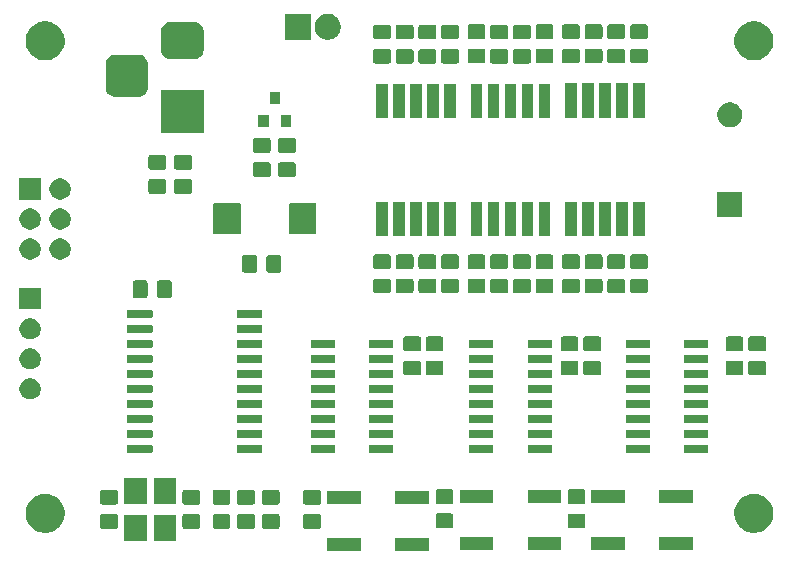
<source format=gbr>
G04 #@! TF.GenerationSoftware,KiCad,Pcbnew,(5.1.5-0-10_14)*
G04 #@! TF.CreationDate,2020-02-02T16:03:58+03:00*
G04 #@! TF.ProjectId,timer,74696d65-722e-46b6-9963-61645f706362,rev?*
G04 #@! TF.SameCoordinates,Original*
G04 #@! TF.FileFunction,Soldermask,Top*
G04 #@! TF.FilePolarity,Negative*
%FSLAX46Y46*%
G04 Gerber Fmt 4.6, Leading zero omitted, Abs format (unit mm)*
G04 Created by KiCad (PCBNEW (5.1.5-0-10_14)) date 2020-02-02 16:03:58*
%MOMM*%
%LPD*%
G04 APERTURE LIST*
%ADD10C,0.100000*%
G04 APERTURE END LIST*
D10*
G36*
X162497200Y-127188800D02*
G01*
X159645200Y-127188800D01*
X159645200Y-126086800D01*
X162497200Y-126086800D01*
X162497200Y-127188800D01*
G37*
G36*
X156737200Y-127188800D02*
G01*
X153885200Y-127188800D01*
X153885200Y-126086800D01*
X156737200Y-126086800D01*
X156737200Y-127188800D01*
G37*
G36*
X173702400Y-127138000D02*
G01*
X170850400Y-127138000D01*
X170850400Y-126036000D01*
X173702400Y-126036000D01*
X173702400Y-127138000D01*
G37*
G36*
X167942400Y-127138000D02*
G01*
X165090400Y-127138000D01*
X165090400Y-126036000D01*
X167942400Y-126036000D01*
X167942400Y-127138000D01*
G37*
G36*
X184849200Y-127138000D02*
G01*
X181997200Y-127138000D01*
X181997200Y-126036000D01*
X184849200Y-126036000D01*
X184849200Y-127138000D01*
G37*
G36*
X179089200Y-127138000D02*
G01*
X176237200Y-127138000D01*
X176237200Y-126036000D01*
X179089200Y-126036000D01*
X179089200Y-127138000D01*
G37*
G36*
X138585200Y-126313800D02*
G01*
X136683200Y-126313800D01*
X136683200Y-124111800D01*
X138585200Y-124111800D01*
X138585200Y-126313800D01*
G37*
G36*
X141085200Y-126313800D02*
G01*
X139183200Y-126313800D01*
X139183200Y-124111800D01*
X141085200Y-124111800D01*
X141085200Y-126313800D01*
G37*
G36*
X190375256Y-122391298D02*
G01*
X190481579Y-122412447D01*
X190782042Y-122536903D01*
X191052451Y-122717585D01*
X191282415Y-122947549D01*
X191463079Y-123217931D01*
X191463098Y-123217960D01*
X191587553Y-123518422D01*
X191651000Y-123837389D01*
X191651000Y-124162611D01*
X191625069Y-124292973D01*
X191587553Y-124481579D01*
X191463097Y-124782042D01*
X191282415Y-125052451D01*
X191052451Y-125282415D01*
X190782042Y-125463097D01*
X190481579Y-125587553D01*
X190375256Y-125608702D01*
X190162611Y-125651000D01*
X189837389Y-125651000D01*
X189624744Y-125608702D01*
X189518421Y-125587553D01*
X189217958Y-125463097D01*
X188947549Y-125282415D01*
X188717585Y-125052451D01*
X188536903Y-124782042D01*
X188412447Y-124481579D01*
X188374931Y-124292973D01*
X188349000Y-124162611D01*
X188349000Y-123837389D01*
X188412447Y-123518422D01*
X188536902Y-123217960D01*
X188536921Y-123217931D01*
X188717585Y-122947549D01*
X188947549Y-122717585D01*
X189217958Y-122536903D01*
X189518421Y-122412447D01*
X189624744Y-122391298D01*
X189837389Y-122349000D01*
X190162611Y-122349000D01*
X190375256Y-122391298D01*
G37*
G36*
X130375256Y-122391298D02*
G01*
X130481579Y-122412447D01*
X130782042Y-122536903D01*
X131052451Y-122717585D01*
X131282415Y-122947549D01*
X131463079Y-123217931D01*
X131463098Y-123217960D01*
X131587553Y-123518422D01*
X131651000Y-123837389D01*
X131651000Y-124162611D01*
X131625069Y-124292973D01*
X131587553Y-124481579D01*
X131463097Y-124782042D01*
X131282415Y-125052451D01*
X131052451Y-125282415D01*
X130782042Y-125463097D01*
X130481579Y-125587553D01*
X130375256Y-125608702D01*
X130162611Y-125651000D01*
X129837389Y-125651000D01*
X129624744Y-125608702D01*
X129518421Y-125587553D01*
X129217958Y-125463097D01*
X128947549Y-125282415D01*
X128717585Y-125052451D01*
X128536903Y-124782042D01*
X128412447Y-124481579D01*
X128374931Y-124292973D01*
X128349000Y-124162611D01*
X128349000Y-123837389D01*
X128412447Y-123518422D01*
X128536902Y-123217960D01*
X128536921Y-123217931D01*
X128717585Y-122947549D01*
X128947549Y-122717585D01*
X129217958Y-122536903D01*
X129518421Y-122412447D01*
X129624744Y-122391298D01*
X129837389Y-122349000D01*
X130162611Y-122349000D01*
X130375256Y-122391298D01*
G37*
G36*
X145524644Y-124066265D02*
G01*
X145562337Y-124077699D01*
X145597073Y-124096266D01*
X145627518Y-124121252D01*
X145652504Y-124151697D01*
X145671071Y-124186433D01*
X145682505Y-124224126D01*
X145686970Y-124269461D01*
X145686970Y-125106139D01*
X145682505Y-125151474D01*
X145671071Y-125189167D01*
X145652504Y-125223903D01*
X145627518Y-125254348D01*
X145597073Y-125279334D01*
X145562337Y-125297901D01*
X145524644Y-125309335D01*
X145479309Y-125313800D01*
X144392631Y-125313800D01*
X144347296Y-125309335D01*
X144309603Y-125297901D01*
X144274867Y-125279334D01*
X144244422Y-125254348D01*
X144219436Y-125223903D01*
X144200869Y-125189167D01*
X144189435Y-125151474D01*
X144184970Y-125106139D01*
X144184970Y-124269461D01*
X144189435Y-124224126D01*
X144200869Y-124186433D01*
X144219436Y-124151697D01*
X144244422Y-124121252D01*
X144274867Y-124096266D01*
X144309603Y-124077699D01*
X144347296Y-124066265D01*
X144392631Y-124061800D01*
X145479309Y-124061800D01*
X145524644Y-124066265D01*
G37*
G36*
X135993074Y-124066265D02*
G01*
X136030767Y-124077699D01*
X136065503Y-124096266D01*
X136095948Y-124121252D01*
X136120934Y-124151697D01*
X136139501Y-124186433D01*
X136150935Y-124224126D01*
X136155400Y-124269461D01*
X136155400Y-125106139D01*
X136150935Y-125151474D01*
X136139501Y-125189167D01*
X136120934Y-125223903D01*
X136095948Y-125254348D01*
X136065503Y-125279334D01*
X136030767Y-125297901D01*
X135993074Y-125309335D01*
X135947739Y-125313800D01*
X134861061Y-125313800D01*
X134815726Y-125309335D01*
X134778033Y-125297901D01*
X134743297Y-125279334D01*
X134712852Y-125254348D01*
X134687866Y-125223903D01*
X134669299Y-125189167D01*
X134657865Y-125151474D01*
X134653400Y-125106139D01*
X134653400Y-124269461D01*
X134657865Y-124224126D01*
X134669299Y-124186433D01*
X134687866Y-124151697D01*
X134712852Y-124121252D01*
X134743297Y-124096266D01*
X134778033Y-124077699D01*
X134815726Y-124066265D01*
X134861061Y-124061800D01*
X135947739Y-124061800D01*
X135993074Y-124066265D01*
G37*
G36*
X147578474Y-124066265D02*
G01*
X147616167Y-124077699D01*
X147650903Y-124096266D01*
X147681348Y-124121252D01*
X147706334Y-124151697D01*
X147724901Y-124186433D01*
X147736335Y-124224126D01*
X147740800Y-124269461D01*
X147740800Y-125106139D01*
X147736335Y-125151474D01*
X147724901Y-125189167D01*
X147706334Y-125223903D01*
X147681348Y-125254348D01*
X147650903Y-125279334D01*
X147616167Y-125297901D01*
X147578474Y-125309335D01*
X147533139Y-125313800D01*
X146446461Y-125313800D01*
X146401126Y-125309335D01*
X146363433Y-125297901D01*
X146328697Y-125279334D01*
X146298252Y-125254348D01*
X146273266Y-125223903D01*
X146254699Y-125189167D01*
X146243265Y-125151474D01*
X146238800Y-125106139D01*
X146238800Y-124269461D01*
X146243265Y-124224126D01*
X146254699Y-124186433D01*
X146273266Y-124151697D01*
X146298252Y-124121252D01*
X146328697Y-124096266D01*
X146363433Y-124077699D01*
X146401126Y-124066265D01*
X146446461Y-124061800D01*
X147533139Y-124061800D01*
X147578474Y-124066265D01*
G37*
G36*
X142952674Y-124066265D02*
G01*
X142990367Y-124077699D01*
X143025103Y-124096266D01*
X143055548Y-124121252D01*
X143080534Y-124151697D01*
X143099101Y-124186433D01*
X143110535Y-124224126D01*
X143115000Y-124269461D01*
X143115000Y-125106139D01*
X143110535Y-125151474D01*
X143099101Y-125189167D01*
X143080534Y-125223903D01*
X143055548Y-125254348D01*
X143025103Y-125279334D01*
X142990367Y-125297901D01*
X142952674Y-125309335D01*
X142907339Y-125313800D01*
X141820661Y-125313800D01*
X141775326Y-125309335D01*
X141737633Y-125297901D01*
X141702897Y-125279334D01*
X141672452Y-125254348D01*
X141647466Y-125223903D01*
X141628899Y-125189167D01*
X141617465Y-125151474D01*
X141613000Y-125106139D01*
X141613000Y-124269461D01*
X141617465Y-124224126D01*
X141628899Y-124186433D01*
X141647466Y-124151697D01*
X141672452Y-124121252D01*
X141702897Y-124096266D01*
X141737633Y-124077699D01*
X141775326Y-124066265D01*
X141820661Y-124061800D01*
X142907339Y-124061800D01*
X142952674Y-124066265D01*
G37*
G36*
X153191874Y-124066265D02*
G01*
X153229567Y-124077699D01*
X153264303Y-124096266D01*
X153294748Y-124121252D01*
X153319734Y-124151697D01*
X153338301Y-124186433D01*
X153349735Y-124224126D01*
X153354200Y-124269461D01*
X153354200Y-125106139D01*
X153349735Y-125151474D01*
X153338301Y-125189167D01*
X153319734Y-125223903D01*
X153294748Y-125254348D01*
X153264303Y-125279334D01*
X153229567Y-125297901D01*
X153191874Y-125309335D01*
X153146539Y-125313800D01*
X152059861Y-125313800D01*
X152014526Y-125309335D01*
X151976833Y-125297901D01*
X151942097Y-125279334D01*
X151911652Y-125254348D01*
X151886666Y-125223903D01*
X151868099Y-125189167D01*
X151856665Y-125151474D01*
X151852200Y-125106139D01*
X151852200Y-124269461D01*
X151856665Y-124224126D01*
X151868099Y-124186433D01*
X151886666Y-124151697D01*
X151911652Y-124121252D01*
X151942097Y-124096266D01*
X151976833Y-124077699D01*
X152014526Y-124066265D01*
X152059861Y-124061800D01*
X153146539Y-124061800D01*
X153191874Y-124066265D01*
G37*
G36*
X149686674Y-124066265D02*
G01*
X149724367Y-124077699D01*
X149759103Y-124096266D01*
X149789548Y-124121252D01*
X149814534Y-124151697D01*
X149833101Y-124186433D01*
X149844535Y-124224126D01*
X149849000Y-124269461D01*
X149849000Y-125106139D01*
X149844535Y-125151474D01*
X149833101Y-125189167D01*
X149814534Y-125223903D01*
X149789548Y-125254348D01*
X149759103Y-125279334D01*
X149724367Y-125297901D01*
X149686674Y-125309335D01*
X149641339Y-125313800D01*
X148554661Y-125313800D01*
X148509326Y-125309335D01*
X148471633Y-125297901D01*
X148436897Y-125279334D01*
X148406452Y-125254348D01*
X148381466Y-125223903D01*
X148362899Y-125189167D01*
X148351465Y-125151474D01*
X148347000Y-125106139D01*
X148347000Y-124269461D01*
X148351465Y-124224126D01*
X148362899Y-124186433D01*
X148381466Y-124151697D01*
X148406452Y-124121252D01*
X148436897Y-124096266D01*
X148471633Y-124077699D01*
X148509326Y-124066265D01*
X148554661Y-124061800D01*
X149641339Y-124061800D01*
X149686674Y-124066265D01*
G37*
G36*
X175569274Y-124025265D02*
G01*
X175606967Y-124036699D01*
X175641703Y-124055266D01*
X175672148Y-124080252D01*
X175697134Y-124110697D01*
X175715701Y-124145433D01*
X175727135Y-124183126D01*
X175731600Y-124228461D01*
X175731600Y-125065139D01*
X175727135Y-125110474D01*
X175715701Y-125148167D01*
X175697134Y-125182903D01*
X175672148Y-125213348D01*
X175641703Y-125238334D01*
X175606967Y-125256901D01*
X175569274Y-125268335D01*
X175523939Y-125272800D01*
X174437261Y-125272800D01*
X174391926Y-125268335D01*
X174354233Y-125256901D01*
X174319497Y-125238334D01*
X174289052Y-125213348D01*
X174264066Y-125182903D01*
X174245499Y-125148167D01*
X174234065Y-125110474D01*
X174229600Y-125065139D01*
X174229600Y-124228461D01*
X174234065Y-124183126D01*
X174245499Y-124145433D01*
X174264066Y-124110697D01*
X174289052Y-124080252D01*
X174319497Y-124055266D01*
X174354233Y-124036699D01*
X174391926Y-124025265D01*
X174437261Y-124020800D01*
X175523939Y-124020800D01*
X175569274Y-124025265D01*
G37*
G36*
X164393274Y-124015465D02*
G01*
X164430967Y-124026899D01*
X164465703Y-124045466D01*
X164496148Y-124070452D01*
X164521134Y-124100897D01*
X164539701Y-124135633D01*
X164551135Y-124173326D01*
X164555600Y-124218661D01*
X164555600Y-125055339D01*
X164551135Y-125100674D01*
X164539701Y-125138367D01*
X164521134Y-125173103D01*
X164496148Y-125203548D01*
X164465703Y-125228534D01*
X164430967Y-125247101D01*
X164393274Y-125258535D01*
X164347939Y-125263000D01*
X163261261Y-125263000D01*
X163215926Y-125258535D01*
X163178233Y-125247101D01*
X163143497Y-125228534D01*
X163113052Y-125203548D01*
X163088066Y-125173103D01*
X163069499Y-125138367D01*
X163058065Y-125100674D01*
X163053600Y-125055339D01*
X163053600Y-124218661D01*
X163058065Y-124173326D01*
X163069499Y-124135633D01*
X163088066Y-124100897D01*
X163113052Y-124070452D01*
X163143497Y-124045466D01*
X163178233Y-124026899D01*
X163215926Y-124015465D01*
X163261261Y-124011000D01*
X164347939Y-124011000D01*
X164393274Y-124015465D01*
G37*
G36*
X147578474Y-122016265D02*
G01*
X147616167Y-122027699D01*
X147650903Y-122046266D01*
X147681348Y-122071252D01*
X147706334Y-122101697D01*
X147724901Y-122136433D01*
X147736335Y-122174126D01*
X147740800Y-122219461D01*
X147740800Y-123056139D01*
X147736335Y-123101474D01*
X147724901Y-123139167D01*
X147706334Y-123173903D01*
X147681348Y-123204348D01*
X147650903Y-123229334D01*
X147616167Y-123247901D01*
X147578474Y-123259335D01*
X147533139Y-123263800D01*
X146446461Y-123263800D01*
X146401126Y-123259335D01*
X146363433Y-123247901D01*
X146328697Y-123229334D01*
X146298252Y-123204348D01*
X146273266Y-123173903D01*
X146254699Y-123139167D01*
X146243265Y-123101474D01*
X146238800Y-123056139D01*
X146238800Y-122219461D01*
X146243265Y-122174126D01*
X146254699Y-122136433D01*
X146273266Y-122101697D01*
X146298252Y-122071252D01*
X146328697Y-122046266D01*
X146363433Y-122027699D01*
X146401126Y-122016265D01*
X146446461Y-122011800D01*
X147533139Y-122011800D01*
X147578474Y-122016265D01*
G37*
G36*
X145524644Y-122016265D02*
G01*
X145562337Y-122027699D01*
X145597073Y-122046266D01*
X145627518Y-122071252D01*
X145652504Y-122101697D01*
X145671071Y-122136433D01*
X145682505Y-122174126D01*
X145686970Y-122219461D01*
X145686970Y-123056139D01*
X145682505Y-123101474D01*
X145671071Y-123139167D01*
X145652504Y-123173903D01*
X145627518Y-123204348D01*
X145597073Y-123229334D01*
X145562337Y-123247901D01*
X145524644Y-123259335D01*
X145479309Y-123263800D01*
X144392631Y-123263800D01*
X144347296Y-123259335D01*
X144309603Y-123247901D01*
X144274867Y-123229334D01*
X144244422Y-123204348D01*
X144219436Y-123173903D01*
X144200869Y-123139167D01*
X144189435Y-123101474D01*
X144184970Y-123056139D01*
X144184970Y-122219461D01*
X144189435Y-122174126D01*
X144200869Y-122136433D01*
X144219436Y-122101697D01*
X144244422Y-122071252D01*
X144274867Y-122046266D01*
X144309603Y-122027699D01*
X144347296Y-122016265D01*
X144392631Y-122011800D01*
X145479309Y-122011800D01*
X145524644Y-122016265D01*
G37*
G36*
X149686674Y-122016265D02*
G01*
X149724367Y-122027699D01*
X149759103Y-122046266D01*
X149789548Y-122071252D01*
X149814534Y-122101697D01*
X149833101Y-122136433D01*
X149844535Y-122174126D01*
X149849000Y-122219461D01*
X149849000Y-123056139D01*
X149844535Y-123101474D01*
X149833101Y-123139167D01*
X149814534Y-123173903D01*
X149789548Y-123204348D01*
X149759103Y-123229334D01*
X149724367Y-123247901D01*
X149686674Y-123259335D01*
X149641339Y-123263800D01*
X148554661Y-123263800D01*
X148509326Y-123259335D01*
X148471633Y-123247901D01*
X148436897Y-123229334D01*
X148406452Y-123204348D01*
X148381466Y-123173903D01*
X148362899Y-123139167D01*
X148351465Y-123101474D01*
X148347000Y-123056139D01*
X148347000Y-122219461D01*
X148351465Y-122174126D01*
X148362899Y-122136433D01*
X148381466Y-122101697D01*
X148406452Y-122071252D01*
X148436897Y-122046266D01*
X148471633Y-122027699D01*
X148509326Y-122016265D01*
X148554661Y-122011800D01*
X149641339Y-122011800D01*
X149686674Y-122016265D01*
G37*
G36*
X153191874Y-122016265D02*
G01*
X153229567Y-122027699D01*
X153264303Y-122046266D01*
X153294748Y-122071252D01*
X153319734Y-122101697D01*
X153338301Y-122136433D01*
X153349735Y-122174126D01*
X153354200Y-122219461D01*
X153354200Y-123056139D01*
X153349735Y-123101474D01*
X153338301Y-123139167D01*
X153319734Y-123173903D01*
X153294748Y-123204348D01*
X153264303Y-123229334D01*
X153229567Y-123247901D01*
X153191874Y-123259335D01*
X153146539Y-123263800D01*
X152059861Y-123263800D01*
X152014526Y-123259335D01*
X151976833Y-123247901D01*
X151942097Y-123229334D01*
X151911652Y-123204348D01*
X151886666Y-123173903D01*
X151868099Y-123139167D01*
X151856665Y-123101474D01*
X151852200Y-123056139D01*
X151852200Y-122219461D01*
X151856665Y-122174126D01*
X151868099Y-122136433D01*
X151886666Y-122101697D01*
X151911652Y-122071252D01*
X151942097Y-122046266D01*
X151976833Y-122027699D01*
X152014526Y-122016265D01*
X152059861Y-122011800D01*
X153146539Y-122011800D01*
X153191874Y-122016265D01*
G37*
G36*
X142952674Y-122016265D02*
G01*
X142990367Y-122027699D01*
X143025103Y-122046266D01*
X143055548Y-122071252D01*
X143080534Y-122101697D01*
X143099101Y-122136433D01*
X143110535Y-122174126D01*
X143115000Y-122219461D01*
X143115000Y-123056139D01*
X143110535Y-123101474D01*
X143099101Y-123139167D01*
X143080534Y-123173903D01*
X143055548Y-123204348D01*
X143025103Y-123229334D01*
X142990367Y-123247901D01*
X142952674Y-123259335D01*
X142907339Y-123263800D01*
X141820661Y-123263800D01*
X141775326Y-123259335D01*
X141737633Y-123247901D01*
X141702897Y-123229334D01*
X141672452Y-123204348D01*
X141647466Y-123173903D01*
X141628899Y-123139167D01*
X141617465Y-123101474D01*
X141613000Y-123056139D01*
X141613000Y-122219461D01*
X141617465Y-122174126D01*
X141628899Y-122136433D01*
X141647466Y-122101697D01*
X141672452Y-122071252D01*
X141702897Y-122046266D01*
X141737633Y-122027699D01*
X141775326Y-122016265D01*
X141820661Y-122011800D01*
X142907339Y-122011800D01*
X142952674Y-122016265D01*
G37*
G36*
X135993074Y-122016265D02*
G01*
X136030767Y-122027699D01*
X136065503Y-122046266D01*
X136095948Y-122071252D01*
X136120934Y-122101697D01*
X136139501Y-122136433D01*
X136150935Y-122174126D01*
X136155400Y-122219461D01*
X136155400Y-123056139D01*
X136150935Y-123101474D01*
X136139501Y-123139167D01*
X136120934Y-123173903D01*
X136095948Y-123204348D01*
X136065503Y-123229334D01*
X136030767Y-123247901D01*
X135993074Y-123259335D01*
X135947739Y-123263800D01*
X134861061Y-123263800D01*
X134815726Y-123259335D01*
X134778033Y-123247901D01*
X134743297Y-123229334D01*
X134712852Y-123204348D01*
X134687866Y-123173903D01*
X134669299Y-123139167D01*
X134657865Y-123101474D01*
X134653400Y-123056139D01*
X134653400Y-122219461D01*
X134657865Y-122174126D01*
X134669299Y-122136433D01*
X134687866Y-122101697D01*
X134712852Y-122071252D01*
X134743297Y-122046266D01*
X134778033Y-122027699D01*
X134815726Y-122016265D01*
X134861061Y-122011800D01*
X135947739Y-122011800D01*
X135993074Y-122016265D01*
G37*
G36*
X175569274Y-121975265D02*
G01*
X175606967Y-121986699D01*
X175641703Y-122005266D01*
X175672148Y-122030252D01*
X175697134Y-122060697D01*
X175715701Y-122095433D01*
X175727135Y-122133126D01*
X175731600Y-122178461D01*
X175731600Y-123015139D01*
X175727135Y-123060474D01*
X175715701Y-123098167D01*
X175697134Y-123132903D01*
X175672148Y-123163348D01*
X175641703Y-123188334D01*
X175606967Y-123206901D01*
X175569274Y-123218335D01*
X175523939Y-123222800D01*
X174437261Y-123222800D01*
X174391926Y-123218335D01*
X174354233Y-123206901D01*
X174319497Y-123188334D01*
X174289052Y-123163348D01*
X174264066Y-123132903D01*
X174245499Y-123098167D01*
X174234065Y-123060474D01*
X174229600Y-123015139D01*
X174229600Y-122178461D01*
X174234065Y-122133126D01*
X174245499Y-122095433D01*
X174264066Y-122060697D01*
X174289052Y-122030252D01*
X174319497Y-122005266D01*
X174354233Y-121986699D01*
X174391926Y-121975265D01*
X174437261Y-121970800D01*
X175523939Y-121970800D01*
X175569274Y-121975265D01*
G37*
G36*
X138585200Y-123213800D02*
G01*
X136683200Y-123213800D01*
X136683200Y-121011800D01*
X138585200Y-121011800D01*
X138585200Y-123213800D01*
G37*
G36*
X141085200Y-123213800D02*
G01*
X139183200Y-123213800D01*
X139183200Y-121011800D01*
X141085200Y-121011800D01*
X141085200Y-123213800D01*
G37*
G36*
X164393274Y-121965465D02*
G01*
X164430967Y-121976899D01*
X164465703Y-121995466D01*
X164496148Y-122020452D01*
X164521134Y-122050897D01*
X164539701Y-122085633D01*
X164551135Y-122123326D01*
X164555600Y-122168661D01*
X164555600Y-123005339D01*
X164551135Y-123050674D01*
X164539701Y-123088367D01*
X164521134Y-123123103D01*
X164496148Y-123153548D01*
X164465703Y-123178534D01*
X164430967Y-123197101D01*
X164393274Y-123208535D01*
X164347939Y-123213000D01*
X163261261Y-123213000D01*
X163215926Y-123208535D01*
X163178233Y-123197101D01*
X163143497Y-123178534D01*
X163113052Y-123153548D01*
X163088066Y-123123103D01*
X163069499Y-123088367D01*
X163058065Y-123050674D01*
X163053600Y-123005339D01*
X163053600Y-122168661D01*
X163058065Y-122123326D01*
X163069499Y-122085633D01*
X163088066Y-122050897D01*
X163113052Y-122020452D01*
X163143497Y-121995466D01*
X163178233Y-121976899D01*
X163215926Y-121965465D01*
X163261261Y-121961000D01*
X164347939Y-121961000D01*
X164393274Y-121965465D01*
G37*
G36*
X162497200Y-123188800D02*
G01*
X159645200Y-123188800D01*
X159645200Y-122086800D01*
X162497200Y-122086800D01*
X162497200Y-123188800D01*
G37*
G36*
X156737200Y-123188800D02*
G01*
X153885200Y-123188800D01*
X153885200Y-122086800D01*
X156737200Y-122086800D01*
X156737200Y-123188800D01*
G37*
G36*
X173702400Y-123138000D02*
G01*
X170850400Y-123138000D01*
X170850400Y-122036000D01*
X173702400Y-122036000D01*
X173702400Y-123138000D01*
G37*
G36*
X167942400Y-123138000D02*
G01*
X165090400Y-123138000D01*
X165090400Y-122036000D01*
X167942400Y-122036000D01*
X167942400Y-123138000D01*
G37*
G36*
X184849200Y-123138000D02*
G01*
X181997200Y-123138000D01*
X181997200Y-122036000D01*
X184849200Y-122036000D01*
X184849200Y-123138000D01*
G37*
G36*
X179089200Y-123138000D02*
G01*
X176237200Y-123138000D01*
X176237200Y-122036000D01*
X179089200Y-122036000D01*
X179089200Y-123138000D01*
G37*
G36*
X186061328Y-118193564D02*
G01*
X186082409Y-118199960D01*
X186101845Y-118210348D01*
X186118876Y-118224324D01*
X186132852Y-118241355D01*
X186143240Y-118260791D01*
X186149636Y-118281872D01*
X186152400Y-118309940D01*
X186152400Y-118773660D01*
X186149636Y-118801728D01*
X186143240Y-118822809D01*
X186132852Y-118842245D01*
X186118876Y-118859276D01*
X186101845Y-118873252D01*
X186082409Y-118883640D01*
X186061328Y-118890036D01*
X186033260Y-118892800D01*
X184219540Y-118892800D01*
X184191472Y-118890036D01*
X184170391Y-118883640D01*
X184150955Y-118873252D01*
X184133924Y-118859276D01*
X184119948Y-118842245D01*
X184109560Y-118822809D01*
X184103164Y-118801728D01*
X184100400Y-118773660D01*
X184100400Y-118309940D01*
X184103164Y-118281872D01*
X184109560Y-118260791D01*
X184119948Y-118241355D01*
X184133924Y-118224324D01*
X184150955Y-118210348D01*
X184170391Y-118199960D01*
X184191472Y-118193564D01*
X184219540Y-118190800D01*
X186033260Y-118190800D01*
X186061328Y-118193564D01*
G37*
G36*
X181111328Y-118193564D02*
G01*
X181132409Y-118199960D01*
X181151845Y-118210348D01*
X181168876Y-118224324D01*
X181182852Y-118241355D01*
X181193240Y-118260791D01*
X181199636Y-118281872D01*
X181202400Y-118309940D01*
X181202400Y-118773660D01*
X181199636Y-118801728D01*
X181193240Y-118822809D01*
X181182852Y-118842245D01*
X181168876Y-118859276D01*
X181151845Y-118873252D01*
X181132409Y-118883640D01*
X181111328Y-118890036D01*
X181083260Y-118892800D01*
X179269540Y-118892800D01*
X179241472Y-118890036D01*
X179220391Y-118883640D01*
X179200955Y-118873252D01*
X179183924Y-118859276D01*
X179169948Y-118842245D01*
X179159560Y-118822809D01*
X179153164Y-118801728D01*
X179150400Y-118773660D01*
X179150400Y-118309940D01*
X179153164Y-118281872D01*
X179159560Y-118260791D01*
X179169948Y-118241355D01*
X179183924Y-118224324D01*
X179200955Y-118210348D01*
X179220391Y-118199960D01*
X179241472Y-118193564D01*
X179269540Y-118190800D01*
X181083260Y-118190800D01*
X181111328Y-118193564D01*
G37*
G36*
X172806328Y-118193564D02*
G01*
X172827409Y-118199960D01*
X172846845Y-118210348D01*
X172863876Y-118224324D01*
X172877852Y-118241355D01*
X172888240Y-118260791D01*
X172894636Y-118281872D01*
X172897400Y-118309940D01*
X172897400Y-118773660D01*
X172894636Y-118801728D01*
X172888240Y-118822809D01*
X172877852Y-118842245D01*
X172863876Y-118859276D01*
X172846845Y-118873252D01*
X172827409Y-118883640D01*
X172806328Y-118890036D01*
X172778260Y-118892800D01*
X170964540Y-118892800D01*
X170936472Y-118890036D01*
X170915391Y-118883640D01*
X170895955Y-118873252D01*
X170878924Y-118859276D01*
X170864948Y-118842245D01*
X170854560Y-118822809D01*
X170848164Y-118801728D01*
X170845400Y-118773660D01*
X170845400Y-118309940D01*
X170848164Y-118281872D01*
X170854560Y-118260791D01*
X170864948Y-118241355D01*
X170878924Y-118224324D01*
X170895955Y-118210348D01*
X170915391Y-118199960D01*
X170936472Y-118193564D01*
X170964540Y-118190800D01*
X172778260Y-118190800D01*
X172806328Y-118193564D01*
G37*
G36*
X167856328Y-118193564D02*
G01*
X167877409Y-118199960D01*
X167896845Y-118210348D01*
X167913876Y-118224324D01*
X167927852Y-118241355D01*
X167938240Y-118260791D01*
X167944636Y-118281872D01*
X167947400Y-118309940D01*
X167947400Y-118773660D01*
X167944636Y-118801728D01*
X167938240Y-118822809D01*
X167927852Y-118842245D01*
X167913876Y-118859276D01*
X167896845Y-118873252D01*
X167877409Y-118883640D01*
X167856328Y-118890036D01*
X167828260Y-118892800D01*
X166014540Y-118892800D01*
X165986472Y-118890036D01*
X165965391Y-118883640D01*
X165945955Y-118873252D01*
X165928924Y-118859276D01*
X165914948Y-118842245D01*
X165904560Y-118822809D01*
X165898164Y-118801728D01*
X165895400Y-118773660D01*
X165895400Y-118309940D01*
X165898164Y-118281872D01*
X165904560Y-118260791D01*
X165914948Y-118241355D01*
X165928924Y-118224324D01*
X165945955Y-118210348D01*
X165965391Y-118199960D01*
X165986472Y-118193564D01*
X166014540Y-118190800D01*
X167828260Y-118190800D01*
X167856328Y-118193564D01*
G37*
G36*
X159391328Y-118193564D02*
G01*
X159412409Y-118199960D01*
X159431845Y-118210348D01*
X159448876Y-118224324D01*
X159462852Y-118241355D01*
X159473240Y-118260791D01*
X159479636Y-118281872D01*
X159482400Y-118309940D01*
X159482400Y-118773660D01*
X159479636Y-118801728D01*
X159473240Y-118822809D01*
X159462852Y-118842245D01*
X159448876Y-118859276D01*
X159431845Y-118873252D01*
X159412409Y-118883640D01*
X159391328Y-118890036D01*
X159363260Y-118892800D01*
X157549540Y-118892800D01*
X157521472Y-118890036D01*
X157500391Y-118883640D01*
X157480955Y-118873252D01*
X157463924Y-118859276D01*
X157449948Y-118842245D01*
X157439560Y-118822809D01*
X157433164Y-118801728D01*
X157430400Y-118773660D01*
X157430400Y-118309940D01*
X157433164Y-118281872D01*
X157439560Y-118260791D01*
X157449948Y-118241355D01*
X157463924Y-118224324D01*
X157480955Y-118210348D01*
X157500391Y-118199960D01*
X157521472Y-118193564D01*
X157549540Y-118190800D01*
X159363260Y-118190800D01*
X159391328Y-118193564D01*
G37*
G36*
X154441328Y-118193564D02*
G01*
X154462409Y-118199960D01*
X154481845Y-118210348D01*
X154498876Y-118224324D01*
X154512852Y-118241355D01*
X154523240Y-118260791D01*
X154529636Y-118281872D01*
X154532400Y-118309940D01*
X154532400Y-118773660D01*
X154529636Y-118801728D01*
X154523240Y-118822809D01*
X154512852Y-118842245D01*
X154498876Y-118859276D01*
X154481845Y-118873252D01*
X154462409Y-118883640D01*
X154441328Y-118890036D01*
X154413260Y-118892800D01*
X152599540Y-118892800D01*
X152571472Y-118890036D01*
X152550391Y-118883640D01*
X152530955Y-118873252D01*
X152513924Y-118859276D01*
X152499948Y-118842245D01*
X152489560Y-118822809D01*
X152483164Y-118801728D01*
X152480400Y-118773660D01*
X152480400Y-118309940D01*
X152483164Y-118281872D01*
X152489560Y-118260791D01*
X152499948Y-118241355D01*
X152513924Y-118224324D01*
X152530955Y-118210348D01*
X152550391Y-118199960D01*
X152571472Y-118193564D01*
X152599540Y-118190800D01*
X154413260Y-118190800D01*
X154441328Y-118193564D01*
G37*
G36*
X148295928Y-118193564D02*
G01*
X148317009Y-118199960D01*
X148336445Y-118210348D01*
X148353476Y-118224324D01*
X148367452Y-118241355D01*
X148377840Y-118260791D01*
X148384236Y-118281872D01*
X148387000Y-118309940D01*
X148387000Y-118773660D01*
X148384236Y-118801728D01*
X148377840Y-118822809D01*
X148367452Y-118842245D01*
X148353476Y-118859276D01*
X148336445Y-118873252D01*
X148317009Y-118883640D01*
X148295928Y-118890036D01*
X148267860Y-118892800D01*
X146354140Y-118892800D01*
X146326072Y-118890036D01*
X146304991Y-118883640D01*
X146285555Y-118873252D01*
X146268524Y-118859276D01*
X146254548Y-118842245D01*
X146244160Y-118822809D01*
X146237764Y-118801728D01*
X146235000Y-118773660D01*
X146235000Y-118309940D01*
X146237764Y-118281872D01*
X146244160Y-118260791D01*
X146254548Y-118241355D01*
X146268524Y-118224324D01*
X146285555Y-118210348D01*
X146304991Y-118199960D01*
X146326072Y-118193564D01*
X146354140Y-118190800D01*
X148267860Y-118190800D01*
X148295928Y-118193564D01*
G37*
G36*
X138995928Y-118193564D02*
G01*
X139017009Y-118199960D01*
X139036445Y-118210348D01*
X139053476Y-118224324D01*
X139067452Y-118241355D01*
X139077840Y-118260791D01*
X139084236Y-118281872D01*
X139087000Y-118309940D01*
X139087000Y-118773660D01*
X139084236Y-118801728D01*
X139077840Y-118822809D01*
X139067452Y-118842245D01*
X139053476Y-118859276D01*
X139036445Y-118873252D01*
X139017009Y-118883640D01*
X138995928Y-118890036D01*
X138967860Y-118892800D01*
X137054140Y-118892800D01*
X137026072Y-118890036D01*
X137004991Y-118883640D01*
X136985555Y-118873252D01*
X136968524Y-118859276D01*
X136954548Y-118842245D01*
X136944160Y-118822809D01*
X136937764Y-118801728D01*
X136935000Y-118773660D01*
X136935000Y-118309940D01*
X136937764Y-118281872D01*
X136944160Y-118260791D01*
X136954548Y-118241355D01*
X136968524Y-118224324D01*
X136985555Y-118210348D01*
X137004991Y-118199960D01*
X137026072Y-118193564D01*
X137054140Y-118190800D01*
X138967860Y-118190800D01*
X138995928Y-118193564D01*
G37*
G36*
X186061328Y-116923564D02*
G01*
X186082409Y-116929960D01*
X186101845Y-116940348D01*
X186118876Y-116954324D01*
X186132852Y-116971355D01*
X186143240Y-116990791D01*
X186149636Y-117011872D01*
X186152400Y-117039940D01*
X186152400Y-117503660D01*
X186149636Y-117531728D01*
X186143240Y-117552809D01*
X186132852Y-117572245D01*
X186118876Y-117589276D01*
X186101845Y-117603252D01*
X186082409Y-117613640D01*
X186061328Y-117620036D01*
X186033260Y-117622800D01*
X184219540Y-117622800D01*
X184191472Y-117620036D01*
X184170391Y-117613640D01*
X184150955Y-117603252D01*
X184133924Y-117589276D01*
X184119948Y-117572245D01*
X184109560Y-117552809D01*
X184103164Y-117531728D01*
X184100400Y-117503660D01*
X184100400Y-117039940D01*
X184103164Y-117011872D01*
X184109560Y-116990791D01*
X184119948Y-116971355D01*
X184133924Y-116954324D01*
X184150955Y-116940348D01*
X184170391Y-116929960D01*
X184191472Y-116923564D01*
X184219540Y-116920800D01*
X186033260Y-116920800D01*
X186061328Y-116923564D01*
G37*
G36*
X138995928Y-116923564D02*
G01*
X139017009Y-116929960D01*
X139036445Y-116940348D01*
X139053476Y-116954324D01*
X139067452Y-116971355D01*
X139077840Y-116990791D01*
X139084236Y-117011872D01*
X139087000Y-117039940D01*
X139087000Y-117503660D01*
X139084236Y-117531728D01*
X139077840Y-117552809D01*
X139067452Y-117572245D01*
X139053476Y-117589276D01*
X139036445Y-117603252D01*
X139017009Y-117613640D01*
X138995928Y-117620036D01*
X138967860Y-117622800D01*
X137054140Y-117622800D01*
X137026072Y-117620036D01*
X137004991Y-117613640D01*
X136985555Y-117603252D01*
X136968524Y-117589276D01*
X136954548Y-117572245D01*
X136944160Y-117552809D01*
X136937764Y-117531728D01*
X136935000Y-117503660D01*
X136935000Y-117039940D01*
X136937764Y-117011872D01*
X136944160Y-116990791D01*
X136954548Y-116971355D01*
X136968524Y-116954324D01*
X136985555Y-116940348D01*
X137004991Y-116929960D01*
X137026072Y-116923564D01*
X137054140Y-116920800D01*
X138967860Y-116920800D01*
X138995928Y-116923564D01*
G37*
G36*
X148295928Y-116923564D02*
G01*
X148317009Y-116929960D01*
X148336445Y-116940348D01*
X148353476Y-116954324D01*
X148367452Y-116971355D01*
X148377840Y-116990791D01*
X148384236Y-117011872D01*
X148387000Y-117039940D01*
X148387000Y-117503660D01*
X148384236Y-117531728D01*
X148377840Y-117552809D01*
X148367452Y-117572245D01*
X148353476Y-117589276D01*
X148336445Y-117603252D01*
X148317009Y-117613640D01*
X148295928Y-117620036D01*
X148267860Y-117622800D01*
X146354140Y-117622800D01*
X146326072Y-117620036D01*
X146304991Y-117613640D01*
X146285555Y-117603252D01*
X146268524Y-117589276D01*
X146254548Y-117572245D01*
X146244160Y-117552809D01*
X146237764Y-117531728D01*
X146235000Y-117503660D01*
X146235000Y-117039940D01*
X146237764Y-117011872D01*
X146244160Y-116990791D01*
X146254548Y-116971355D01*
X146268524Y-116954324D01*
X146285555Y-116940348D01*
X146304991Y-116929960D01*
X146326072Y-116923564D01*
X146354140Y-116920800D01*
X148267860Y-116920800D01*
X148295928Y-116923564D01*
G37*
G36*
X181111328Y-116923564D02*
G01*
X181132409Y-116929960D01*
X181151845Y-116940348D01*
X181168876Y-116954324D01*
X181182852Y-116971355D01*
X181193240Y-116990791D01*
X181199636Y-117011872D01*
X181202400Y-117039940D01*
X181202400Y-117503660D01*
X181199636Y-117531728D01*
X181193240Y-117552809D01*
X181182852Y-117572245D01*
X181168876Y-117589276D01*
X181151845Y-117603252D01*
X181132409Y-117613640D01*
X181111328Y-117620036D01*
X181083260Y-117622800D01*
X179269540Y-117622800D01*
X179241472Y-117620036D01*
X179220391Y-117613640D01*
X179200955Y-117603252D01*
X179183924Y-117589276D01*
X179169948Y-117572245D01*
X179159560Y-117552809D01*
X179153164Y-117531728D01*
X179150400Y-117503660D01*
X179150400Y-117039940D01*
X179153164Y-117011872D01*
X179159560Y-116990791D01*
X179169948Y-116971355D01*
X179183924Y-116954324D01*
X179200955Y-116940348D01*
X179220391Y-116929960D01*
X179241472Y-116923564D01*
X179269540Y-116920800D01*
X181083260Y-116920800D01*
X181111328Y-116923564D01*
G37*
G36*
X172806328Y-116923564D02*
G01*
X172827409Y-116929960D01*
X172846845Y-116940348D01*
X172863876Y-116954324D01*
X172877852Y-116971355D01*
X172888240Y-116990791D01*
X172894636Y-117011872D01*
X172897400Y-117039940D01*
X172897400Y-117503660D01*
X172894636Y-117531728D01*
X172888240Y-117552809D01*
X172877852Y-117572245D01*
X172863876Y-117589276D01*
X172846845Y-117603252D01*
X172827409Y-117613640D01*
X172806328Y-117620036D01*
X172778260Y-117622800D01*
X170964540Y-117622800D01*
X170936472Y-117620036D01*
X170915391Y-117613640D01*
X170895955Y-117603252D01*
X170878924Y-117589276D01*
X170864948Y-117572245D01*
X170854560Y-117552809D01*
X170848164Y-117531728D01*
X170845400Y-117503660D01*
X170845400Y-117039940D01*
X170848164Y-117011872D01*
X170854560Y-116990791D01*
X170864948Y-116971355D01*
X170878924Y-116954324D01*
X170895955Y-116940348D01*
X170915391Y-116929960D01*
X170936472Y-116923564D01*
X170964540Y-116920800D01*
X172778260Y-116920800D01*
X172806328Y-116923564D01*
G37*
G36*
X154441328Y-116923564D02*
G01*
X154462409Y-116929960D01*
X154481845Y-116940348D01*
X154498876Y-116954324D01*
X154512852Y-116971355D01*
X154523240Y-116990791D01*
X154529636Y-117011872D01*
X154532400Y-117039940D01*
X154532400Y-117503660D01*
X154529636Y-117531728D01*
X154523240Y-117552809D01*
X154512852Y-117572245D01*
X154498876Y-117589276D01*
X154481845Y-117603252D01*
X154462409Y-117613640D01*
X154441328Y-117620036D01*
X154413260Y-117622800D01*
X152599540Y-117622800D01*
X152571472Y-117620036D01*
X152550391Y-117613640D01*
X152530955Y-117603252D01*
X152513924Y-117589276D01*
X152499948Y-117572245D01*
X152489560Y-117552809D01*
X152483164Y-117531728D01*
X152480400Y-117503660D01*
X152480400Y-117039940D01*
X152483164Y-117011872D01*
X152489560Y-116990791D01*
X152499948Y-116971355D01*
X152513924Y-116954324D01*
X152530955Y-116940348D01*
X152550391Y-116929960D01*
X152571472Y-116923564D01*
X152599540Y-116920800D01*
X154413260Y-116920800D01*
X154441328Y-116923564D01*
G37*
G36*
X159391328Y-116923564D02*
G01*
X159412409Y-116929960D01*
X159431845Y-116940348D01*
X159448876Y-116954324D01*
X159462852Y-116971355D01*
X159473240Y-116990791D01*
X159479636Y-117011872D01*
X159482400Y-117039940D01*
X159482400Y-117503660D01*
X159479636Y-117531728D01*
X159473240Y-117552809D01*
X159462852Y-117572245D01*
X159448876Y-117589276D01*
X159431845Y-117603252D01*
X159412409Y-117613640D01*
X159391328Y-117620036D01*
X159363260Y-117622800D01*
X157549540Y-117622800D01*
X157521472Y-117620036D01*
X157500391Y-117613640D01*
X157480955Y-117603252D01*
X157463924Y-117589276D01*
X157449948Y-117572245D01*
X157439560Y-117552809D01*
X157433164Y-117531728D01*
X157430400Y-117503660D01*
X157430400Y-117039940D01*
X157433164Y-117011872D01*
X157439560Y-116990791D01*
X157449948Y-116971355D01*
X157463924Y-116954324D01*
X157480955Y-116940348D01*
X157500391Y-116929960D01*
X157521472Y-116923564D01*
X157549540Y-116920800D01*
X159363260Y-116920800D01*
X159391328Y-116923564D01*
G37*
G36*
X167856328Y-116923564D02*
G01*
X167877409Y-116929960D01*
X167896845Y-116940348D01*
X167913876Y-116954324D01*
X167927852Y-116971355D01*
X167938240Y-116990791D01*
X167944636Y-117011872D01*
X167947400Y-117039940D01*
X167947400Y-117503660D01*
X167944636Y-117531728D01*
X167938240Y-117552809D01*
X167927852Y-117572245D01*
X167913876Y-117589276D01*
X167896845Y-117603252D01*
X167877409Y-117613640D01*
X167856328Y-117620036D01*
X167828260Y-117622800D01*
X166014540Y-117622800D01*
X165986472Y-117620036D01*
X165965391Y-117613640D01*
X165945955Y-117603252D01*
X165928924Y-117589276D01*
X165914948Y-117572245D01*
X165904560Y-117552809D01*
X165898164Y-117531728D01*
X165895400Y-117503660D01*
X165895400Y-117039940D01*
X165898164Y-117011872D01*
X165904560Y-116990791D01*
X165914948Y-116971355D01*
X165928924Y-116954324D01*
X165945955Y-116940348D01*
X165965391Y-116929960D01*
X165986472Y-116923564D01*
X166014540Y-116920800D01*
X167828260Y-116920800D01*
X167856328Y-116923564D01*
G37*
G36*
X159391328Y-115653564D02*
G01*
X159412409Y-115659960D01*
X159431845Y-115670348D01*
X159448876Y-115684324D01*
X159462852Y-115701355D01*
X159473240Y-115720791D01*
X159479636Y-115741872D01*
X159482400Y-115769940D01*
X159482400Y-116233660D01*
X159479636Y-116261728D01*
X159473240Y-116282809D01*
X159462852Y-116302245D01*
X159448876Y-116319276D01*
X159431845Y-116333252D01*
X159412409Y-116343640D01*
X159391328Y-116350036D01*
X159363260Y-116352800D01*
X157549540Y-116352800D01*
X157521472Y-116350036D01*
X157500391Y-116343640D01*
X157480955Y-116333252D01*
X157463924Y-116319276D01*
X157449948Y-116302245D01*
X157439560Y-116282809D01*
X157433164Y-116261728D01*
X157430400Y-116233660D01*
X157430400Y-115769940D01*
X157433164Y-115741872D01*
X157439560Y-115720791D01*
X157449948Y-115701355D01*
X157463924Y-115684324D01*
X157480955Y-115670348D01*
X157500391Y-115659960D01*
X157521472Y-115653564D01*
X157549540Y-115650800D01*
X159363260Y-115650800D01*
X159391328Y-115653564D01*
G37*
G36*
X186061328Y-115653564D02*
G01*
X186082409Y-115659960D01*
X186101845Y-115670348D01*
X186118876Y-115684324D01*
X186132852Y-115701355D01*
X186143240Y-115720791D01*
X186149636Y-115741872D01*
X186152400Y-115769940D01*
X186152400Y-116233660D01*
X186149636Y-116261728D01*
X186143240Y-116282809D01*
X186132852Y-116302245D01*
X186118876Y-116319276D01*
X186101845Y-116333252D01*
X186082409Y-116343640D01*
X186061328Y-116350036D01*
X186033260Y-116352800D01*
X184219540Y-116352800D01*
X184191472Y-116350036D01*
X184170391Y-116343640D01*
X184150955Y-116333252D01*
X184133924Y-116319276D01*
X184119948Y-116302245D01*
X184109560Y-116282809D01*
X184103164Y-116261728D01*
X184100400Y-116233660D01*
X184100400Y-115769940D01*
X184103164Y-115741872D01*
X184109560Y-115720791D01*
X184119948Y-115701355D01*
X184133924Y-115684324D01*
X184150955Y-115670348D01*
X184170391Y-115659960D01*
X184191472Y-115653564D01*
X184219540Y-115650800D01*
X186033260Y-115650800D01*
X186061328Y-115653564D01*
G37*
G36*
X138995928Y-115653564D02*
G01*
X139017009Y-115659960D01*
X139036445Y-115670348D01*
X139053476Y-115684324D01*
X139067452Y-115701355D01*
X139077840Y-115720791D01*
X139084236Y-115741872D01*
X139087000Y-115769940D01*
X139087000Y-116233660D01*
X139084236Y-116261728D01*
X139077840Y-116282809D01*
X139067452Y-116302245D01*
X139053476Y-116319276D01*
X139036445Y-116333252D01*
X139017009Y-116343640D01*
X138995928Y-116350036D01*
X138967860Y-116352800D01*
X137054140Y-116352800D01*
X137026072Y-116350036D01*
X137004991Y-116343640D01*
X136985555Y-116333252D01*
X136968524Y-116319276D01*
X136954548Y-116302245D01*
X136944160Y-116282809D01*
X136937764Y-116261728D01*
X136935000Y-116233660D01*
X136935000Y-115769940D01*
X136937764Y-115741872D01*
X136944160Y-115720791D01*
X136954548Y-115701355D01*
X136968524Y-115684324D01*
X136985555Y-115670348D01*
X137004991Y-115659960D01*
X137026072Y-115653564D01*
X137054140Y-115650800D01*
X138967860Y-115650800D01*
X138995928Y-115653564D01*
G37*
G36*
X148295928Y-115653564D02*
G01*
X148317009Y-115659960D01*
X148336445Y-115670348D01*
X148353476Y-115684324D01*
X148367452Y-115701355D01*
X148377840Y-115720791D01*
X148384236Y-115741872D01*
X148387000Y-115769940D01*
X148387000Y-116233660D01*
X148384236Y-116261728D01*
X148377840Y-116282809D01*
X148367452Y-116302245D01*
X148353476Y-116319276D01*
X148336445Y-116333252D01*
X148317009Y-116343640D01*
X148295928Y-116350036D01*
X148267860Y-116352800D01*
X146354140Y-116352800D01*
X146326072Y-116350036D01*
X146304991Y-116343640D01*
X146285555Y-116333252D01*
X146268524Y-116319276D01*
X146254548Y-116302245D01*
X146244160Y-116282809D01*
X146237764Y-116261728D01*
X146235000Y-116233660D01*
X146235000Y-115769940D01*
X146237764Y-115741872D01*
X146244160Y-115720791D01*
X146254548Y-115701355D01*
X146268524Y-115684324D01*
X146285555Y-115670348D01*
X146304991Y-115659960D01*
X146326072Y-115653564D01*
X146354140Y-115650800D01*
X148267860Y-115650800D01*
X148295928Y-115653564D01*
G37*
G36*
X181111328Y-115653564D02*
G01*
X181132409Y-115659960D01*
X181151845Y-115670348D01*
X181168876Y-115684324D01*
X181182852Y-115701355D01*
X181193240Y-115720791D01*
X181199636Y-115741872D01*
X181202400Y-115769940D01*
X181202400Y-116233660D01*
X181199636Y-116261728D01*
X181193240Y-116282809D01*
X181182852Y-116302245D01*
X181168876Y-116319276D01*
X181151845Y-116333252D01*
X181132409Y-116343640D01*
X181111328Y-116350036D01*
X181083260Y-116352800D01*
X179269540Y-116352800D01*
X179241472Y-116350036D01*
X179220391Y-116343640D01*
X179200955Y-116333252D01*
X179183924Y-116319276D01*
X179169948Y-116302245D01*
X179159560Y-116282809D01*
X179153164Y-116261728D01*
X179150400Y-116233660D01*
X179150400Y-115769940D01*
X179153164Y-115741872D01*
X179159560Y-115720791D01*
X179169948Y-115701355D01*
X179183924Y-115684324D01*
X179200955Y-115670348D01*
X179220391Y-115659960D01*
X179241472Y-115653564D01*
X179269540Y-115650800D01*
X181083260Y-115650800D01*
X181111328Y-115653564D01*
G37*
G36*
X172806328Y-115653564D02*
G01*
X172827409Y-115659960D01*
X172846845Y-115670348D01*
X172863876Y-115684324D01*
X172877852Y-115701355D01*
X172888240Y-115720791D01*
X172894636Y-115741872D01*
X172897400Y-115769940D01*
X172897400Y-116233660D01*
X172894636Y-116261728D01*
X172888240Y-116282809D01*
X172877852Y-116302245D01*
X172863876Y-116319276D01*
X172846845Y-116333252D01*
X172827409Y-116343640D01*
X172806328Y-116350036D01*
X172778260Y-116352800D01*
X170964540Y-116352800D01*
X170936472Y-116350036D01*
X170915391Y-116343640D01*
X170895955Y-116333252D01*
X170878924Y-116319276D01*
X170864948Y-116302245D01*
X170854560Y-116282809D01*
X170848164Y-116261728D01*
X170845400Y-116233660D01*
X170845400Y-115769940D01*
X170848164Y-115741872D01*
X170854560Y-115720791D01*
X170864948Y-115701355D01*
X170878924Y-115684324D01*
X170895955Y-115670348D01*
X170915391Y-115659960D01*
X170936472Y-115653564D01*
X170964540Y-115650800D01*
X172778260Y-115650800D01*
X172806328Y-115653564D01*
G37*
G36*
X167856328Y-115653564D02*
G01*
X167877409Y-115659960D01*
X167896845Y-115670348D01*
X167913876Y-115684324D01*
X167927852Y-115701355D01*
X167938240Y-115720791D01*
X167944636Y-115741872D01*
X167947400Y-115769940D01*
X167947400Y-116233660D01*
X167944636Y-116261728D01*
X167938240Y-116282809D01*
X167927852Y-116302245D01*
X167913876Y-116319276D01*
X167896845Y-116333252D01*
X167877409Y-116343640D01*
X167856328Y-116350036D01*
X167828260Y-116352800D01*
X166014540Y-116352800D01*
X165986472Y-116350036D01*
X165965391Y-116343640D01*
X165945955Y-116333252D01*
X165928924Y-116319276D01*
X165914948Y-116302245D01*
X165904560Y-116282809D01*
X165898164Y-116261728D01*
X165895400Y-116233660D01*
X165895400Y-115769940D01*
X165898164Y-115741872D01*
X165904560Y-115720791D01*
X165914948Y-115701355D01*
X165928924Y-115684324D01*
X165945955Y-115670348D01*
X165965391Y-115659960D01*
X165986472Y-115653564D01*
X166014540Y-115650800D01*
X167828260Y-115650800D01*
X167856328Y-115653564D01*
G37*
G36*
X154441328Y-115653564D02*
G01*
X154462409Y-115659960D01*
X154481845Y-115670348D01*
X154498876Y-115684324D01*
X154512852Y-115701355D01*
X154523240Y-115720791D01*
X154529636Y-115741872D01*
X154532400Y-115769940D01*
X154532400Y-116233660D01*
X154529636Y-116261728D01*
X154523240Y-116282809D01*
X154512852Y-116302245D01*
X154498876Y-116319276D01*
X154481845Y-116333252D01*
X154462409Y-116343640D01*
X154441328Y-116350036D01*
X154413260Y-116352800D01*
X152599540Y-116352800D01*
X152571472Y-116350036D01*
X152550391Y-116343640D01*
X152530955Y-116333252D01*
X152513924Y-116319276D01*
X152499948Y-116302245D01*
X152489560Y-116282809D01*
X152483164Y-116261728D01*
X152480400Y-116233660D01*
X152480400Y-115769940D01*
X152483164Y-115741872D01*
X152489560Y-115720791D01*
X152499948Y-115701355D01*
X152513924Y-115684324D01*
X152530955Y-115670348D01*
X152550391Y-115659960D01*
X152571472Y-115653564D01*
X152599540Y-115650800D01*
X154413260Y-115650800D01*
X154441328Y-115653564D01*
G37*
G36*
X167856328Y-114383564D02*
G01*
X167877409Y-114389960D01*
X167896845Y-114400348D01*
X167913876Y-114414324D01*
X167927852Y-114431355D01*
X167938240Y-114450791D01*
X167944636Y-114471872D01*
X167947400Y-114499940D01*
X167947400Y-114963660D01*
X167944636Y-114991728D01*
X167938240Y-115012809D01*
X167927852Y-115032245D01*
X167913876Y-115049276D01*
X167896845Y-115063252D01*
X167877409Y-115073640D01*
X167856328Y-115080036D01*
X167828260Y-115082800D01*
X166014540Y-115082800D01*
X165986472Y-115080036D01*
X165965391Y-115073640D01*
X165945955Y-115063252D01*
X165928924Y-115049276D01*
X165914948Y-115032245D01*
X165904560Y-115012809D01*
X165898164Y-114991728D01*
X165895400Y-114963660D01*
X165895400Y-114499940D01*
X165898164Y-114471872D01*
X165904560Y-114450791D01*
X165914948Y-114431355D01*
X165928924Y-114414324D01*
X165945955Y-114400348D01*
X165965391Y-114389960D01*
X165986472Y-114383564D01*
X166014540Y-114380800D01*
X167828260Y-114380800D01*
X167856328Y-114383564D01*
G37*
G36*
X154441328Y-114383564D02*
G01*
X154462409Y-114389960D01*
X154481845Y-114400348D01*
X154498876Y-114414324D01*
X154512852Y-114431355D01*
X154523240Y-114450791D01*
X154529636Y-114471872D01*
X154532400Y-114499940D01*
X154532400Y-114963660D01*
X154529636Y-114991728D01*
X154523240Y-115012809D01*
X154512852Y-115032245D01*
X154498876Y-115049276D01*
X154481845Y-115063252D01*
X154462409Y-115073640D01*
X154441328Y-115080036D01*
X154413260Y-115082800D01*
X152599540Y-115082800D01*
X152571472Y-115080036D01*
X152550391Y-115073640D01*
X152530955Y-115063252D01*
X152513924Y-115049276D01*
X152499948Y-115032245D01*
X152489560Y-115012809D01*
X152483164Y-114991728D01*
X152480400Y-114963660D01*
X152480400Y-114499940D01*
X152483164Y-114471872D01*
X152489560Y-114450791D01*
X152499948Y-114431355D01*
X152513924Y-114414324D01*
X152530955Y-114400348D01*
X152550391Y-114389960D01*
X152571472Y-114383564D01*
X152599540Y-114380800D01*
X154413260Y-114380800D01*
X154441328Y-114383564D01*
G37*
G36*
X181111328Y-114383564D02*
G01*
X181132409Y-114389960D01*
X181151845Y-114400348D01*
X181168876Y-114414324D01*
X181182852Y-114431355D01*
X181193240Y-114450791D01*
X181199636Y-114471872D01*
X181202400Y-114499940D01*
X181202400Y-114963660D01*
X181199636Y-114991728D01*
X181193240Y-115012809D01*
X181182852Y-115032245D01*
X181168876Y-115049276D01*
X181151845Y-115063252D01*
X181132409Y-115073640D01*
X181111328Y-115080036D01*
X181083260Y-115082800D01*
X179269540Y-115082800D01*
X179241472Y-115080036D01*
X179220391Y-115073640D01*
X179200955Y-115063252D01*
X179183924Y-115049276D01*
X179169948Y-115032245D01*
X179159560Y-115012809D01*
X179153164Y-114991728D01*
X179150400Y-114963660D01*
X179150400Y-114499940D01*
X179153164Y-114471872D01*
X179159560Y-114450791D01*
X179169948Y-114431355D01*
X179183924Y-114414324D01*
X179200955Y-114400348D01*
X179220391Y-114389960D01*
X179241472Y-114383564D01*
X179269540Y-114380800D01*
X181083260Y-114380800D01*
X181111328Y-114383564D01*
G37*
G36*
X138995928Y-114383564D02*
G01*
X139017009Y-114389960D01*
X139036445Y-114400348D01*
X139053476Y-114414324D01*
X139067452Y-114431355D01*
X139077840Y-114450791D01*
X139084236Y-114471872D01*
X139087000Y-114499940D01*
X139087000Y-114963660D01*
X139084236Y-114991728D01*
X139077840Y-115012809D01*
X139067452Y-115032245D01*
X139053476Y-115049276D01*
X139036445Y-115063252D01*
X139017009Y-115073640D01*
X138995928Y-115080036D01*
X138967860Y-115082800D01*
X137054140Y-115082800D01*
X137026072Y-115080036D01*
X137004991Y-115073640D01*
X136985555Y-115063252D01*
X136968524Y-115049276D01*
X136954548Y-115032245D01*
X136944160Y-115012809D01*
X136937764Y-114991728D01*
X136935000Y-114963660D01*
X136935000Y-114499940D01*
X136937764Y-114471872D01*
X136944160Y-114450791D01*
X136954548Y-114431355D01*
X136968524Y-114414324D01*
X136985555Y-114400348D01*
X137004991Y-114389960D01*
X137026072Y-114383564D01*
X137054140Y-114380800D01*
X138967860Y-114380800D01*
X138995928Y-114383564D01*
G37*
G36*
X159391328Y-114383564D02*
G01*
X159412409Y-114389960D01*
X159431845Y-114400348D01*
X159448876Y-114414324D01*
X159462852Y-114431355D01*
X159473240Y-114450791D01*
X159479636Y-114471872D01*
X159482400Y-114499940D01*
X159482400Y-114963660D01*
X159479636Y-114991728D01*
X159473240Y-115012809D01*
X159462852Y-115032245D01*
X159448876Y-115049276D01*
X159431845Y-115063252D01*
X159412409Y-115073640D01*
X159391328Y-115080036D01*
X159363260Y-115082800D01*
X157549540Y-115082800D01*
X157521472Y-115080036D01*
X157500391Y-115073640D01*
X157480955Y-115063252D01*
X157463924Y-115049276D01*
X157449948Y-115032245D01*
X157439560Y-115012809D01*
X157433164Y-114991728D01*
X157430400Y-114963660D01*
X157430400Y-114499940D01*
X157433164Y-114471872D01*
X157439560Y-114450791D01*
X157449948Y-114431355D01*
X157463924Y-114414324D01*
X157480955Y-114400348D01*
X157500391Y-114389960D01*
X157521472Y-114383564D01*
X157549540Y-114380800D01*
X159363260Y-114380800D01*
X159391328Y-114383564D01*
G37*
G36*
X172806328Y-114383564D02*
G01*
X172827409Y-114389960D01*
X172846845Y-114400348D01*
X172863876Y-114414324D01*
X172877852Y-114431355D01*
X172888240Y-114450791D01*
X172894636Y-114471872D01*
X172897400Y-114499940D01*
X172897400Y-114963660D01*
X172894636Y-114991728D01*
X172888240Y-115012809D01*
X172877852Y-115032245D01*
X172863876Y-115049276D01*
X172846845Y-115063252D01*
X172827409Y-115073640D01*
X172806328Y-115080036D01*
X172778260Y-115082800D01*
X170964540Y-115082800D01*
X170936472Y-115080036D01*
X170915391Y-115073640D01*
X170895955Y-115063252D01*
X170878924Y-115049276D01*
X170864948Y-115032245D01*
X170854560Y-115012809D01*
X170848164Y-114991728D01*
X170845400Y-114963660D01*
X170845400Y-114499940D01*
X170848164Y-114471872D01*
X170854560Y-114450791D01*
X170864948Y-114431355D01*
X170878924Y-114414324D01*
X170895955Y-114400348D01*
X170915391Y-114389960D01*
X170936472Y-114383564D01*
X170964540Y-114380800D01*
X172778260Y-114380800D01*
X172806328Y-114383564D01*
G37*
G36*
X148295928Y-114383564D02*
G01*
X148317009Y-114389960D01*
X148336445Y-114400348D01*
X148353476Y-114414324D01*
X148367452Y-114431355D01*
X148377840Y-114450791D01*
X148384236Y-114471872D01*
X148387000Y-114499940D01*
X148387000Y-114963660D01*
X148384236Y-114991728D01*
X148377840Y-115012809D01*
X148367452Y-115032245D01*
X148353476Y-115049276D01*
X148336445Y-115063252D01*
X148317009Y-115073640D01*
X148295928Y-115080036D01*
X148267860Y-115082800D01*
X146354140Y-115082800D01*
X146326072Y-115080036D01*
X146304991Y-115073640D01*
X146285555Y-115063252D01*
X146268524Y-115049276D01*
X146254548Y-115032245D01*
X146244160Y-115012809D01*
X146237764Y-114991728D01*
X146235000Y-114963660D01*
X146235000Y-114499940D01*
X146237764Y-114471872D01*
X146244160Y-114450791D01*
X146254548Y-114431355D01*
X146268524Y-114414324D01*
X146285555Y-114400348D01*
X146304991Y-114389960D01*
X146326072Y-114383564D01*
X146354140Y-114380800D01*
X148267860Y-114380800D01*
X148295928Y-114383564D01*
G37*
G36*
X186061328Y-114383564D02*
G01*
X186082409Y-114389960D01*
X186101845Y-114400348D01*
X186118876Y-114414324D01*
X186132852Y-114431355D01*
X186143240Y-114450791D01*
X186149636Y-114471872D01*
X186152400Y-114499940D01*
X186152400Y-114963660D01*
X186149636Y-114991728D01*
X186143240Y-115012809D01*
X186132852Y-115032245D01*
X186118876Y-115049276D01*
X186101845Y-115063252D01*
X186082409Y-115073640D01*
X186061328Y-115080036D01*
X186033260Y-115082800D01*
X184219540Y-115082800D01*
X184191472Y-115080036D01*
X184170391Y-115073640D01*
X184150955Y-115063252D01*
X184133924Y-115049276D01*
X184119948Y-115032245D01*
X184109560Y-115012809D01*
X184103164Y-114991728D01*
X184100400Y-114963660D01*
X184100400Y-114499940D01*
X184103164Y-114471872D01*
X184109560Y-114450791D01*
X184119948Y-114431355D01*
X184133924Y-114414324D01*
X184150955Y-114400348D01*
X184170391Y-114389960D01*
X184191472Y-114383564D01*
X184219540Y-114380800D01*
X186033260Y-114380800D01*
X186061328Y-114383564D01*
G37*
G36*
X128838512Y-112565727D02*
G01*
X128987812Y-112595424D01*
X129151784Y-112663344D01*
X129299354Y-112761947D01*
X129424853Y-112887446D01*
X129523456Y-113035016D01*
X129591376Y-113198988D01*
X129626000Y-113373059D01*
X129626000Y-113550541D01*
X129591376Y-113724612D01*
X129523456Y-113888584D01*
X129424853Y-114036154D01*
X129299354Y-114161653D01*
X129151784Y-114260256D01*
X128987812Y-114328176D01*
X128838512Y-114357873D01*
X128813742Y-114362800D01*
X128636258Y-114362800D01*
X128611488Y-114357873D01*
X128462188Y-114328176D01*
X128298216Y-114260256D01*
X128150646Y-114161653D01*
X128025147Y-114036154D01*
X127926544Y-113888584D01*
X127858624Y-113724612D01*
X127824000Y-113550541D01*
X127824000Y-113373059D01*
X127858624Y-113198988D01*
X127926544Y-113035016D01*
X128025147Y-112887446D01*
X128150646Y-112761947D01*
X128298216Y-112663344D01*
X128462188Y-112595424D01*
X128611488Y-112565727D01*
X128636258Y-112560800D01*
X128813742Y-112560800D01*
X128838512Y-112565727D01*
G37*
G36*
X159391328Y-113113564D02*
G01*
X159412409Y-113119960D01*
X159431845Y-113130348D01*
X159448876Y-113144324D01*
X159462852Y-113161355D01*
X159473240Y-113180791D01*
X159479636Y-113201872D01*
X159482400Y-113229940D01*
X159482400Y-113693660D01*
X159479636Y-113721728D01*
X159473240Y-113742809D01*
X159462852Y-113762245D01*
X159448876Y-113779276D01*
X159431845Y-113793252D01*
X159412409Y-113803640D01*
X159391328Y-113810036D01*
X159363260Y-113812800D01*
X157549540Y-113812800D01*
X157521472Y-113810036D01*
X157500391Y-113803640D01*
X157480955Y-113793252D01*
X157463924Y-113779276D01*
X157449948Y-113762245D01*
X157439560Y-113742809D01*
X157433164Y-113721728D01*
X157430400Y-113693660D01*
X157430400Y-113229940D01*
X157433164Y-113201872D01*
X157439560Y-113180791D01*
X157449948Y-113161355D01*
X157463924Y-113144324D01*
X157480955Y-113130348D01*
X157500391Y-113119960D01*
X157521472Y-113113564D01*
X157549540Y-113110800D01*
X159363260Y-113110800D01*
X159391328Y-113113564D01*
G37*
G36*
X172806328Y-113113564D02*
G01*
X172827409Y-113119960D01*
X172846845Y-113130348D01*
X172863876Y-113144324D01*
X172877852Y-113161355D01*
X172888240Y-113180791D01*
X172894636Y-113201872D01*
X172897400Y-113229940D01*
X172897400Y-113693660D01*
X172894636Y-113721728D01*
X172888240Y-113742809D01*
X172877852Y-113762245D01*
X172863876Y-113779276D01*
X172846845Y-113793252D01*
X172827409Y-113803640D01*
X172806328Y-113810036D01*
X172778260Y-113812800D01*
X170964540Y-113812800D01*
X170936472Y-113810036D01*
X170915391Y-113803640D01*
X170895955Y-113793252D01*
X170878924Y-113779276D01*
X170864948Y-113762245D01*
X170854560Y-113742809D01*
X170848164Y-113721728D01*
X170845400Y-113693660D01*
X170845400Y-113229940D01*
X170848164Y-113201872D01*
X170854560Y-113180791D01*
X170864948Y-113161355D01*
X170878924Y-113144324D01*
X170895955Y-113130348D01*
X170915391Y-113119960D01*
X170936472Y-113113564D01*
X170964540Y-113110800D01*
X172778260Y-113110800D01*
X172806328Y-113113564D01*
G37*
G36*
X138995928Y-113113564D02*
G01*
X139017009Y-113119960D01*
X139036445Y-113130348D01*
X139053476Y-113144324D01*
X139067452Y-113161355D01*
X139077840Y-113180791D01*
X139084236Y-113201872D01*
X139087000Y-113229940D01*
X139087000Y-113693660D01*
X139084236Y-113721728D01*
X139077840Y-113742809D01*
X139067452Y-113762245D01*
X139053476Y-113779276D01*
X139036445Y-113793252D01*
X139017009Y-113803640D01*
X138995928Y-113810036D01*
X138967860Y-113812800D01*
X137054140Y-113812800D01*
X137026072Y-113810036D01*
X137004991Y-113803640D01*
X136985555Y-113793252D01*
X136968524Y-113779276D01*
X136954548Y-113762245D01*
X136944160Y-113742809D01*
X136937764Y-113721728D01*
X136935000Y-113693660D01*
X136935000Y-113229940D01*
X136937764Y-113201872D01*
X136944160Y-113180791D01*
X136954548Y-113161355D01*
X136968524Y-113144324D01*
X136985555Y-113130348D01*
X137004991Y-113119960D01*
X137026072Y-113113564D01*
X137054140Y-113110800D01*
X138967860Y-113110800D01*
X138995928Y-113113564D01*
G37*
G36*
X148295928Y-113113564D02*
G01*
X148317009Y-113119960D01*
X148336445Y-113130348D01*
X148353476Y-113144324D01*
X148367452Y-113161355D01*
X148377840Y-113180791D01*
X148384236Y-113201872D01*
X148387000Y-113229940D01*
X148387000Y-113693660D01*
X148384236Y-113721728D01*
X148377840Y-113742809D01*
X148367452Y-113762245D01*
X148353476Y-113779276D01*
X148336445Y-113793252D01*
X148317009Y-113803640D01*
X148295928Y-113810036D01*
X148267860Y-113812800D01*
X146354140Y-113812800D01*
X146326072Y-113810036D01*
X146304991Y-113803640D01*
X146285555Y-113793252D01*
X146268524Y-113779276D01*
X146254548Y-113762245D01*
X146244160Y-113742809D01*
X146237764Y-113721728D01*
X146235000Y-113693660D01*
X146235000Y-113229940D01*
X146237764Y-113201872D01*
X146244160Y-113180791D01*
X146254548Y-113161355D01*
X146268524Y-113144324D01*
X146285555Y-113130348D01*
X146304991Y-113119960D01*
X146326072Y-113113564D01*
X146354140Y-113110800D01*
X148267860Y-113110800D01*
X148295928Y-113113564D01*
G37*
G36*
X154441328Y-113113564D02*
G01*
X154462409Y-113119960D01*
X154481845Y-113130348D01*
X154498876Y-113144324D01*
X154512852Y-113161355D01*
X154523240Y-113180791D01*
X154529636Y-113201872D01*
X154532400Y-113229940D01*
X154532400Y-113693660D01*
X154529636Y-113721728D01*
X154523240Y-113742809D01*
X154512852Y-113762245D01*
X154498876Y-113779276D01*
X154481845Y-113793252D01*
X154462409Y-113803640D01*
X154441328Y-113810036D01*
X154413260Y-113812800D01*
X152599540Y-113812800D01*
X152571472Y-113810036D01*
X152550391Y-113803640D01*
X152530955Y-113793252D01*
X152513924Y-113779276D01*
X152499948Y-113762245D01*
X152489560Y-113742809D01*
X152483164Y-113721728D01*
X152480400Y-113693660D01*
X152480400Y-113229940D01*
X152483164Y-113201872D01*
X152489560Y-113180791D01*
X152499948Y-113161355D01*
X152513924Y-113144324D01*
X152530955Y-113130348D01*
X152550391Y-113119960D01*
X152571472Y-113113564D01*
X152599540Y-113110800D01*
X154413260Y-113110800D01*
X154441328Y-113113564D01*
G37*
G36*
X167856328Y-113113564D02*
G01*
X167877409Y-113119960D01*
X167896845Y-113130348D01*
X167913876Y-113144324D01*
X167927852Y-113161355D01*
X167938240Y-113180791D01*
X167944636Y-113201872D01*
X167947400Y-113229940D01*
X167947400Y-113693660D01*
X167944636Y-113721728D01*
X167938240Y-113742809D01*
X167927852Y-113762245D01*
X167913876Y-113779276D01*
X167896845Y-113793252D01*
X167877409Y-113803640D01*
X167856328Y-113810036D01*
X167828260Y-113812800D01*
X166014540Y-113812800D01*
X165986472Y-113810036D01*
X165965391Y-113803640D01*
X165945955Y-113793252D01*
X165928924Y-113779276D01*
X165914948Y-113762245D01*
X165904560Y-113742809D01*
X165898164Y-113721728D01*
X165895400Y-113693660D01*
X165895400Y-113229940D01*
X165898164Y-113201872D01*
X165904560Y-113180791D01*
X165914948Y-113161355D01*
X165928924Y-113144324D01*
X165945955Y-113130348D01*
X165965391Y-113119960D01*
X165986472Y-113113564D01*
X166014540Y-113110800D01*
X167828260Y-113110800D01*
X167856328Y-113113564D01*
G37*
G36*
X186061328Y-113113564D02*
G01*
X186082409Y-113119960D01*
X186101845Y-113130348D01*
X186118876Y-113144324D01*
X186132852Y-113161355D01*
X186143240Y-113180791D01*
X186149636Y-113201872D01*
X186152400Y-113229940D01*
X186152400Y-113693660D01*
X186149636Y-113721728D01*
X186143240Y-113742809D01*
X186132852Y-113762245D01*
X186118876Y-113779276D01*
X186101845Y-113793252D01*
X186082409Y-113803640D01*
X186061328Y-113810036D01*
X186033260Y-113812800D01*
X184219540Y-113812800D01*
X184191472Y-113810036D01*
X184170391Y-113803640D01*
X184150955Y-113793252D01*
X184133924Y-113779276D01*
X184119948Y-113762245D01*
X184109560Y-113742809D01*
X184103164Y-113721728D01*
X184100400Y-113693660D01*
X184100400Y-113229940D01*
X184103164Y-113201872D01*
X184109560Y-113180791D01*
X184119948Y-113161355D01*
X184133924Y-113144324D01*
X184150955Y-113130348D01*
X184170391Y-113119960D01*
X184191472Y-113113564D01*
X184219540Y-113110800D01*
X186033260Y-113110800D01*
X186061328Y-113113564D01*
G37*
G36*
X181111328Y-113113564D02*
G01*
X181132409Y-113119960D01*
X181151845Y-113130348D01*
X181168876Y-113144324D01*
X181182852Y-113161355D01*
X181193240Y-113180791D01*
X181199636Y-113201872D01*
X181202400Y-113229940D01*
X181202400Y-113693660D01*
X181199636Y-113721728D01*
X181193240Y-113742809D01*
X181182852Y-113762245D01*
X181168876Y-113779276D01*
X181151845Y-113793252D01*
X181132409Y-113803640D01*
X181111328Y-113810036D01*
X181083260Y-113812800D01*
X179269540Y-113812800D01*
X179241472Y-113810036D01*
X179220391Y-113803640D01*
X179200955Y-113793252D01*
X179183924Y-113779276D01*
X179169948Y-113762245D01*
X179159560Y-113742809D01*
X179153164Y-113721728D01*
X179150400Y-113693660D01*
X179150400Y-113229940D01*
X179153164Y-113201872D01*
X179159560Y-113180791D01*
X179169948Y-113161355D01*
X179183924Y-113144324D01*
X179200955Y-113130348D01*
X179220391Y-113119960D01*
X179241472Y-113113564D01*
X179269540Y-113110800D01*
X181083260Y-113110800D01*
X181111328Y-113113564D01*
G37*
G36*
X172806328Y-111843564D02*
G01*
X172827409Y-111849960D01*
X172846845Y-111860348D01*
X172863876Y-111874324D01*
X172877852Y-111891355D01*
X172888240Y-111910791D01*
X172894636Y-111931872D01*
X172897400Y-111959940D01*
X172897400Y-112423660D01*
X172894636Y-112451728D01*
X172888240Y-112472809D01*
X172877852Y-112492245D01*
X172863876Y-112509276D01*
X172846845Y-112523252D01*
X172827409Y-112533640D01*
X172806328Y-112540036D01*
X172778260Y-112542800D01*
X170964540Y-112542800D01*
X170936472Y-112540036D01*
X170915391Y-112533640D01*
X170895955Y-112523252D01*
X170878924Y-112509276D01*
X170864948Y-112492245D01*
X170854560Y-112472809D01*
X170848164Y-112451728D01*
X170845400Y-112423660D01*
X170845400Y-111959940D01*
X170848164Y-111931872D01*
X170854560Y-111910791D01*
X170864948Y-111891355D01*
X170878924Y-111874324D01*
X170895955Y-111860348D01*
X170915391Y-111849960D01*
X170936472Y-111843564D01*
X170964540Y-111840800D01*
X172778260Y-111840800D01*
X172806328Y-111843564D01*
G37*
G36*
X167856328Y-111843564D02*
G01*
X167877409Y-111849960D01*
X167896845Y-111860348D01*
X167913876Y-111874324D01*
X167927852Y-111891355D01*
X167938240Y-111910791D01*
X167944636Y-111931872D01*
X167947400Y-111959940D01*
X167947400Y-112423660D01*
X167944636Y-112451728D01*
X167938240Y-112472809D01*
X167927852Y-112492245D01*
X167913876Y-112509276D01*
X167896845Y-112523252D01*
X167877409Y-112533640D01*
X167856328Y-112540036D01*
X167828260Y-112542800D01*
X166014540Y-112542800D01*
X165986472Y-112540036D01*
X165965391Y-112533640D01*
X165945955Y-112523252D01*
X165928924Y-112509276D01*
X165914948Y-112492245D01*
X165904560Y-112472809D01*
X165898164Y-112451728D01*
X165895400Y-112423660D01*
X165895400Y-111959940D01*
X165898164Y-111931872D01*
X165904560Y-111910791D01*
X165914948Y-111891355D01*
X165928924Y-111874324D01*
X165945955Y-111860348D01*
X165965391Y-111849960D01*
X165986472Y-111843564D01*
X166014540Y-111840800D01*
X167828260Y-111840800D01*
X167856328Y-111843564D01*
G37*
G36*
X181111328Y-111843564D02*
G01*
X181132409Y-111849960D01*
X181151845Y-111860348D01*
X181168876Y-111874324D01*
X181182852Y-111891355D01*
X181193240Y-111910791D01*
X181199636Y-111931872D01*
X181202400Y-111959940D01*
X181202400Y-112423660D01*
X181199636Y-112451728D01*
X181193240Y-112472809D01*
X181182852Y-112492245D01*
X181168876Y-112509276D01*
X181151845Y-112523252D01*
X181132409Y-112533640D01*
X181111328Y-112540036D01*
X181083260Y-112542800D01*
X179269540Y-112542800D01*
X179241472Y-112540036D01*
X179220391Y-112533640D01*
X179200955Y-112523252D01*
X179183924Y-112509276D01*
X179169948Y-112492245D01*
X179159560Y-112472809D01*
X179153164Y-112451728D01*
X179150400Y-112423660D01*
X179150400Y-111959940D01*
X179153164Y-111931872D01*
X179159560Y-111910791D01*
X179169948Y-111891355D01*
X179183924Y-111874324D01*
X179200955Y-111860348D01*
X179220391Y-111849960D01*
X179241472Y-111843564D01*
X179269540Y-111840800D01*
X181083260Y-111840800D01*
X181111328Y-111843564D01*
G37*
G36*
X148295928Y-111843564D02*
G01*
X148317009Y-111849960D01*
X148336445Y-111860348D01*
X148353476Y-111874324D01*
X148367452Y-111891355D01*
X148377840Y-111910791D01*
X148384236Y-111931872D01*
X148387000Y-111959940D01*
X148387000Y-112423660D01*
X148384236Y-112451728D01*
X148377840Y-112472809D01*
X148367452Y-112492245D01*
X148353476Y-112509276D01*
X148336445Y-112523252D01*
X148317009Y-112533640D01*
X148295928Y-112540036D01*
X148267860Y-112542800D01*
X146354140Y-112542800D01*
X146326072Y-112540036D01*
X146304991Y-112533640D01*
X146285555Y-112523252D01*
X146268524Y-112509276D01*
X146254548Y-112492245D01*
X146244160Y-112472809D01*
X146237764Y-112451728D01*
X146235000Y-112423660D01*
X146235000Y-111959940D01*
X146237764Y-111931872D01*
X146244160Y-111910791D01*
X146254548Y-111891355D01*
X146268524Y-111874324D01*
X146285555Y-111860348D01*
X146304991Y-111849960D01*
X146326072Y-111843564D01*
X146354140Y-111840800D01*
X148267860Y-111840800D01*
X148295928Y-111843564D01*
G37*
G36*
X159391328Y-111843564D02*
G01*
X159412409Y-111849960D01*
X159431845Y-111860348D01*
X159448876Y-111874324D01*
X159462852Y-111891355D01*
X159473240Y-111910791D01*
X159479636Y-111931872D01*
X159482400Y-111959940D01*
X159482400Y-112423660D01*
X159479636Y-112451728D01*
X159473240Y-112472809D01*
X159462852Y-112492245D01*
X159448876Y-112509276D01*
X159431845Y-112523252D01*
X159412409Y-112533640D01*
X159391328Y-112540036D01*
X159363260Y-112542800D01*
X157549540Y-112542800D01*
X157521472Y-112540036D01*
X157500391Y-112533640D01*
X157480955Y-112523252D01*
X157463924Y-112509276D01*
X157449948Y-112492245D01*
X157439560Y-112472809D01*
X157433164Y-112451728D01*
X157430400Y-112423660D01*
X157430400Y-111959940D01*
X157433164Y-111931872D01*
X157439560Y-111910791D01*
X157449948Y-111891355D01*
X157463924Y-111874324D01*
X157480955Y-111860348D01*
X157500391Y-111849960D01*
X157521472Y-111843564D01*
X157549540Y-111840800D01*
X159363260Y-111840800D01*
X159391328Y-111843564D01*
G37*
G36*
X154441328Y-111843564D02*
G01*
X154462409Y-111849960D01*
X154481845Y-111860348D01*
X154498876Y-111874324D01*
X154512852Y-111891355D01*
X154523240Y-111910791D01*
X154529636Y-111931872D01*
X154532400Y-111959940D01*
X154532400Y-112423660D01*
X154529636Y-112451728D01*
X154523240Y-112472809D01*
X154512852Y-112492245D01*
X154498876Y-112509276D01*
X154481845Y-112523252D01*
X154462409Y-112533640D01*
X154441328Y-112540036D01*
X154413260Y-112542800D01*
X152599540Y-112542800D01*
X152571472Y-112540036D01*
X152550391Y-112533640D01*
X152530955Y-112523252D01*
X152513924Y-112509276D01*
X152499948Y-112492245D01*
X152489560Y-112472809D01*
X152483164Y-112451728D01*
X152480400Y-112423660D01*
X152480400Y-111959940D01*
X152483164Y-111931872D01*
X152489560Y-111910791D01*
X152499948Y-111891355D01*
X152513924Y-111874324D01*
X152530955Y-111860348D01*
X152550391Y-111849960D01*
X152571472Y-111843564D01*
X152599540Y-111840800D01*
X154413260Y-111840800D01*
X154441328Y-111843564D01*
G37*
G36*
X138995928Y-111843564D02*
G01*
X139017009Y-111849960D01*
X139036445Y-111860348D01*
X139053476Y-111874324D01*
X139067452Y-111891355D01*
X139077840Y-111910791D01*
X139084236Y-111931872D01*
X139087000Y-111959940D01*
X139087000Y-112423660D01*
X139084236Y-112451728D01*
X139077840Y-112472809D01*
X139067452Y-112492245D01*
X139053476Y-112509276D01*
X139036445Y-112523252D01*
X139017009Y-112533640D01*
X138995928Y-112540036D01*
X138967860Y-112542800D01*
X137054140Y-112542800D01*
X137026072Y-112540036D01*
X137004991Y-112533640D01*
X136985555Y-112523252D01*
X136968524Y-112509276D01*
X136954548Y-112492245D01*
X136944160Y-112472809D01*
X136937764Y-112451728D01*
X136935000Y-112423660D01*
X136935000Y-111959940D01*
X136937764Y-111931872D01*
X136944160Y-111910791D01*
X136954548Y-111891355D01*
X136968524Y-111874324D01*
X136985555Y-111860348D01*
X137004991Y-111849960D01*
X137026072Y-111843564D01*
X137054140Y-111840800D01*
X138967860Y-111840800D01*
X138995928Y-111843564D01*
G37*
G36*
X186061328Y-111843564D02*
G01*
X186082409Y-111849960D01*
X186101845Y-111860348D01*
X186118876Y-111874324D01*
X186132852Y-111891355D01*
X186143240Y-111910791D01*
X186149636Y-111931872D01*
X186152400Y-111959940D01*
X186152400Y-112423660D01*
X186149636Y-112451728D01*
X186143240Y-112472809D01*
X186132852Y-112492245D01*
X186118876Y-112509276D01*
X186101845Y-112523252D01*
X186082409Y-112533640D01*
X186061328Y-112540036D01*
X186033260Y-112542800D01*
X184219540Y-112542800D01*
X184191472Y-112540036D01*
X184170391Y-112533640D01*
X184150955Y-112523252D01*
X184133924Y-112509276D01*
X184119948Y-112492245D01*
X184109560Y-112472809D01*
X184103164Y-112451728D01*
X184100400Y-112423660D01*
X184100400Y-111959940D01*
X184103164Y-111931872D01*
X184109560Y-111910791D01*
X184119948Y-111891355D01*
X184133924Y-111874324D01*
X184150955Y-111860348D01*
X184170391Y-111849960D01*
X184191472Y-111843564D01*
X184219540Y-111840800D01*
X186033260Y-111840800D01*
X186061328Y-111843564D01*
G37*
G36*
X190860074Y-111080265D02*
G01*
X190897767Y-111091699D01*
X190932503Y-111110266D01*
X190962948Y-111135252D01*
X190987934Y-111165697D01*
X191006501Y-111200433D01*
X191017935Y-111238126D01*
X191022400Y-111283461D01*
X191022400Y-112120139D01*
X191017935Y-112165474D01*
X191006501Y-112203167D01*
X190987934Y-112237903D01*
X190962948Y-112268348D01*
X190932503Y-112293334D01*
X190897767Y-112311901D01*
X190860074Y-112323335D01*
X190814739Y-112327800D01*
X189728061Y-112327800D01*
X189682726Y-112323335D01*
X189645033Y-112311901D01*
X189610297Y-112293334D01*
X189579852Y-112268348D01*
X189554866Y-112237903D01*
X189536299Y-112203167D01*
X189524865Y-112165474D01*
X189520400Y-112120139D01*
X189520400Y-111283461D01*
X189524865Y-111238126D01*
X189536299Y-111200433D01*
X189554866Y-111165697D01*
X189579852Y-111135252D01*
X189610297Y-111110266D01*
X189645033Y-111091699D01*
X189682726Y-111080265D01*
X189728061Y-111075800D01*
X190814739Y-111075800D01*
X190860074Y-111080265D01*
G37*
G36*
X188955074Y-111080265D02*
G01*
X188992767Y-111091699D01*
X189027503Y-111110266D01*
X189057948Y-111135252D01*
X189082934Y-111165697D01*
X189101501Y-111200433D01*
X189112935Y-111238126D01*
X189117400Y-111283461D01*
X189117400Y-112120139D01*
X189112935Y-112165474D01*
X189101501Y-112203167D01*
X189082934Y-112237903D01*
X189057948Y-112268348D01*
X189027503Y-112293334D01*
X188992767Y-112311901D01*
X188955074Y-112323335D01*
X188909739Y-112327800D01*
X187823061Y-112327800D01*
X187777726Y-112323335D01*
X187740033Y-112311901D01*
X187705297Y-112293334D01*
X187674852Y-112268348D01*
X187649866Y-112237903D01*
X187631299Y-112203167D01*
X187619865Y-112165474D01*
X187615400Y-112120139D01*
X187615400Y-111283461D01*
X187619865Y-111238126D01*
X187631299Y-111200433D01*
X187649866Y-111165697D01*
X187674852Y-111135252D01*
X187705297Y-111110266D01*
X187740033Y-111091699D01*
X187777726Y-111080265D01*
X187823061Y-111075800D01*
X188909739Y-111075800D01*
X188955074Y-111080265D01*
G37*
G36*
X176890074Y-111080265D02*
G01*
X176927767Y-111091699D01*
X176962503Y-111110266D01*
X176992948Y-111135252D01*
X177017934Y-111165697D01*
X177036501Y-111200433D01*
X177047935Y-111238126D01*
X177052400Y-111283461D01*
X177052400Y-112120139D01*
X177047935Y-112165474D01*
X177036501Y-112203167D01*
X177017934Y-112237903D01*
X176992948Y-112268348D01*
X176962503Y-112293334D01*
X176927767Y-112311901D01*
X176890074Y-112323335D01*
X176844739Y-112327800D01*
X175758061Y-112327800D01*
X175712726Y-112323335D01*
X175675033Y-112311901D01*
X175640297Y-112293334D01*
X175609852Y-112268348D01*
X175584866Y-112237903D01*
X175566299Y-112203167D01*
X175554865Y-112165474D01*
X175550400Y-112120139D01*
X175550400Y-111283461D01*
X175554865Y-111238126D01*
X175566299Y-111200433D01*
X175584866Y-111165697D01*
X175609852Y-111135252D01*
X175640297Y-111110266D01*
X175675033Y-111091699D01*
X175712726Y-111080265D01*
X175758061Y-111075800D01*
X176844739Y-111075800D01*
X176890074Y-111080265D01*
G37*
G36*
X174985074Y-111080265D02*
G01*
X175022767Y-111091699D01*
X175057503Y-111110266D01*
X175087948Y-111135252D01*
X175112934Y-111165697D01*
X175131501Y-111200433D01*
X175142935Y-111238126D01*
X175147400Y-111283461D01*
X175147400Y-112120139D01*
X175142935Y-112165474D01*
X175131501Y-112203167D01*
X175112934Y-112237903D01*
X175087948Y-112268348D01*
X175057503Y-112293334D01*
X175022767Y-112311901D01*
X174985074Y-112323335D01*
X174939739Y-112327800D01*
X173853061Y-112327800D01*
X173807726Y-112323335D01*
X173770033Y-112311901D01*
X173735297Y-112293334D01*
X173704852Y-112268348D01*
X173679866Y-112237903D01*
X173661299Y-112203167D01*
X173649865Y-112165474D01*
X173645400Y-112120139D01*
X173645400Y-111283461D01*
X173649865Y-111238126D01*
X173661299Y-111200433D01*
X173679866Y-111165697D01*
X173704852Y-111135252D01*
X173735297Y-111110266D01*
X173770033Y-111091699D01*
X173807726Y-111080265D01*
X173853061Y-111075800D01*
X174939739Y-111075800D01*
X174985074Y-111080265D01*
G37*
G36*
X163555074Y-111080265D02*
G01*
X163592767Y-111091699D01*
X163627503Y-111110266D01*
X163657948Y-111135252D01*
X163682934Y-111165697D01*
X163701501Y-111200433D01*
X163712935Y-111238126D01*
X163717400Y-111283461D01*
X163717400Y-112120139D01*
X163712935Y-112165474D01*
X163701501Y-112203167D01*
X163682934Y-112237903D01*
X163657948Y-112268348D01*
X163627503Y-112293334D01*
X163592767Y-112311901D01*
X163555074Y-112323335D01*
X163509739Y-112327800D01*
X162423061Y-112327800D01*
X162377726Y-112323335D01*
X162340033Y-112311901D01*
X162305297Y-112293334D01*
X162274852Y-112268348D01*
X162249866Y-112237903D01*
X162231299Y-112203167D01*
X162219865Y-112165474D01*
X162215400Y-112120139D01*
X162215400Y-111283461D01*
X162219865Y-111238126D01*
X162231299Y-111200433D01*
X162249866Y-111165697D01*
X162274852Y-111135252D01*
X162305297Y-111110266D01*
X162340033Y-111091699D01*
X162377726Y-111080265D01*
X162423061Y-111075800D01*
X163509739Y-111075800D01*
X163555074Y-111080265D01*
G37*
G36*
X161650074Y-111080265D02*
G01*
X161687767Y-111091699D01*
X161722503Y-111110266D01*
X161752948Y-111135252D01*
X161777934Y-111165697D01*
X161796501Y-111200433D01*
X161807935Y-111238126D01*
X161812400Y-111283461D01*
X161812400Y-112120139D01*
X161807935Y-112165474D01*
X161796501Y-112203167D01*
X161777934Y-112237903D01*
X161752948Y-112268348D01*
X161722503Y-112293334D01*
X161687767Y-112311901D01*
X161650074Y-112323335D01*
X161604739Y-112327800D01*
X160518061Y-112327800D01*
X160472726Y-112323335D01*
X160435033Y-112311901D01*
X160400297Y-112293334D01*
X160369852Y-112268348D01*
X160344866Y-112237903D01*
X160326299Y-112203167D01*
X160314865Y-112165474D01*
X160310400Y-112120139D01*
X160310400Y-111283461D01*
X160314865Y-111238126D01*
X160326299Y-111200433D01*
X160344866Y-111165697D01*
X160369852Y-111135252D01*
X160400297Y-111110266D01*
X160435033Y-111091699D01*
X160472726Y-111080265D01*
X160518061Y-111075800D01*
X161604739Y-111075800D01*
X161650074Y-111080265D01*
G37*
G36*
X128838512Y-110025727D02*
G01*
X128987812Y-110055424D01*
X129151784Y-110123344D01*
X129299354Y-110221947D01*
X129424853Y-110347446D01*
X129523456Y-110495016D01*
X129591376Y-110658988D01*
X129626000Y-110833059D01*
X129626000Y-111010541D01*
X129591376Y-111184612D01*
X129523456Y-111348584D01*
X129424853Y-111496154D01*
X129299354Y-111621653D01*
X129151784Y-111720256D01*
X128987812Y-111788176D01*
X128838512Y-111817873D01*
X128813742Y-111822800D01*
X128636258Y-111822800D01*
X128611488Y-111817873D01*
X128462188Y-111788176D01*
X128298216Y-111720256D01*
X128150646Y-111621653D01*
X128025147Y-111496154D01*
X127926544Y-111348584D01*
X127858624Y-111184612D01*
X127824000Y-111010541D01*
X127824000Y-110833059D01*
X127858624Y-110658988D01*
X127926544Y-110495016D01*
X128025147Y-110347446D01*
X128150646Y-110221947D01*
X128298216Y-110123344D01*
X128462188Y-110055424D01*
X128611488Y-110025727D01*
X128636258Y-110020800D01*
X128813742Y-110020800D01*
X128838512Y-110025727D01*
G37*
G36*
X148295928Y-110573564D02*
G01*
X148317009Y-110579960D01*
X148336445Y-110590348D01*
X148353476Y-110604324D01*
X148367452Y-110621355D01*
X148377840Y-110640791D01*
X148384236Y-110661872D01*
X148387000Y-110689940D01*
X148387000Y-111153660D01*
X148384236Y-111181728D01*
X148377840Y-111202809D01*
X148367452Y-111222245D01*
X148353476Y-111239276D01*
X148336445Y-111253252D01*
X148317009Y-111263640D01*
X148295928Y-111270036D01*
X148267860Y-111272800D01*
X146354140Y-111272800D01*
X146326072Y-111270036D01*
X146304991Y-111263640D01*
X146285555Y-111253252D01*
X146268524Y-111239276D01*
X146254548Y-111222245D01*
X146244160Y-111202809D01*
X146237764Y-111181728D01*
X146235000Y-111153660D01*
X146235000Y-110689940D01*
X146237764Y-110661872D01*
X146244160Y-110640791D01*
X146254548Y-110621355D01*
X146268524Y-110604324D01*
X146285555Y-110590348D01*
X146304991Y-110579960D01*
X146326072Y-110573564D01*
X146354140Y-110570800D01*
X148267860Y-110570800D01*
X148295928Y-110573564D01*
G37*
G36*
X186061328Y-110573564D02*
G01*
X186082409Y-110579960D01*
X186101845Y-110590348D01*
X186118876Y-110604324D01*
X186132852Y-110621355D01*
X186143240Y-110640791D01*
X186149636Y-110661872D01*
X186152400Y-110689940D01*
X186152400Y-111153660D01*
X186149636Y-111181728D01*
X186143240Y-111202809D01*
X186132852Y-111222245D01*
X186118876Y-111239276D01*
X186101845Y-111253252D01*
X186082409Y-111263640D01*
X186061328Y-111270036D01*
X186033260Y-111272800D01*
X184219540Y-111272800D01*
X184191472Y-111270036D01*
X184170391Y-111263640D01*
X184150955Y-111253252D01*
X184133924Y-111239276D01*
X184119948Y-111222245D01*
X184109560Y-111202809D01*
X184103164Y-111181728D01*
X184100400Y-111153660D01*
X184100400Y-110689940D01*
X184103164Y-110661872D01*
X184109560Y-110640791D01*
X184119948Y-110621355D01*
X184133924Y-110604324D01*
X184150955Y-110590348D01*
X184170391Y-110579960D01*
X184191472Y-110573564D01*
X184219540Y-110570800D01*
X186033260Y-110570800D01*
X186061328Y-110573564D01*
G37*
G36*
X181111328Y-110573564D02*
G01*
X181132409Y-110579960D01*
X181151845Y-110590348D01*
X181168876Y-110604324D01*
X181182852Y-110621355D01*
X181193240Y-110640791D01*
X181199636Y-110661872D01*
X181202400Y-110689940D01*
X181202400Y-111153660D01*
X181199636Y-111181728D01*
X181193240Y-111202809D01*
X181182852Y-111222245D01*
X181168876Y-111239276D01*
X181151845Y-111253252D01*
X181132409Y-111263640D01*
X181111328Y-111270036D01*
X181083260Y-111272800D01*
X179269540Y-111272800D01*
X179241472Y-111270036D01*
X179220391Y-111263640D01*
X179200955Y-111253252D01*
X179183924Y-111239276D01*
X179169948Y-111222245D01*
X179159560Y-111202809D01*
X179153164Y-111181728D01*
X179150400Y-111153660D01*
X179150400Y-110689940D01*
X179153164Y-110661872D01*
X179159560Y-110640791D01*
X179169948Y-110621355D01*
X179183924Y-110604324D01*
X179200955Y-110590348D01*
X179220391Y-110579960D01*
X179241472Y-110573564D01*
X179269540Y-110570800D01*
X181083260Y-110570800D01*
X181111328Y-110573564D01*
G37*
G36*
X172806328Y-110573564D02*
G01*
X172827409Y-110579960D01*
X172846845Y-110590348D01*
X172863876Y-110604324D01*
X172877852Y-110621355D01*
X172888240Y-110640791D01*
X172894636Y-110661872D01*
X172897400Y-110689940D01*
X172897400Y-111153660D01*
X172894636Y-111181728D01*
X172888240Y-111202809D01*
X172877852Y-111222245D01*
X172863876Y-111239276D01*
X172846845Y-111253252D01*
X172827409Y-111263640D01*
X172806328Y-111270036D01*
X172778260Y-111272800D01*
X170964540Y-111272800D01*
X170936472Y-111270036D01*
X170915391Y-111263640D01*
X170895955Y-111253252D01*
X170878924Y-111239276D01*
X170864948Y-111222245D01*
X170854560Y-111202809D01*
X170848164Y-111181728D01*
X170845400Y-111153660D01*
X170845400Y-110689940D01*
X170848164Y-110661872D01*
X170854560Y-110640791D01*
X170864948Y-110621355D01*
X170878924Y-110604324D01*
X170895955Y-110590348D01*
X170915391Y-110579960D01*
X170936472Y-110573564D01*
X170964540Y-110570800D01*
X172778260Y-110570800D01*
X172806328Y-110573564D01*
G37*
G36*
X167856328Y-110573564D02*
G01*
X167877409Y-110579960D01*
X167896845Y-110590348D01*
X167913876Y-110604324D01*
X167927852Y-110621355D01*
X167938240Y-110640791D01*
X167944636Y-110661872D01*
X167947400Y-110689940D01*
X167947400Y-111153660D01*
X167944636Y-111181728D01*
X167938240Y-111202809D01*
X167927852Y-111222245D01*
X167913876Y-111239276D01*
X167896845Y-111253252D01*
X167877409Y-111263640D01*
X167856328Y-111270036D01*
X167828260Y-111272800D01*
X166014540Y-111272800D01*
X165986472Y-111270036D01*
X165965391Y-111263640D01*
X165945955Y-111253252D01*
X165928924Y-111239276D01*
X165914948Y-111222245D01*
X165904560Y-111202809D01*
X165898164Y-111181728D01*
X165895400Y-111153660D01*
X165895400Y-110689940D01*
X165898164Y-110661872D01*
X165904560Y-110640791D01*
X165914948Y-110621355D01*
X165928924Y-110604324D01*
X165945955Y-110590348D01*
X165965391Y-110579960D01*
X165986472Y-110573564D01*
X166014540Y-110570800D01*
X167828260Y-110570800D01*
X167856328Y-110573564D01*
G37*
G36*
X159391328Y-110573564D02*
G01*
X159412409Y-110579960D01*
X159431845Y-110590348D01*
X159448876Y-110604324D01*
X159462852Y-110621355D01*
X159473240Y-110640791D01*
X159479636Y-110661872D01*
X159482400Y-110689940D01*
X159482400Y-111153660D01*
X159479636Y-111181728D01*
X159473240Y-111202809D01*
X159462852Y-111222245D01*
X159448876Y-111239276D01*
X159431845Y-111253252D01*
X159412409Y-111263640D01*
X159391328Y-111270036D01*
X159363260Y-111272800D01*
X157549540Y-111272800D01*
X157521472Y-111270036D01*
X157500391Y-111263640D01*
X157480955Y-111253252D01*
X157463924Y-111239276D01*
X157449948Y-111222245D01*
X157439560Y-111202809D01*
X157433164Y-111181728D01*
X157430400Y-111153660D01*
X157430400Y-110689940D01*
X157433164Y-110661872D01*
X157439560Y-110640791D01*
X157449948Y-110621355D01*
X157463924Y-110604324D01*
X157480955Y-110590348D01*
X157500391Y-110579960D01*
X157521472Y-110573564D01*
X157549540Y-110570800D01*
X159363260Y-110570800D01*
X159391328Y-110573564D01*
G37*
G36*
X154441328Y-110573564D02*
G01*
X154462409Y-110579960D01*
X154481845Y-110590348D01*
X154498876Y-110604324D01*
X154512852Y-110621355D01*
X154523240Y-110640791D01*
X154529636Y-110661872D01*
X154532400Y-110689940D01*
X154532400Y-111153660D01*
X154529636Y-111181728D01*
X154523240Y-111202809D01*
X154512852Y-111222245D01*
X154498876Y-111239276D01*
X154481845Y-111253252D01*
X154462409Y-111263640D01*
X154441328Y-111270036D01*
X154413260Y-111272800D01*
X152599540Y-111272800D01*
X152571472Y-111270036D01*
X152550391Y-111263640D01*
X152530955Y-111253252D01*
X152513924Y-111239276D01*
X152499948Y-111222245D01*
X152489560Y-111202809D01*
X152483164Y-111181728D01*
X152480400Y-111153660D01*
X152480400Y-110689940D01*
X152483164Y-110661872D01*
X152489560Y-110640791D01*
X152499948Y-110621355D01*
X152513924Y-110604324D01*
X152530955Y-110590348D01*
X152550391Y-110579960D01*
X152571472Y-110573564D01*
X152599540Y-110570800D01*
X154413260Y-110570800D01*
X154441328Y-110573564D01*
G37*
G36*
X138995928Y-110573564D02*
G01*
X139017009Y-110579960D01*
X139036445Y-110590348D01*
X139053476Y-110604324D01*
X139067452Y-110621355D01*
X139077840Y-110640791D01*
X139084236Y-110661872D01*
X139087000Y-110689940D01*
X139087000Y-111153660D01*
X139084236Y-111181728D01*
X139077840Y-111202809D01*
X139067452Y-111222245D01*
X139053476Y-111239276D01*
X139036445Y-111253252D01*
X139017009Y-111263640D01*
X138995928Y-111270036D01*
X138967860Y-111272800D01*
X137054140Y-111272800D01*
X137026072Y-111270036D01*
X137004991Y-111263640D01*
X136985555Y-111253252D01*
X136968524Y-111239276D01*
X136954548Y-111222245D01*
X136944160Y-111202809D01*
X136937764Y-111181728D01*
X136935000Y-111153660D01*
X136935000Y-110689940D01*
X136937764Y-110661872D01*
X136944160Y-110640791D01*
X136954548Y-110621355D01*
X136968524Y-110604324D01*
X136985555Y-110590348D01*
X137004991Y-110579960D01*
X137026072Y-110573564D01*
X137054140Y-110570800D01*
X138967860Y-110570800D01*
X138995928Y-110573564D01*
G37*
G36*
X174985074Y-109030265D02*
G01*
X175022767Y-109041699D01*
X175057503Y-109060266D01*
X175087948Y-109085252D01*
X175112934Y-109115697D01*
X175131501Y-109150433D01*
X175142935Y-109188126D01*
X175147400Y-109233461D01*
X175147400Y-110070139D01*
X175142935Y-110115474D01*
X175131501Y-110153167D01*
X175112934Y-110187903D01*
X175087948Y-110218348D01*
X175057503Y-110243334D01*
X175022767Y-110261901D01*
X174985074Y-110273335D01*
X174939739Y-110277800D01*
X173853061Y-110277800D01*
X173807726Y-110273335D01*
X173770033Y-110261901D01*
X173735297Y-110243334D01*
X173704852Y-110218348D01*
X173679866Y-110187903D01*
X173661299Y-110153167D01*
X173649865Y-110115474D01*
X173645400Y-110070139D01*
X173645400Y-109233461D01*
X173649865Y-109188126D01*
X173661299Y-109150433D01*
X173679866Y-109115697D01*
X173704852Y-109085252D01*
X173735297Y-109060266D01*
X173770033Y-109041699D01*
X173807726Y-109030265D01*
X173853061Y-109025800D01*
X174939739Y-109025800D01*
X174985074Y-109030265D01*
G37*
G36*
X161650074Y-109030265D02*
G01*
X161687767Y-109041699D01*
X161722503Y-109060266D01*
X161752948Y-109085252D01*
X161777934Y-109115697D01*
X161796501Y-109150433D01*
X161807935Y-109188126D01*
X161812400Y-109233461D01*
X161812400Y-110070139D01*
X161807935Y-110115474D01*
X161796501Y-110153167D01*
X161777934Y-110187903D01*
X161752948Y-110218348D01*
X161722503Y-110243334D01*
X161687767Y-110261901D01*
X161650074Y-110273335D01*
X161604739Y-110277800D01*
X160518061Y-110277800D01*
X160472726Y-110273335D01*
X160435033Y-110261901D01*
X160400297Y-110243334D01*
X160369852Y-110218348D01*
X160344866Y-110187903D01*
X160326299Y-110153167D01*
X160314865Y-110115474D01*
X160310400Y-110070139D01*
X160310400Y-109233461D01*
X160314865Y-109188126D01*
X160326299Y-109150433D01*
X160344866Y-109115697D01*
X160369852Y-109085252D01*
X160400297Y-109060266D01*
X160435033Y-109041699D01*
X160472726Y-109030265D01*
X160518061Y-109025800D01*
X161604739Y-109025800D01*
X161650074Y-109030265D01*
G37*
G36*
X188955074Y-109030265D02*
G01*
X188992767Y-109041699D01*
X189027503Y-109060266D01*
X189057948Y-109085252D01*
X189082934Y-109115697D01*
X189101501Y-109150433D01*
X189112935Y-109188126D01*
X189117400Y-109233461D01*
X189117400Y-110070139D01*
X189112935Y-110115474D01*
X189101501Y-110153167D01*
X189082934Y-110187903D01*
X189057948Y-110218348D01*
X189027503Y-110243334D01*
X188992767Y-110261901D01*
X188955074Y-110273335D01*
X188909739Y-110277800D01*
X187823061Y-110277800D01*
X187777726Y-110273335D01*
X187740033Y-110261901D01*
X187705297Y-110243334D01*
X187674852Y-110218348D01*
X187649866Y-110187903D01*
X187631299Y-110153167D01*
X187619865Y-110115474D01*
X187615400Y-110070139D01*
X187615400Y-109233461D01*
X187619865Y-109188126D01*
X187631299Y-109150433D01*
X187649866Y-109115697D01*
X187674852Y-109085252D01*
X187705297Y-109060266D01*
X187740033Y-109041699D01*
X187777726Y-109030265D01*
X187823061Y-109025800D01*
X188909739Y-109025800D01*
X188955074Y-109030265D01*
G37*
G36*
X163555074Y-109030265D02*
G01*
X163592767Y-109041699D01*
X163627503Y-109060266D01*
X163657948Y-109085252D01*
X163682934Y-109115697D01*
X163701501Y-109150433D01*
X163712935Y-109188126D01*
X163717400Y-109233461D01*
X163717400Y-110070139D01*
X163712935Y-110115474D01*
X163701501Y-110153167D01*
X163682934Y-110187903D01*
X163657948Y-110218348D01*
X163627503Y-110243334D01*
X163592767Y-110261901D01*
X163555074Y-110273335D01*
X163509739Y-110277800D01*
X162423061Y-110277800D01*
X162377726Y-110273335D01*
X162340033Y-110261901D01*
X162305297Y-110243334D01*
X162274852Y-110218348D01*
X162249866Y-110187903D01*
X162231299Y-110153167D01*
X162219865Y-110115474D01*
X162215400Y-110070139D01*
X162215400Y-109233461D01*
X162219865Y-109188126D01*
X162231299Y-109150433D01*
X162249866Y-109115697D01*
X162274852Y-109085252D01*
X162305297Y-109060266D01*
X162340033Y-109041699D01*
X162377726Y-109030265D01*
X162423061Y-109025800D01*
X163509739Y-109025800D01*
X163555074Y-109030265D01*
G37*
G36*
X176890074Y-109030265D02*
G01*
X176927767Y-109041699D01*
X176962503Y-109060266D01*
X176992948Y-109085252D01*
X177017934Y-109115697D01*
X177036501Y-109150433D01*
X177047935Y-109188126D01*
X177052400Y-109233461D01*
X177052400Y-110070139D01*
X177047935Y-110115474D01*
X177036501Y-110153167D01*
X177017934Y-110187903D01*
X176992948Y-110218348D01*
X176962503Y-110243334D01*
X176927767Y-110261901D01*
X176890074Y-110273335D01*
X176844739Y-110277800D01*
X175758061Y-110277800D01*
X175712726Y-110273335D01*
X175675033Y-110261901D01*
X175640297Y-110243334D01*
X175609852Y-110218348D01*
X175584866Y-110187903D01*
X175566299Y-110153167D01*
X175554865Y-110115474D01*
X175550400Y-110070139D01*
X175550400Y-109233461D01*
X175554865Y-109188126D01*
X175566299Y-109150433D01*
X175584866Y-109115697D01*
X175609852Y-109085252D01*
X175640297Y-109060266D01*
X175675033Y-109041699D01*
X175712726Y-109030265D01*
X175758061Y-109025800D01*
X176844739Y-109025800D01*
X176890074Y-109030265D01*
G37*
G36*
X190860074Y-109030265D02*
G01*
X190897767Y-109041699D01*
X190932503Y-109060266D01*
X190962948Y-109085252D01*
X190987934Y-109115697D01*
X191006501Y-109150433D01*
X191017935Y-109188126D01*
X191022400Y-109233461D01*
X191022400Y-110070139D01*
X191017935Y-110115474D01*
X191006501Y-110153167D01*
X190987934Y-110187903D01*
X190962948Y-110218348D01*
X190932503Y-110243334D01*
X190897767Y-110261901D01*
X190860074Y-110273335D01*
X190814739Y-110277800D01*
X189728061Y-110277800D01*
X189682726Y-110273335D01*
X189645033Y-110261901D01*
X189610297Y-110243334D01*
X189579852Y-110218348D01*
X189554866Y-110187903D01*
X189536299Y-110153167D01*
X189524865Y-110115474D01*
X189520400Y-110070139D01*
X189520400Y-109233461D01*
X189524865Y-109188126D01*
X189536299Y-109150433D01*
X189554866Y-109115697D01*
X189579852Y-109085252D01*
X189610297Y-109060266D01*
X189645033Y-109041699D01*
X189682726Y-109030265D01*
X189728061Y-109025800D01*
X190814739Y-109025800D01*
X190860074Y-109030265D01*
G37*
G36*
X148295928Y-109303564D02*
G01*
X148317009Y-109309960D01*
X148336445Y-109320348D01*
X148353476Y-109334324D01*
X148367452Y-109351355D01*
X148377840Y-109370791D01*
X148384236Y-109391872D01*
X148387000Y-109419940D01*
X148387000Y-109883660D01*
X148384236Y-109911728D01*
X148377840Y-109932809D01*
X148367452Y-109952245D01*
X148353476Y-109969276D01*
X148336445Y-109983252D01*
X148317009Y-109993640D01*
X148295928Y-110000036D01*
X148267860Y-110002800D01*
X146354140Y-110002800D01*
X146326072Y-110000036D01*
X146304991Y-109993640D01*
X146285555Y-109983252D01*
X146268524Y-109969276D01*
X146254548Y-109952245D01*
X146244160Y-109932809D01*
X146237764Y-109911728D01*
X146235000Y-109883660D01*
X146235000Y-109419940D01*
X146237764Y-109391872D01*
X146244160Y-109370791D01*
X146254548Y-109351355D01*
X146268524Y-109334324D01*
X146285555Y-109320348D01*
X146304991Y-109309960D01*
X146326072Y-109303564D01*
X146354140Y-109300800D01*
X148267860Y-109300800D01*
X148295928Y-109303564D01*
G37*
G36*
X172806328Y-109303564D02*
G01*
X172827409Y-109309960D01*
X172846845Y-109320348D01*
X172863876Y-109334324D01*
X172877852Y-109351355D01*
X172888240Y-109370791D01*
X172894636Y-109391872D01*
X172897400Y-109419940D01*
X172897400Y-109883660D01*
X172894636Y-109911728D01*
X172888240Y-109932809D01*
X172877852Y-109952245D01*
X172863876Y-109969276D01*
X172846845Y-109983252D01*
X172827409Y-109993640D01*
X172806328Y-110000036D01*
X172778260Y-110002800D01*
X170964540Y-110002800D01*
X170936472Y-110000036D01*
X170915391Y-109993640D01*
X170895955Y-109983252D01*
X170878924Y-109969276D01*
X170864948Y-109952245D01*
X170854560Y-109932809D01*
X170848164Y-109911728D01*
X170845400Y-109883660D01*
X170845400Y-109419940D01*
X170848164Y-109391872D01*
X170854560Y-109370791D01*
X170864948Y-109351355D01*
X170878924Y-109334324D01*
X170895955Y-109320348D01*
X170915391Y-109309960D01*
X170936472Y-109303564D01*
X170964540Y-109300800D01*
X172778260Y-109300800D01*
X172806328Y-109303564D01*
G37*
G36*
X154441328Y-109303564D02*
G01*
X154462409Y-109309960D01*
X154481845Y-109320348D01*
X154498876Y-109334324D01*
X154512852Y-109351355D01*
X154523240Y-109370791D01*
X154529636Y-109391872D01*
X154532400Y-109419940D01*
X154532400Y-109883660D01*
X154529636Y-109911728D01*
X154523240Y-109932809D01*
X154512852Y-109952245D01*
X154498876Y-109969276D01*
X154481845Y-109983252D01*
X154462409Y-109993640D01*
X154441328Y-110000036D01*
X154413260Y-110002800D01*
X152599540Y-110002800D01*
X152571472Y-110000036D01*
X152550391Y-109993640D01*
X152530955Y-109983252D01*
X152513924Y-109969276D01*
X152499948Y-109952245D01*
X152489560Y-109932809D01*
X152483164Y-109911728D01*
X152480400Y-109883660D01*
X152480400Y-109419940D01*
X152483164Y-109391872D01*
X152489560Y-109370791D01*
X152499948Y-109351355D01*
X152513924Y-109334324D01*
X152530955Y-109320348D01*
X152550391Y-109309960D01*
X152571472Y-109303564D01*
X152599540Y-109300800D01*
X154413260Y-109300800D01*
X154441328Y-109303564D01*
G37*
G36*
X159391328Y-109303564D02*
G01*
X159412409Y-109309960D01*
X159431845Y-109320348D01*
X159448876Y-109334324D01*
X159462852Y-109351355D01*
X159473240Y-109370791D01*
X159479636Y-109391872D01*
X159482400Y-109419940D01*
X159482400Y-109883660D01*
X159479636Y-109911728D01*
X159473240Y-109932809D01*
X159462852Y-109952245D01*
X159448876Y-109969276D01*
X159431845Y-109983252D01*
X159412409Y-109993640D01*
X159391328Y-110000036D01*
X159363260Y-110002800D01*
X157549540Y-110002800D01*
X157521472Y-110000036D01*
X157500391Y-109993640D01*
X157480955Y-109983252D01*
X157463924Y-109969276D01*
X157449948Y-109952245D01*
X157439560Y-109932809D01*
X157433164Y-109911728D01*
X157430400Y-109883660D01*
X157430400Y-109419940D01*
X157433164Y-109391872D01*
X157439560Y-109370791D01*
X157449948Y-109351355D01*
X157463924Y-109334324D01*
X157480955Y-109320348D01*
X157500391Y-109309960D01*
X157521472Y-109303564D01*
X157549540Y-109300800D01*
X159363260Y-109300800D01*
X159391328Y-109303564D01*
G37*
G36*
X167856328Y-109303564D02*
G01*
X167877409Y-109309960D01*
X167896845Y-109320348D01*
X167913876Y-109334324D01*
X167927852Y-109351355D01*
X167938240Y-109370791D01*
X167944636Y-109391872D01*
X167947400Y-109419940D01*
X167947400Y-109883660D01*
X167944636Y-109911728D01*
X167938240Y-109932809D01*
X167927852Y-109952245D01*
X167913876Y-109969276D01*
X167896845Y-109983252D01*
X167877409Y-109993640D01*
X167856328Y-110000036D01*
X167828260Y-110002800D01*
X166014540Y-110002800D01*
X165986472Y-110000036D01*
X165965391Y-109993640D01*
X165945955Y-109983252D01*
X165928924Y-109969276D01*
X165914948Y-109952245D01*
X165904560Y-109932809D01*
X165898164Y-109911728D01*
X165895400Y-109883660D01*
X165895400Y-109419940D01*
X165898164Y-109391872D01*
X165904560Y-109370791D01*
X165914948Y-109351355D01*
X165928924Y-109334324D01*
X165945955Y-109320348D01*
X165965391Y-109309960D01*
X165986472Y-109303564D01*
X166014540Y-109300800D01*
X167828260Y-109300800D01*
X167856328Y-109303564D01*
G37*
G36*
X186061328Y-109303564D02*
G01*
X186082409Y-109309960D01*
X186101845Y-109320348D01*
X186118876Y-109334324D01*
X186132852Y-109351355D01*
X186143240Y-109370791D01*
X186149636Y-109391872D01*
X186152400Y-109419940D01*
X186152400Y-109883660D01*
X186149636Y-109911728D01*
X186143240Y-109932809D01*
X186132852Y-109952245D01*
X186118876Y-109969276D01*
X186101845Y-109983252D01*
X186082409Y-109993640D01*
X186061328Y-110000036D01*
X186033260Y-110002800D01*
X184219540Y-110002800D01*
X184191472Y-110000036D01*
X184170391Y-109993640D01*
X184150955Y-109983252D01*
X184133924Y-109969276D01*
X184119948Y-109952245D01*
X184109560Y-109932809D01*
X184103164Y-109911728D01*
X184100400Y-109883660D01*
X184100400Y-109419940D01*
X184103164Y-109391872D01*
X184109560Y-109370791D01*
X184119948Y-109351355D01*
X184133924Y-109334324D01*
X184150955Y-109320348D01*
X184170391Y-109309960D01*
X184191472Y-109303564D01*
X184219540Y-109300800D01*
X186033260Y-109300800D01*
X186061328Y-109303564D01*
G37*
G36*
X138995928Y-109303564D02*
G01*
X139017009Y-109309960D01*
X139036445Y-109320348D01*
X139053476Y-109334324D01*
X139067452Y-109351355D01*
X139077840Y-109370791D01*
X139084236Y-109391872D01*
X139087000Y-109419940D01*
X139087000Y-109883660D01*
X139084236Y-109911728D01*
X139077840Y-109932809D01*
X139067452Y-109952245D01*
X139053476Y-109969276D01*
X139036445Y-109983252D01*
X139017009Y-109993640D01*
X138995928Y-110000036D01*
X138967860Y-110002800D01*
X137054140Y-110002800D01*
X137026072Y-110000036D01*
X137004991Y-109993640D01*
X136985555Y-109983252D01*
X136968524Y-109969276D01*
X136954548Y-109952245D01*
X136944160Y-109932809D01*
X136937764Y-109911728D01*
X136935000Y-109883660D01*
X136935000Y-109419940D01*
X136937764Y-109391872D01*
X136944160Y-109370791D01*
X136954548Y-109351355D01*
X136968524Y-109334324D01*
X136985555Y-109320348D01*
X137004991Y-109309960D01*
X137026072Y-109303564D01*
X137054140Y-109300800D01*
X138967860Y-109300800D01*
X138995928Y-109303564D01*
G37*
G36*
X181111328Y-109303564D02*
G01*
X181132409Y-109309960D01*
X181151845Y-109320348D01*
X181168876Y-109334324D01*
X181182852Y-109351355D01*
X181193240Y-109370791D01*
X181199636Y-109391872D01*
X181202400Y-109419940D01*
X181202400Y-109883660D01*
X181199636Y-109911728D01*
X181193240Y-109932809D01*
X181182852Y-109952245D01*
X181168876Y-109969276D01*
X181151845Y-109983252D01*
X181132409Y-109993640D01*
X181111328Y-110000036D01*
X181083260Y-110002800D01*
X179269540Y-110002800D01*
X179241472Y-110000036D01*
X179220391Y-109993640D01*
X179200955Y-109983252D01*
X179183924Y-109969276D01*
X179169948Y-109952245D01*
X179159560Y-109932809D01*
X179153164Y-109911728D01*
X179150400Y-109883660D01*
X179150400Y-109419940D01*
X179153164Y-109391872D01*
X179159560Y-109370791D01*
X179169948Y-109351355D01*
X179183924Y-109334324D01*
X179200955Y-109320348D01*
X179220391Y-109309960D01*
X179241472Y-109303564D01*
X179269540Y-109300800D01*
X181083260Y-109300800D01*
X181111328Y-109303564D01*
G37*
G36*
X128838512Y-107485727D02*
G01*
X128987812Y-107515424D01*
X129151784Y-107583344D01*
X129299354Y-107681947D01*
X129424853Y-107807446D01*
X129523456Y-107955016D01*
X129591376Y-108118988D01*
X129626000Y-108293059D01*
X129626000Y-108470541D01*
X129591376Y-108644612D01*
X129523456Y-108808584D01*
X129424853Y-108956154D01*
X129299354Y-109081653D01*
X129151784Y-109180256D01*
X128987812Y-109248176D01*
X128838512Y-109277873D01*
X128813742Y-109282800D01*
X128636258Y-109282800D01*
X128611488Y-109277873D01*
X128462188Y-109248176D01*
X128298216Y-109180256D01*
X128150646Y-109081653D01*
X128025147Y-108956154D01*
X127926544Y-108808584D01*
X127858624Y-108644612D01*
X127824000Y-108470541D01*
X127824000Y-108293059D01*
X127858624Y-108118988D01*
X127926544Y-107955016D01*
X128025147Y-107807446D01*
X128150646Y-107681947D01*
X128298216Y-107583344D01*
X128462188Y-107515424D01*
X128611488Y-107485727D01*
X128636258Y-107480800D01*
X128813742Y-107480800D01*
X128838512Y-107485727D01*
G37*
G36*
X138995928Y-108033564D02*
G01*
X139017009Y-108039960D01*
X139036445Y-108050348D01*
X139053476Y-108064324D01*
X139067452Y-108081355D01*
X139077840Y-108100791D01*
X139084236Y-108121872D01*
X139087000Y-108149940D01*
X139087000Y-108613660D01*
X139084236Y-108641728D01*
X139077840Y-108662809D01*
X139067452Y-108682245D01*
X139053476Y-108699276D01*
X139036445Y-108713252D01*
X139017009Y-108723640D01*
X138995928Y-108730036D01*
X138967860Y-108732800D01*
X137054140Y-108732800D01*
X137026072Y-108730036D01*
X137004991Y-108723640D01*
X136985555Y-108713252D01*
X136968524Y-108699276D01*
X136954548Y-108682245D01*
X136944160Y-108662809D01*
X136937764Y-108641728D01*
X136935000Y-108613660D01*
X136935000Y-108149940D01*
X136937764Y-108121872D01*
X136944160Y-108100791D01*
X136954548Y-108081355D01*
X136968524Y-108064324D01*
X136985555Y-108050348D01*
X137004991Y-108039960D01*
X137026072Y-108033564D01*
X137054140Y-108030800D01*
X138967860Y-108030800D01*
X138995928Y-108033564D01*
G37*
G36*
X148295928Y-108033564D02*
G01*
X148317009Y-108039960D01*
X148336445Y-108050348D01*
X148353476Y-108064324D01*
X148367452Y-108081355D01*
X148377840Y-108100791D01*
X148384236Y-108121872D01*
X148387000Y-108149940D01*
X148387000Y-108613660D01*
X148384236Y-108641728D01*
X148377840Y-108662809D01*
X148367452Y-108682245D01*
X148353476Y-108699276D01*
X148336445Y-108713252D01*
X148317009Y-108723640D01*
X148295928Y-108730036D01*
X148267860Y-108732800D01*
X146354140Y-108732800D01*
X146326072Y-108730036D01*
X146304991Y-108723640D01*
X146285555Y-108713252D01*
X146268524Y-108699276D01*
X146254548Y-108682245D01*
X146244160Y-108662809D01*
X146237764Y-108641728D01*
X146235000Y-108613660D01*
X146235000Y-108149940D01*
X146237764Y-108121872D01*
X146244160Y-108100791D01*
X146254548Y-108081355D01*
X146268524Y-108064324D01*
X146285555Y-108050348D01*
X146304991Y-108039960D01*
X146326072Y-108033564D01*
X146354140Y-108030800D01*
X148267860Y-108030800D01*
X148295928Y-108033564D01*
G37*
G36*
X138995928Y-106763564D02*
G01*
X139017009Y-106769960D01*
X139036445Y-106780348D01*
X139053476Y-106794324D01*
X139067452Y-106811355D01*
X139077840Y-106830791D01*
X139084236Y-106851872D01*
X139087000Y-106879940D01*
X139087000Y-107343660D01*
X139084236Y-107371728D01*
X139077840Y-107392809D01*
X139067452Y-107412245D01*
X139053476Y-107429276D01*
X139036445Y-107443252D01*
X139017009Y-107453640D01*
X138995928Y-107460036D01*
X138967860Y-107462800D01*
X137054140Y-107462800D01*
X137026072Y-107460036D01*
X137004991Y-107453640D01*
X136985555Y-107443252D01*
X136968524Y-107429276D01*
X136954548Y-107412245D01*
X136944160Y-107392809D01*
X136937764Y-107371728D01*
X136935000Y-107343660D01*
X136935000Y-106879940D01*
X136937764Y-106851872D01*
X136944160Y-106830791D01*
X136954548Y-106811355D01*
X136968524Y-106794324D01*
X136985555Y-106780348D01*
X137004991Y-106769960D01*
X137026072Y-106763564D01*
X137054140Y-106760800D01*
X138967860Y-106760800D01*
X138995928Y-106763564D01*
G37*
G36*
X148295928Y-106763564D02*
G01*
X148317009Y-106769960D01*
X148336445Y-106780348D01*
X148353476Y-106794324D01*
X148367452Y-106811355D01*
X148377840Y-106830791D01*
X148384236Y-106851872D01*
X148387000Y-106879940D01*
X148387000Y-107343660D01*
X148384236Y-107371728D01*
X148377840Y-107392809D01*
X148367452Y-107412245D01*
X148353476Y-107429276D01*
X148336445Y-107443252D01*
X148317009Y-107453640D01*
X148295928Y-107460036D01*
X148267860Y-107462800D01*
X146354140Y-107462800D01*
X146326072Y-107460036D01*
X146304991Y-107453640D01*
X146285555Y-107443252D01*
X146268524Y-107429276D01*
X146254548Y-107412245D01*
X146244160Y-107392809D01*
X146237764Y-107371728D01*
X146235000Y-107343660D01*
X146235000Y-106879940D01*
X146237764Y-106851872D01*
X146244160Y-106830791D01*
X146254548Y-106811355D01*
X146268524Y-106794324D01*
X146285555Y-106780348D01*
X146304991Y-106769960D01*
X146326072Y-106763564D01*
X146354140Y-106760800D01*
X148267860Y-106760800D01*
X148295928Y-106763564D01*
G37*
G36*
X129626000Y-106742800D02*
G01*
X127824000Y-106742800D01*
X127824000Y-104940800D01*
X129626000Y-104940800D01*
X129626000Y-106742800D01*
G37*
G36*
X138503674Y-104282465D02*
G01*
X138541367Y-104293899D01*
X138576103Y-104312466D01*
X138606548Y-104337452D01*
X138631534Y-104367897D01*
X138650101Y-104402633D01*
X138661535Y-104440326D01*
X138666000Y-104485661D01*
X138666000Y-105572339D01*
X138661535Y-105617674D01*
X138650101Y-105655367D01*
X138631534Y-105690103D01*
X138606548Y-105720548D01*
X138576103Y-105745534D01*
X138541367Y-105764101D01*
X138503674Y-105775535D01*
X138458339Y-105780000D01*
X137621661Y-105780000D01*
X137576326Y-105775535D01*
X137538633Y-105764101D01*
X137503897Y-105745534D01*
X137473452Y-105720548D01*
X137448466Y-105690103D01*
X137429899Y-105655367D01*
X137418465Y-105617674D01*
X137414000Y-105572339D01*
X137414000Y-104485661D01*
X137418465Y-104440326D01*
X137429899Y-104402633D01*
X137448466Y-104367897D01*
X137473452Y-104337452D01*
X137503897Y-104312466D01*
X137538633Y-104293899D01*
X137576326Y-104282465D01*
X137621661Y-104278000D01*
X138458339Y-104278000D01*
X138503674Y-104282465D01*
G37*
G36*
X140553674Y-104282465D02*
G01*
X140591367Y-104293899D01*
X140626103Y-104312466D01*
X140656548Y-104337452D01*
X140681534Y-104367897D01*
X140700101Y-104402633D01*
X140711535Y-104440326D01*
X140716000Y-104485661D01*
X140716000Y-105572339D01*
X140711535Y-105617674D01*
X140700101Y-105655367D01*
X140681534Y-105690103D01*
X140656548Y-105720548D01*
X140626103Y-105745534D01*
X140591367Y-105764101D01*
X140553674Y-105775535D01*
X140508339Y-105780000D01*
X139671661Y-105780000D01*
X139626326Y-105775535D01*
X139588633Y-105764101D01*
X139553897Y-105745534D01*
X139523452Y-105720548D01*
X139498466Y-105690103D01*
X139479899Y-105655367D01*
X139468465Y-105617674D01*
X139464000Y-105572339D01*
X139464000Y-104485661D01*
X139468465Y-104440326D01*
X139479899Y-104402633D01*
X139498466Y-104367897D01*
X139523452Y-104337452D01*
X139553897Y-104312466D01*
X139588633Y-104293899D01*
X139626326Y-104282465D01*
X139671661Y-104278000D01*
X140508339Y-104278000D01*
X140553674Y-104282465D01*
G37*
G36*
X175105074Y-104135265D02*
G01*
X175142767Y-104146699D01*
X175177503Y-104165266D01*
X175207948Y-104190252D01*
X175232934Y-104220697D01*
X175251501Y-104255433D01*
X175262935Y-104293126D01*
X175267400Y-104338461D01*
X175267400Y-105175139D01*
X175262935Y-105220474D01*
X175251501Y-105258167D01*
X175232934Y-105292903D01*
X175207948Y-105323348D01*
X175177503Y-105348334D01*
X175142767Y-105366901D01*
X175105074Y-105378335D01*
X175059739Y-105382800D01*
X173973061Y-105382800D01*
X173927726Y-105378335D01*
X173890033Y-105366901D01*
X173855297Y-105348334D01*
X173824852Y-105323348D01*
X173799866Y-105292903D01*
X173781299Y-105258167D01*
X173769865Y-105220474D01*
X173765400Y-105175139D01*
X173765400Y-104338461D01*
X173769865Y-104293126D01*
X173781299Y-104255433D01*
X173799866Y-104220697D01*
X173824852Y-104190252D01*
X173855297Y-104165266D01*
X173890033Y-104146699D01*
X173927726Y-104135265D01*
X173973061Y-104130800D01*
X175059739Y-104130800D01*
X175105074Y-104135265D01*
G37*
G36*
X167105074Y-104135265D02*
G01*
X167142767Y-104146699D01*
X167177503Y-104165266D01*
X167207948Y-104190252D01*
X167232934Y-104220697D01*
X167251501Y-104255433D01*
X167262935Y-104293126D01*
X167267400Y-104338461D01*
X167267400Y-105175139D01*
X167262935Y-105220474D01*
X167251501Y-105258167D01*
X167232934Y-105292903D01*
X167207948Y-105323348D01*
X167177503Y-105348334D01*
X167142767Y-105366901D01*
X167105074Y-105378335D01*
X167059739Y-105382800D01*
X165973061Y-105382800D01*
X165927726Y-105378335D01*
X165890033Y-105366901D01*
X165855297Y-105348334D01*
X165824852Y-105323348D01*
X165799866Y-105292903D01*
X165781299Y-105258167D01*
X165769865Y-105220474D01*
X165765400Y-105175139D01*
X165765400Y-104338461D01*
X165769865Y-104293126D01*
X165781299Y-104255433D01*
X165799866Y-104220697D01*
X165824852Y-104190252D01*
X165855297Y-104165266D01*
X165890033Y-104146699D01*
X165927726Y-104135265D01*
X165973061Y-104130800D01*
X167059739Y-104130800D01*
X167105074Y-104135265D01*
G37*
G36*
X169025074Y-104135265D02*
G01*
X169062767Y-104146699D01*
X169097503Y-104165266D01*
X169127948Y-104190252D01*
X169152934Y-104220697D01*
X169171501Y-104255433D01*
X169182935Y-104293126D01*
X169187400Y-104338461D01*
X169187400Y-105175139D01*
X169182935Y-105220474D01*
X169171501Y-105258167D01*
X169152934Y-105292903D01*
X169127948Y-105323348D01*
X169097503Y-105348334D01*
X169062767Y-105366901D01*
X169025074Y-105378335D01*
X168979739Y-105382800D01*
X167893061Y-105382800D01*
X167847726Y-105378335D01*
X167810033Y-105366901D01*
X167775297Y-105348334D01*
X167744852Y-105323348D01*
X167719866Y-105292903D01*
X167701299Y-105258167D01*
X167689865Y-105220474D01*
X167685400Y-105175139D01*
X167685400Y-104338461D01*
X167689865Y-104293126D01*
X167701299Y-104255433D01*
X167719866Y-104220697D01*
X167744852Y-104190252D01*
X167775297Y-104165266D01*
X167810033Y-104146699D01*
X167847726Y-104135265D01*
X167893061Y-104130800D01*
X168979739Y-104130800D01*
X169025074Y-104135265D01*
G37*
G36*
X170945074Y-104135265D02*
G01*
X170982767Y-104146699D01*
X171017503Y-104165266D01*
X171047948Y-104190252D01*
X171072934Y-104220697D01*
X171091501Y-104255433D01*
X171102935Y-104293126D01*
X171107400Y-104338461D01*
X171107400Y-105175139D01*
X171102935Y-105220474D01*
X171091501Y-105258167D01*
X171072934Y-105292903D01*
X171047948Y-105323348D01*
X171017503Y-105348334D01*
X170982767Y-105366901D01*
X170945074Y-105378335D01*
X170899739Y-105382800D01*
X169813061Y-105382800D01*
X169767726Y-105378335D01*
X169730033Y-105366901D01*
X169695297Y-105348334D01*
X169664852Y-105323348D01*
X169639866Y-105292903D01*
X169621299Y-105258167D01*
X169609865Y-105220474D01*
X169605400Y-105175139D01*
X169605400Y-104338461D01*
X169609865Y-104293126D01*
X169621299Y-104255433D01*
X169639866Y-104220697D01*
X169664852Y-104190252D01*
X169695297Y-104165266D01*
X169730033Y-104146699D01*
X169767726Y-104135265D01*
X169813061Y-104130800D01*
X170899739Y-104130800D01*
X170945074Y-104135265D01*
G37*
G36*
X162945074Y-104135265D02*
G01*
X162982767Y-104146699D01*
X163017503Y-104165266D01*
X163047948Y-104190252D01*
X163072934Y-104220697D01*
X163091501Y-104255433D01*
X163102935Y-104293126D01*
X163107400Y-104338461D01*
X163107400Y-105175139D01*
X163102935Y-105220474D01*
X163091501Y-105258167D01*
X163072934Y-105292903D01*
X163047948Y-105323348D01*
X163017503Y-105348334D01*
X162982767Y-105366901D01*
X162945074Y-105378335D01*
X162899739Y-105382800D01*
X161813061Y-105382800D01*
X161767726Y-105378335D01*
X161730033Y-105366901D01*
X161695297Y-105348334D01*
X161664852Y-105323348D01*
X161639866Y-105292903D01*
X161621299Y-105258167D01*
X161609865Y-105220474D01*
X161605400Y-105175139D01*
X161605400Y-104338461D01*
X161609865Y-104293126D01*
X161621299Y-104255433D01*
X161639866Y-104220697D01*
X161664852Y-104190252D01*
X161695297Y-104165266D01*
X161730033Y-104146699D01*
X161767726Y-104135265D01*
X161813061Y-104130800D01*
X162899739Y-104130800D01*
X162945074Y-104135265D01*
G37*
G36*
X164865074Y-104135265D02*
G01*
X164902767Y-104146699D01*
X164937503Y-104165266D01*
X164967948Y-104190252D01*
X164992934Y-104220697D01*
X165011501Y-104255433D01*
X165022935Y-104293126D01*
X165027400Y-104338461D01*
X165027400Y-105175139D01*
X165022935Y-105220474D01*
X165011501Y-105258167D01*
X164992934Y-105292903D01*
X164967948Y-105323348D01*
X164937503Y-105348334D01*
X164902767Y-105366901D01*
X164865074Y-105378335D01*
X164819739Y-105382800D01*
X163733061Y-105382800D01*
X163687726Y-105378335D01*
X163650033Y-105366901D01*
X163615297Y-105348334D01*
X163584852Y-105323348D01*
X163559866Y-105292903D01*
X163541299Y-105258167D01*
X163529865Y-105220474D01*
X163525400Y-105175139D01*
X163525400Y-104338461D01*
X163529865Y-104293126D01*
X163541299Y-104255433D01*
X163559866Y-104220697D01*
X163584852Y-104190252D01*
X163615297Y-104165266D01*
X163650033Y-104146699D01*
X163687726Y-104135265D01*
X163733061Y-104130800D01*
X164819739Y-104130800D01*
X164865074Y-104135265D01*
G37*
G36*
X161025074Y-104135265D02*
G01*
X161062767Y-104146699D01*
X161097503Y-104165266D01*
X161127948Y-104190252D01*
X161152934Y-104220697D01*
X161171501Y-104255433D01*
X161182935Y-104293126D01*
X161187400Y-104338461D01*
X161187400Y-105175139D01*
X161182935Y-105220474D01*
X161171501Y-105258167D01*
X161152934Y-105292903D01*
X161127948Y-105323348D01*
X161097503Y-105348334D01*
X161062767Y-105366901D01*
X161025074Y-105378335D01*
X160979739Y-105382800D01*
X159893061Y-105382800D01*
X159847726Y-105378335D01*
X159810033Y-105366901D01*
X159775297Y-105348334D01*
X159744852Y-105323348D01*
X159719866Y-105292903D01*
X159701299Y-105258167D01*
X159689865Y-105220474D01*
X159685400Y-105175139D01*
X159685400Y-104338461D01*
X159689865Y-104293126D01*
X159701299Y-104255433D01*
X159719866Y-104220697D01*
X159744852Y-104190252D01*
X159775297Y-104165266D01*
X159810033Y-104146699D01*
X159847726Y-104135265D01*
X159893061Y-104130800D01*
X160979739Y-104130800D01*
X161025074Y-104135265D01*
G37*
G36*
X159105074Y-104135265D02*
G01*
X159142767Y-104146699D01*
X159177503Y-104165266D01*
X159207948Y-104190252D01*
X159232934Y-104220697D01*
X159251501Y-104255433D01*
X159262935Y-104293126D01*
X159267400Y-104338461D01*
X159267400Y-105175139D01*
X159262935Y-105220474D01*
X159251501Y-105258167D01*
X159232934Y-105292903D01*
X159207948Y-105323348D01*
X159177503Y-105348334D01*
X159142767Y-105366901D01*
X159105074Y-105378335D01*
X159059739Y-105382800D01*
X157973061Y-105382800D01*
X157927726Y-105378335D01*
X157890033Y-105366901D01*
X157855297Y-105348334D01*
X157824852Y-105323348D01*
X157799866Y-105292903D01*
X157781299Y-105258167D01*
X157769865Y-105220474D01*
X157765400Y-105175139D01*
X157765400Y-104338461D01*
X157769865Y-104293126D01*
X157781299Y-104255433D01*
X157799866Y-104220697D01*
X157824852Y-104190252D01*
X157855297Y-104165266D01*
X157890033Y-104146699D01*
X157927726Y-104135265D01*
X157973061Y-104130800D01*
X159059739Y-104130800D01*
X159105074Y-104135265D01*
G37*
G36*
X172865074Y-104135265D02*
G01*
X172902767Y-104146699D01*
X172937503Y-104165266D01*
X172967948Y-104190252D01*
X172992934Y-104220697D01*
X173011501Y-104255433D01*
X173022935Y-104293126D01*
X173027400Y-104338461D01*
X173027400Y-105175139D01*
X173022935Y-105220474D01*
X173011501Y-105258167D01*
X172992934Y-105292903D01*
X172967948Y-105323348D01*
X172937503Y-105348334D01*
X172902767Y-105366901D01*
X172865074Y-105378335D01*
X172819739Y-105382800D01*
X171733061Y-105382800D01*
X171687726Y-105378335D01*
X171650033Y-105366901D01*
X171615297Y-105348334D01*
X171584852Y-105323348D01*
X171559866Y-105292903D01*
X171541299Y-105258167D01*
X171529865Y-105220474D01*
X171525400Y-105175139D01*
X171525400Y-104338461D01*
X171529865Y-104293126D01*
X171541299Y-104255433D01*
X171559866Y-104220697D01*
X171584852Y-104190252D01*
X171615297Y-104165266D01*
X171650033Y-104146699D01*
X171687726Y-104135265D01*
X171733061Y-104130800D01*
X172819739Y-104130800D01*
X172865074Y-104135265D01*
G37*
G36*
X180865074Y-104135265D02*
G01*
X180902767Y-104146699D01*
X180937503Y-104165266D01*
X180967948Y-104190252D01*
X180992934Y-104220697D01*
X181011501Y-104255433D01*
X181022935Y-104293126D01*
X181027400Y-104338461D01*
X181027400Y-105175139D01*
X181022935Y-105220474D01*
X181011501Y-105258167D01*
X180992934Y-105292903D01*
X180967948Y-105323348D01*
X180937503Y-105348334D01*
X180902767Y-105366901D01*
X180865074Y-105378335D01*
X180819739Y-105382800D01*
X179733061Y-105382800D01*
X179687726Y-105378335D01*
X179650033Y-105366901D01*
X179615297Y-105348334D01*
X179584852Y-105323348D01*
X179559866Y-105292903D01*
X179541299Y-105258167D01*
X179529865Y-105220474D01*
X179525400Y-105175139D01*
X179525400Y-104338461D01*
X179529865Y-104293126D01*
X179541299Y-104255433D01*
X179559866Y-104220697D01*
X179584852Y-104190252D01*
X179615297Y-104165266D01*
X179650033Y-104146699D01*
X179687726Y-104135265D01*
X179733061Y-104130800D01*
X180819739Y-104130800D01*
X180865074Y-104135265D01*
G37*
G36*
X178945074Y-104135265D02*
G01*
X178982767Y-104146699D01*
X179017503Y-104165266D01*
X179047948Y-104190252D01*
X179072934Y-104220697D01*
X179091501Y-104255433D01*
X179102935Y-104293126D01*
X179107400Y-104338461D01*
X179107400Y-105175139D01*
X179102935Y-105220474D01*
X179091501Y-105258167D01*
X179072934Y-105292903D01*
X179047948Y-105323348D01*
X179017503Y-105348334D01*
X178982767Y-105366901D01*
X178945074Y-105378335D01*
X178899739Y-105382800D01*
X177813061Y-105382800D01*
X177767726Y-105378335D01*
X177730033Y-105366901D01*
X177695297Y-105348334D01*
X177664852Y-105323348D01*
X177639866Y-105292903D01*
X177621299Y-105258167D01*
X177609865Y-105220474D01*
X177605400Y-105175139D01*
X177605400Y-104338461D01*
X177609865Y-104293126D01*
X177621299Y-104255433D01*
X177639866Y-104220697D01*
X177664852Y-104190252D01*
X177695297Y-104165266D01*
X177730033Y-104146699D01*
X177767726Y-104135265D01*
X177813061Y-104130800D01*
X178899739Y-104130800D01*
X178945074Y-104135265D01*
G37*
G36*
X177025074Y-104135265D02*
G01*
X177062767Y-104146699D01*
X177097503Y-104165266D01*
X177127948Y-104190252D01*
X177152934Y-104220697D01*
X177171501Y-104255433D01*
X177182935Y-104293126D01*
X177187400Y-104338461D01*
X177187400Y-105175139D01*
X177182935Y-105220474D01*
X177171501Y-105258167D01*
X177152934Y-105292903D01*
X177127948Y-105323348D01*
X177097503Y-105348334D01*
X177062767Y-105366901D01*
X177025074Y-105378335D01*
X176979739Y-105382800D01*
X175893061Y-105382800D01*
X175847726Y-105378335D01*
X175810033Y-105366901D01*
X175775297Y-105348334D01*
X175744852Y-105323348D01*
X175719866Y-105292903D01*
X175701299Y-105258167D01*
X175689865Y-105220474D01*
X175685400Y-105175139D01*
X175685400Y-104338461D01*
X175689865Y-104293126D01*
X175701299Y-104255433D01*
X175719866Y-104220697D01*
X175744852Y-104190252D01*
X175775297Y-104165266D01*
X175810033Y-104146699D01*
X175847726Y-104135265D01*
X175893061Y-104130800D01*
X176979739Y-104130800D01*
X177025074Y-104135265D01*
G37*
G36*
X147774674Y-102123465D02*
G01*
X147812367Y-102134899D01*
X147847103Y-102153466D01*
X147877548Y-102178452D01*
X147902534Y-102208897D01*
X147921101Y-102243633D01*
X147932535Y-102281326D01*
X147937000Y-102326661D01*
X147937000Y-103413339D01*
X147932535Y-103458674D01*
X147921101Y-103496367D01*
X147902534Y-103531103D01*
X147877548Y-103561548D01*
X147847103Y-103586534D01*
X147812367Y-103605101D01*
X147774674Y-103616535D01*
X147729339Y-103621000D01*
X146892661Y-103621000D01*
X146847326Y-103616535D01*
X146809633Y-103605101D01*
X146774897Y-103586534D01*
X146744452Y-103561548D01*
X146719466Y-103531103D01*
X146700899Y-103496367D01*
X146689465Y-103458674D01*
X146685000Y-103413339D01*
X146685000Y-102326661D01*
X146689465Y-102281326D01*
X146700899Y-102243633D01*
X146719466Y-102208897D01*
X146744452Y-102178452D01*
X146774897Y-102153466D01*
X146809633Y-102134899D01*
X146847326Y-102123465D01*
X146892661Y-102119000D01*
X147729339Y-102119000D01*
X147774674Y-102123465D01*
G37*
G36*
X149824674Y-102123465D02*
G01*
X149862367Y-102134899D01*
X149897103Y-102153466D01*
X149927548Y-102178452D01*
X149952534Y-102208897D01*
X149971101Y-102243633D01*
X149982535Y-102281326D01*
X149987000Y-102326661D01*
X149987000Y-103413339D01*
X149982535Y-103458674D01*
X149971101Y-103496367D01*
X149952534Y-103531103D01*
X149927548Y-103561548D01*
X149897103Y-103586534D01*
X149862367Y-103605101D01*
X149824674Y-103616535D01*
X149779339Y-103621000D01*
X148942661Y-103621000D01*
X148897326Y-103616535D01*
X148859633Y-103605101D01*
X148824897Y-103586534D01*
X148794452Y-103561548D01*
X148769466Y-103531103D01*
X148750899Y-103496367D01*
X148739465Y-103458674D01*
X148735000Y-103413339D01*
X148735000Y-102326661D01*
X148739465Y-102281326D01*
X148750899Y-102243633D01*
X148769466Y-102208897D01*
X148794452Y-102178452D01*
X148824897Y-102153466D01*
X148859633Y-102134899D01*
X148897326Y-102123465D01*
X148942661Y-102119000D01*
X149779339Y-102119000D01*
X149824674Y-102123465D01*
G37*
G36*
X172865074Y-102085265D02*
G01*
X172902767Y-102096699D01*
X172937503Y-102115266D01*
X172967948Y-102140252D01*
X172992934Y-102170697D01*
X173011501Y-102205433D01*
X173022935Y-102243126D01*
X173027400Y-102288461D01*
X173027400Y-103125139D01*
X173022935Y-103170474D01*
X173011501Y-103208167D01*
X172992934Y-103242903D01*
X172967948Y-103273348D01*
X172937503Y-103298334D01*
X172902767Y-103316901D01*
X172865074Y-103328335D01*
X172819739Y-103332800D01*
X171733061Y-103332800D01*
X171687726Y-103328335D01*
X171650033Y-103316901D01*
X171615297Y-103298334D01*
X171584852Y-103273348D01*
X171559866Y-103242903D01*
X171541299Y-103208167D01*
X171529865Y-103170474D01*
X171525400Y-103125139D01*
X171525400Y-102288461D01*
X171529865Y-102243126D01*
X171541299Y-102205433D01*
X171559866Y-102170697D01*
X171584852Y-102140252D01*
X171615297Y-102115266D01*
X171650033Y-102096699D01*
X171687726Y-102085265D01*
X171733061Y-102080800D01*
X172819739Y-102080800D01*
X172865074Y-102085265D01*
G37*
G36*
X162945074Y-102085265D02*
G01*
X162982767Y-102096699D01*
X163017503Y-102115266D01*
X163047948Y-102140252D01*
X163072934Y-102170697D01*
X163091501Y-102205433D01*
X163102935Y-102243126D01*
X163107400Y-102288461D01*
X163107400Y-103125139D01*
X163102935Y-103170474D01*
X163091501Y-103208167D01*
X163072934Y-103242903D01*
X163047948Y-103273348D01*
X163017503Y-103298334D01*
X162982767Y-103316901D01*
X162945074Y-103328335D01*
X162899739Y-103332800D01*
X161813061Y-103332800D01*
X161767726Y-103328335D01*
X161730033Y-103316901D01*
X161695297Y-103298334D01*
X161664852Y-103273348D01*
X161639866Y-103242903D01*
X161621299Y-103208167D01*
X161609865Y-103170474D01*
X161605400Y-103125139D01*
X161605400Y-102288461D01*
X161609865Y-102243126D01*
X161621299Y-102205433D01*
X161639866Y-102170697D01*
X161664852Y-102140252D01*
X161695297Y-102115266D01*
X161730033Y-102096699D01*
X161767726Y-102085265D01*
X161813061Y-102080800D01*
X162899739Y-102080800D01*
X162945074Y-102085265D01*
G37*
G36*
X161025074Y-102085265D02*
G01*
X161062767Y-102096699D01*
X161097503Y-102115266D01*
X161127948Y-102140252D01*
X161152934Y-102170697D01*
X161171501Y-102205433D01*
X161182935Y-102243126D01*
X161187400Y-102288461D01*
X161187400Y-103125139D01*
X161182935Y-103170474D01*
X161171501Y-103208167D01*
X161152934Y-103242903D01*
X161127948Y-103273348D01*
X161097503Y-103298334D01*
X161062767Y-103316901D01*
X161025074Y-103328335D01*
X160979739Y-103332800D01*
X159893061Y-103332800D01*
X159847726Y-103328335D01*
X159810033Y-103316901D01*
X159775297Y-103298334D01*
X159744852Y-103273348D01*
X159719866Y-103242903D01*
X159701299Y-103208167D01*
X159689865Y-103170474D01*
X159685400Y-103125139D01*
X159685400Y-102288461D01*
X159689865Y-102243126D01*
X159701299Y-102205433D01*
X159719866Y-102170697D01*
X159744852Y-102140252D01*
X159775297Y-102115266D01*
X159810033Y-102096699D01*
X159847726Y-102085265D01*
X159893061Y-102080800D01*
X160979739Y-102080800D01*
X161025074Y-102085265D01*
G37*
G36*
X159105074Y-102085265D02*
G01*
X159142767Y-102096699D01*
X159177503Y-102115266D01*
X159207948Y-102140252D01*
X159232934Y-102170697D01*
X159251501Y-102205433D01*
X159262935Y-102243126D01*
X159267400Y-102288461D01*
X159267400Y-103125139D01*
X159262935Y-103170474D01*
X159251501Y-103208167D01*
X159232934Y-103242903D01*
X159207948Y-103273348D01*
X159177503Y-103298334D01*
X159142767Y-103316901D01*
X159105074Y-103328335D01*
X159059739Y-103332800D01*
X157973061Y-103332800D01*
X157927726Y-103328335D01*
X157890033Y-103316901D01*
X157855297Y-103298334D01*
X157824852Y-103273348D01*
X157799866Y-103242903D01*
X157781299Y-103208167D01*
X157769865Y-103170474D01*
X157765400Y-103125139D01*
X157765400Y-102288461D01*
X157769865Y-102243126D01*
X157781299Y-102205433D01*
X157799866Y-102170697D01*
X157824852Y-102140252D01*
X157855297Y-102115266D01*
X157890033Y-102096699D01*
X157927726Y-102085265D01*
X157973061Y-102080800D01*
X159059739Y-102080800D01*
X159105074Y-102085265D01*
G37*
G36*
X164865074Y-102085265D02*
G01*
X164902767Y-102096699D01*
X164937503Y-102115266D01*
X164967948Y-102140252D01*
X164992934Y-102170697D01*
X165011501Y-102205433D01*
X165022935Y-102243126D01*
X165027400Y-102288461D01*
X165027400Y-103125139D01*
X165022935Y-103170474D01*
X165011501Y-103208167D01*
X164992934Y-103242903D01*
X164967948Y-103273348D01*
X164937503Y-103298334D01*
X164902767Y-103316901D01*
X164865074Y-103328335D01*
X164819739Y-103332800D01*
X163733061Y-103332800D01*
X163687726Y-103328335D01*
X163650033Y-103316901D01*
X163615297Y-103298334D01*
X163584852Y-103273348D01*
X163559866Y-103242903D01*
X163541299Y-103208167D01*
X163529865Y-103170474D01*
X163525400Y-103125139D01*
X163525400Y-102288461D01*
X163529865Y-102243126D01*
X163541299Y-102205433D01*
X163559866Y-102170697D01*
X163584852Y-102140252D01*
X163615297Y-102115266D01*
X163650033Y-102096699D01*
X163687726Y-102085265D01*
X163733061Y-102080800D01*
X164819739Y-102080800D01*
X164865074Y-102085265D01*
G37*
G36*
X170945074Y-102085265D02*
G01*
X170982767Y-102096699D01*
X171017503Y-102115266D01*
X171047948Y-102140252D01*
X171072934Y-102170697D01*
X171091501Y-102205433D01*
X171102935Y-102243126D01*
X171107400Y-102288461D01*
X171107400Y-103125139D01*
X171102935Y-103170474D01*
X171091501Y-103208167D01*
X171072934Y-103242903D01*
X171047948Y-103273348D01*
X171017503Y-103298334D01*
X170982767Y-103316901D01*
X170945074Y-103328335D01*
X170899739Y-103332800D01*
X169813061Y-103332800D01*
X169767726Y-103328335D01*
X169730033Y-103316901D01*
X169695297Y-103298334D01*
X169664852Y-103273348D01*
X169639866Y-103242903D01*
X169621299Y-103208167D01*
X169609865Y-103170474D01*
X169605400Y-103125139D01*
X169605400Y-102288461D01*
X169609865Y-102243126D01*
X169621299Y-102205433D01*
X169639866Y-102170697D01*
X169664852Y-102140252D01*
X169695297Y-102115266D01*
X169730033Y-102096699D01*
X169767726Y-102085265D01*
X169813061Y-102080800D01*
X170899739Y-102080800D01*
X170945074Y-102085265D01*
G37*
G36*
X169025074Y-102085265D02*
G01*
X169062767Y-102096699D01*
X169097503Y-102115266D01*
X169127948Y-102140252D01*
X169152934Y-102170697D01*
X169171501Y-102205433D01*
X169182935Y-102243126D01*
X169187400Y-102288461D01*
X169187400Y-103125139D01*
X169182935Y-103170474D01*
X169171501Y-103208167D01*
X169152934Y-103242903D01*
X169127948Y-103273348D01*
X169097503Y-103298334D01*
X169062767Y-103316901D01*
X169025074Y-103328335D01*
X168979739Y-103332800D01*
X167893061Y-103332800D01*
X167847726Y-103328335D01*
X167810033Y-103316901D01*
X167775297Y-103298334D01*
X167744852Y-103273348D01*
X167719866Y-103242903D01*
X167701299Y-103208167D01*
X167689865Y-103170474D01*
X167685400Y-103125139D01*
X167685400Y-102288461D01*
X167689865Y-102243126D01*
X167701299Y-102205433D01*
X167719866Y-102170697D01*
X167744852Y-102140252D01*
X167775297Y-102115266D01*
X167810033Y-102096699D01*
X167847726Y-102085265D01*
X167893061Y-102080800D01*
X168979739Y-102080800D01*
X169025074Y-102085265D01*
G37*
G36*
X167105074Y-102085265D02*
G01*
X167142767Y-102096699D01*
X167177503Y-102115266D01*
X167207948Y-102140252D01*
X167232934Y-102170697D01*
X167251501Y-102205433D01*
X167262935Y-102243126D01*
X167267400Y-102288461D01*
X167267400Y-103125139D01*
X167262935Y-103170474D01*
X167251501Y-103208167D01*
X167232934Y-103242903D01*
X167207948Y-103273348D01*
X167177503Y-103298334D01*
X167142767Y-103316901D01*
X167105074Y-103328335D01*
X167059739Y-103332800D01*
X165973061Y-103332800D01*
X165927726Y-103328335D01*
X165890033Y-103316901D01*
X165855297Y-103298334D01*
X165824852Y-103273348D01*
X165799866Y-103242903D01*
X165781299Y-103208167D01*
X165769865Y-103170474D01*
X165765400Y-103125139D01*
X165765400Y-102288461D01*
X165769865Y-102243126D01*
X165781299Y-102205433D01*
X165799866Y-102170697D01*
X165824852Y-102140252D01*
X165855297Y-102115266D01*
X165890033Y-102096699D01*
X165927726Y-102085265D01*
X165973061Y-102080800D01*
X167059739Y-102080800D01*
X167105074Y-102085265D01*
G37*
G36*
X180865074Y-102085265D02*
G01*
X180902767Y-102096699D01*
X180937503Y-102115266D01*
X180967948Y-102140252D01*
X180992934Y-102170697D01*
X181011501Y-102205433D01*
X181022935Y-102243126D01*
X181027400Y-102288461D01*
X181027400Y-103125139D01*
X181022935Y-103170474D01*
X181011501Y-103208167D01*
X180992934Y-103242903D01*
X180967948Y-103273348D01*
X180937503Y-103298334D01*
X180902767Y-103316901D01*
X180865074Y-103328335D01*
X180819739Y-103332800D01*
X179733061Y-103332800D01*
X179687726Y-103328335D01*
X179650033Y-103316901D01*
X179615297Y-103298334D01*
X179584852Y-103273348D01*
X179559866Y-103242903D01*
X179541299Y-103208167D01*
X179529865Y-103170474D01*
X179525400Y-103125139D01*
X179525400Y-102288461D01*
X179529865Y-102243126D01*
X179541299Y-102205433D01*
X179559866Y-102170697D01*
X179584852Y-102140252D01*
X179615297Y-102115266D01*
X179650033Y-102096699D01*
X179687726Y-102085265D01*
X179733061Y-102080800D01*
X180819739Y-102080800D01*
X180865074Y-102085265D01*
G37*
G36*
X175105074Y-102085265D02*
G01*
X175142767Y-102096699D01*
X175177503Y-102115266D01*
X175207948Y-102140252D01*
X175232934Y-102170697D01*
X175251501Y-102205433D01*
X175262935Y-102243126D01*
X175267400Y-102288461D01*
X175267400Y-103125139D01*
X175262935Y-103170474D01*
X175251501Y-103208167D01*
X175232934Y-103242903D01*
X175207948Y-103273348D01*
X175177503Y-103298334D01*
X175142767Y-103316901D01*
X175105074Y-103328335D01*
X175059739Y-103332800D01*
X173973061Y-103332800D01*
X173927726Y-103328335D01*
X173890033Y-103316901D01*
X173855297Y-103298334D01*
X173824852Y-103273348D01*
X173799866Y-103242903D01*
X173781299Y-103208167D01*
X173769865Y-103170474D01*
X173765400Y-103125139D01*
X173765400Y-102288461D01*
X173769865Y-102243126D01*
X173781299Y-102205433D01*
X173799866Y-102170697D01*
X173824852Y-102140252D01*
X173855297Y-102115266D01*
X173890033Y-102096699D01*
X173927726Y-102085265D01*
X173973061Y-102080800D01*
X175059739Y-102080800D01*
X175105074Y-102085265D01*
G37*
G36*
X177025074Y-102085265D02*
G01*
X177062767Y-102096699D01*
X177097503Y-102115266D01*
X177127948Y-102140252D01*
X177152934Y-102170697D01*
X177171501Y-102205433D01*
X177182935Y-102243126D01*
X177187400Y-102288461D01*
X177187400Y-103125139D01*
X177182935Y-103170474D01*
X177171501Y-103208167D01*
X177152934Y-103242903D01*
X177127948Y-103273348D01*
X177097503Y-103298334D01*
X177062767Y-103316901D01*
X177025074Y-103328335D01*
X176979739Y-103332800D01*
X175893061Y-103332800D01*
X175847726Y-103328335D01*
X175810033Y-103316901D01*
X175775297Y-103298334D01*
X175744852Y-103273348D01*
X175719866Y-103242903D01*
X175701299Y-103208167D01*
X175689865Y-103170474D01*
X175685400Y-103125139D01*
X175685400Y-102288461D01*
X175689865Y-102243126D01*
X175701299Y-102205433D01*
X175719866Y-102170697D01*
X175744852Y-102140252D01*
X175775297Y-102115266D01*
X175810033Y-102096699D01*
X175847726Y-102085265D01*
X175893061Y-102080800D01*
X176979739Y-102080800D01*
X177025074Y-102085265D01*
G37*
G36*
X178945074Y-102085265D02*
G01*
X178982767Y-102096699D01*
X179017503Y-102115266D01*
X179047948Y-102140252D01*
X179072934Y-102170697D01*
X179091501Y-102205433D01*
X179102935Y-102243126D01*
X179107400Y-102288461D01*
X179107400Y-103125139D01*
X179102935Y-103170474D01*
X179091501Y-103208167D01*
X179072934Y-103242903D01*
X179047948Y-103273348D01*
X179017503Y-103298334D01*
X178982767Y-103316901D01*
X178945074Y-103328335D01*
X178899739Y-103332800D01*
X177813061Y-103332800D01*
X177767726Y-103328335D01*
X177730033Y-103316901D01*
X177695297Y-103298334D01*
X177664852Y-103273348D01*
X177639866Y-103242903D01*
X177621299Y-103208167D01*
X177609865Y-103170474D01*
X177605400Y-103125139D01*
X177605400Y-102288461D01*
X177609865Y-102243126D01*
X177621299Y-102205433D01*
X177639866Y-102170697D01*
X177664852Y-102140252D01*
X177695297Y-102115266D01*
X177730033Y-102096699D01*
X177767726Y-102085265D01*
X177813061Y-102080800D01*
X178899739Y-102080800D01*
X178945074Y-102085265D01*
G37*
G36*
X128838512Y-100729327D02*
G01*
X128987812Y-100759024D01*
X129151784Y-100826944D01*
X129299354Y-100925547D01*
X129424853Y-101051046D01*
X129523456Y-101198616D01*
X129591376Y-101362588D01*
X129626000Y-101536659D01*
X129626000Y-101714141D01*
X129591376Y-101888212D01*
X129523456Y-102052184D01*
X129424853Y-102199754D01*
X129299354Y-102325253D01*
X129151784Y-102423856D01*
X128987812Y-102491776D01*
X128838512Y-102521473D01*
X128813742Y-102526400D01*
X128636258Y-102526400D01*
X128611488Y-102521473D01*
X128462188Y-102491776D01*
X128298216Y-102423856D01*
X128150646Y-102325253D01*
X128025147Y-102199754D01*
X127926544Y-102052184D01*
X127858624Y-101888212D01*
X127824000Y-101714141D01*
X127824000Y-101536659D01*
X127858624Y-101362588D01*
X127926544Y-101198616D01*
X128025147Y-101051046D01*
X128150646Y-100925547D01*
X128298216Y-100826944D01*
X128462188Y-100759024D01*
X128611488Y-100729327D01*
X128636258Y-100724400D01*
X128813742Y-100724400D01*
X128838512Y-100729327D01*
G37*
G36*
X131378512Y-100729327D02*
G01*
X131527812Y-100759024D01*
X131691784Y-100826944D01*
X131839354Y-100925547D01*
X131964853Y-101051046D01*
X132063456Y-101198616D01*
X132131376Y-101362588D01*
X132166000Y-101536659D01*
X132166000Y-101714141D01*
X132131376Y-101888212D01*
X132063456Y-102052184D01*
X131964853Y-102199754D01*
X131839354Y-102325253D01*
X131691784Y-102423856D01*
X131527812Y-102491776D01*
X131378512Y-102521473D01*
X131353742Y-102526400D01*
X131176258Y-102526400D01*
X131151488Y-102521473D01*
X131002188Y-102491776D01*
X130838216Y-102423856D01*
X130690646Y-102325253D01*
X130565147Y-102199754D01*
X130466544Y-102052184D01*
X130398624Y-101888212D01*
X130364000Y-101714141D01*
X130364000Y-101536659D01*
X130398624Y-101362588D01*
X130466544Y-101198616D01*
X130565147Y-101051046D01*
X130690646Y-100925547D01*
X130838216Y-100826944D01*
X131002188Y-100759024D01*
X131151488Y-100729327D01*
X131176258Y-100724400D01*
X131353742Y-100724400D01*
X131378512Y-100729327D01*
G37*
G36*
X164777400Y-100557800D02*
G01*
X163775400Y-100557800D01*
X163775400Y-97655800D01*
X164777400Y-97655800D01*
X164777400Y-100557800D01*
G37*
G36*
X163337400Y-100557800D02*
G01*
X162335400Y-100557800D01*
X162335400Y-97655800D01*
X163337400Y-97655800D01*
X163337400Y-100557800D01*
G37*
G36*
X161897400Y-100557800D02*
G01*
X160895400Y-100557800D01*
X160895400Y-97655800D01*
X161897400Y-97655800D01*
X161897400Y-100557800D01*
G37*
G36*
X160457400Y-100557800D02*
G01*
X159455400Y-100557800D01*
X159455400Y-97655800D01*
X160457400Y-97655800D01*
X160457400Y-100557800D01*
G37*
G36*
X159017400Y-100557800D02*
G01*
X158015400Y-100557800D01*
X158015400Y-97655800D01*
X159017400Y-97655800D01*
X159017400Y-100557800D01*
G37*
G36*
X172777400Y-100532800D02*
G01*
X171775400Y-100532800D01*
X171775400Y-97630800D01*
X172777400Y-97630800D01*
X172777400Y-100532800D01*
G37*
G36*
X171337400Y-100532800D02*
G01*
X170335400Y-100532800D01*
X170335400Y-97630800D01*
X171337400Y-97630800D01*
X171337400Y-100532800D01*
G37*
G36*
X169897400Y-100532800D02*
G01*
X168895400Y-100532800D01*
X168895400Y-97630800D01*
X169897400Y-97630800D01*
X169897400Y-100532800D01*
G37*
G36*
X168457400Y-100532800D02*
G01*
X167455400Y-100532800D01*
X167455400Y-97630800D01*
X168457400Y-97630800D01*
X168457400Y-100532800D01*
G37*
G36*
X167017400Y-100532800D02*
G01*
X166015400Y-100532800D01*
X166015400Y-97630800D01*
X167017400Y-97630800D01*
X167017400Y-100532800D01*
G37*
G36*
X177897400Y-100507800D02*
G01*
X176895400Y-100507800D01*
X176895400Y-97605800D01*
X177897400Y-97605800D01*
X177897400Y-100507800D01*
G37*
G36*
X180777400Y-100507800D02*
G01*
X179775400Y-100507800D01*
X179775400Y-97605800D01*
X180777400Y-97605800D01*
X180777400Y-100507800D01*
G37*
G36*
X179337400Y-100507800D02*
G01*
X178335400Y-100507800D01*
X178335400Y-97605800D01*
X179337400Y-97605800D01*
X179337400Y-100507800D01*
G37*
G36*
X176457400Y-100507800D02*
G01*
X175455400Y-100507800D01*
X175455400Y-97605800D01*
X176457400Y-97605800D01*
X176457400Y-100507800D01*
G37*
G36*
X175017400Y-100507800D02*
G01*
X174015400Y-100507800D01*
X174015400Y-97605800D01*
X175017400Y-97605800D01*
X175017400Y-100507800D01*
G37*
G36*
X152833786Y-97737746D02*
G01*
X152864461Y-97747051D01*
X152892729Y-97762161D01*
X152917506Y-97782494D01*
X152937839Y-97807271D01*
X152952949Y-97835539D01*
X152962254Y-97866214D01*
X152966000Y-97904251D01*
X152966000Y-100215749D01*
X152962254Y-100253786D01*
X152952949Y-100284461D01*
X152937839Y-100312729D01*
X152917506Y-100337506D01*
X152892729Y-100357839D01*
X152864461Y-100372949D01*
X152833786Y-100382254D01*
X152795749Y-100386000D01*
X150784251Y-100386000D01*
X150746214Y-100382254D01*
X150715539Y-100372949D01*
X150687271Y-100357839D01*
X150662494Y-100337506D01*
X150642161Y-100312729D01*
X150627051Y-100284461D01*
X150617746Y-100253786D01*
X150614000Y-100215749D01*
X150614000Y-97904251D01*
X150617746Y-97866214D01*
X150627051Y-97835539D01*
X150642161Y-97807271D01*
X150662494Y-97782494D01*
X150687271Y-97762161D01*
X150715539Y-97747051D01*
X150746214Y-97737746D01*
X150784251Y-97734000D01*
X152795749Y-97734000D01*
X152833786Y-97737746D01*
G37*
G36*
X146433786Y-97737746D02*
G01*
X146464461Y-97747051D01*
X146492729Y-97762161D01*
X146517506Y-97782494D01*
X146537839Y-97807271D01*
X146552949Y-97835539D01*
X146562254Y-97866214D01*
X146566000Y-97904251D01*
X146566000Y-100215749D01*
X146562254Y-100253786D01*
X146552949Y-100284461D01*
X146537839Y-100312729D01*
X146517506Y-100337506D01*
X146492729Y-100357839D01*
X146464461Y-100372949D01*
X146433786Y-100382254D01*
X146395749Y-100386000D01*
X144384251Y-100386000D01*
X144346214Y-100382254D01*
X144315539Y-100372949D01*
X144287271Y-100357839D01*
X144262494Y-100337506D01*
X144242161Y-100312729D01*
X144227051Y-100284461D01*
X144217746Y-100253786D01*
X144214000Y-100215749D01*
X144214000Y-97904251D01*
X144217746Y-97866214D01*
X144227051Y-97835539D01*
X144242161Y-97807271D01*
X144262494Y-97782494D01*
X144287271Y-97762161D01*
X144315539Y-97747051D01*
X144346214Y-97737746D01*
X144384251Y-97734000D01*
X146395749Y-97734000D01*
X146433786Y-97737746D01*
G37*
G36*
X131378512Y-98189327D02*
G01*
X131527812Y-98219024D01*
X131691784Y-98286944D01*
X131839354Y-98385547D01*
X131964853Y-98511046D01*
X132063456Y-98658616D01*
X132131376Y-98822588D01*
X132166000Y-98996659D01*
X132166000Y-99174141D01*
X132131376Y-99348212D01*
X132063456Y-99512184D01*
X131964853Y-99659754D01*
X131839354Y-99785253D01*
X131691784Y-99883856D01*
X131527812Y-99951776D01*
X131378512Y-99981473D01*
X131353742Y-99986400D01*
X131176258Y-99986400D01*
X131151488Y-99981473D01*
X131002188Y-99951776D01*
X130838216Y-99883856D01*
X130690646Y-99785253D01*
X130565147Y-99659754D01*
X130466544Y-99512184D01*
X130398624Y-99348212D01*
X130364000Y-99174141D01*
X130364000Y-98996659D01*
X130398624Y-98822588D01*
X130466544Y-98658616D01*
X130565147Y-98511046D01*
X130690646Y-98385547D01*
X130838216Y-98286944D01*
X131002188Y-98219024D01*
X131151488Y-98189327D01*
X131176258Y-98184400D01*
X131353742Y-98184400D01*
X131378512Y-98189327D01*
G37*
G36*
X128838512Y-98189327D02*
G01*
X128987812Y-98219024D01*
X129151784Y-98286944D01*
X129299354Y-98385547D01*
X129424853Y-98511046D01*
X129523456Y-98658616D01*
X129591376Y-98822588D01*
X129626000Y-98996659D01*
X129626000Y-99174141D01*
X129591376Y-99348212D01*
X129523456Y-99512184D01*
X129424853Y-99659754D01*
X129299354Y-99785253D01*
X129151784Y-99883856D01*
X128987812Y-99951776D01*
X128838512Y-99981473D01*
X128813742Y-99986400D01*
X128636258Y-99986400D01*
X128611488Y-99981473D01*
X128462188Y-99951776D01*
X128298216Y-99883856D01*
X128150646Y-99785253D01*
X128025147Y-99659754D01*
X127926544Y-99512184D01*
X127858624Y-99348212D01*
X127824000Y-99174141D01*
X127824000Y-98996659D01*
X127858624Y-98822588D01*
X127926544Y-98658616D01*
X128025147Y-98511046D01*
X128150646Y-98385547D01*
X128298216Y-98286944D01*
X128462188Y-98219024D01*
X128611488Y-98189327D01*
X128636258Y-98184400D01*
X128813742Y-98184400D01*
X128838512Y-98189327D01*
G37*
G36*
X189011000Y-98907800D02*
G01*
X186909000Y-98907800D01*
X186909000Y-96805800D01*
X189011000Y-96805800D01*
X189011000Y-98907800D01*
G37*
G36*
X129626000Y-97446400D02*
G01*
X127824000Y-97446400D01*
X127824000Y-95644400D01*
X129626000Y-95644400D01*
X129626000Y-97446400D01*
G37*
G36*
X131378512Y-95649327D02*
G01*
X131527812Y-95679024D01*
X131691784Y-95746944D01*
X131839354Y-95845547D01*
X131964853Y-95971046D01*
X132063456Y-96118616D01*
X132131376Y-96282588D01*
X132166000Y-96456659D01*
X132166000Y-96634141D01*
X132131376Y-96808212D01*
X132063456Y-96972184D01*
X131964853Y-97119754D01*
X131839354Y-97245253D01*
X131691784Y-97343856D01*
X131527812Y-97411776D01*
X131378512Y-97441473D01*
X131353742Y-97446400D01*
X131176258Y-97446400D01*
X131151488Y-97441473D01*
X131002188Y-97411776D01*
X130838216Y-97343856D01*
X130690646Y-97245253D01*
X130565147Y-97119754D01*
X130466544Y-96972184D01*
X130398624Y-96808212D01*
X130364000Y-96634141D01*
X130364000Y-96456659D01*
X130398624Y-96282588D01*
X130466544Y-96118616D01*
X130565147Y-95971046D01*
X130690646Y-95845547D01*
X130838216Y-95746944D01*
X131002188Y-95679024D01*
X131151488Y-95649327D01*
X131176258Y-95644400D01*
X131353742Y-95644400D01*
X131378512Y-95649327D01*
G37*
G36*
X142269874Y-95704265D02*
G01*
X142307567Y-95715699D01*
X142342303Y-95734266D01*
X142372748Y-95759252D01*
X142397734Y-95789697D01*
X142416301Y-95824433D01*
X142427735Y-95862126D01*
X142432200Y-95907461D01*
X142432200Y-96744139D01*
X142427735Y-96789474D01*
X142416301Y-96827167D01*
X142397734Y-96861903D01*
X142372748Y-96892348D01*
X142342303Y-96917334D01*
X142307567Y-96935901D01*
X142269874Y-96947335D01*
X142224539Y-96951800D01*
X141137861Y-96951800D01*
X141092526Y-96947335D01*
X141054833Y-96935901D01*
X141020097Y-96917334D01*
X140989652Y-96892348D01*
X140964666Y-96861903D01*
X140946099Y-96827167D01*
X140934665Y-96789474D01*
X140930200Y-96744139D01*
X140930200Y-95907461D01*
X140934665Y-95862126D01*
X140946099Y-95824433D01*
X140964666Y-95789697D01*
X140989652Y-95759252D01*
X141020097Y-95734266D01*
X141054833Y-95715699D01*
X141092526Y-95704265D01*
X141137861Y-95699800D01*
X142224539Y-95699800D01*
X142269874Y-95704265D01*
G37*
G36*
X140079874Y-95704265D02*
G01*
X140117567Y-95715699D01*
X140152303Y-95734266D01*
X140182748Y-95759252D01*
X140207734Y-95789697D01*
X140226301Y-95824433D01*
X140237735Y-95862126D01*
X140242200Y-95907461D01*
X140242200Y-96744139D01*
X140237735Y-96789474D01*
X140226301Y-96827167D01*
X140207734Y-96861903D01*
X140182748Y-96892348D01*
X140152303Y-96917334D01*
X140117567Y-96935901D01*
X140079874Y-96947335D01*
X140034539Y-96951800D01*
X138947861Y-96951800D01*
X138902526Y-96947335D01*
X138864833Y-96935901D01*
X138830097Y-96917334D01*
X138799652Y-96892348D01*
X138774666Y-96861903D01*
X138756099Y-96827167D01*
X138744665Y-96789474D01*
X138740200Y-96744139D01*
X138740200Y-95907461D01*
X138744665Y-95862126D01*
X138756099Y-95824433D01*
X138774666Y-95789697D01*
X138799652Y-95759252D01*
X138830097Y-95734266D01*
X138864833Y-95715699D01*
X138902526Y-95704265D01*
X138947861Y-95699800D01*
X140034539Y-95699800D01*
X140079874Y-95704265D01*
G37*
G36*
X148924674Y-94281865D02*
G01*
X148962367Y-94293299D01*
X148997103Y-94311866D01*
X149027548Y-94336852D01*
X149052534Y-94367297D01*
X149071101Y-94402033D01*
X149082535Y-94439726D01*
X149087000Y-94485061D01*
X149087000Y-95321739D01*
X149082535Y-95367074D01*
X149071101Y-95404767D01*
X149052534Y-95439503D01*
X149027548Y-95469948D01*
X148997103Y-95494934D01*
X148962367Y-95513501D01*
X148924674Y-95524935D01*
X148879339Y-95529400D01*
X147792661Y-95529400D01*
X147747326Y-95524935D01*
X147709633Y-95513501D01*
X147674897Y-95494934D01*
X147644452Y-95469948D01*
X147619466Y-95439503D01*
X147600899Y-95404767D01*
X147589465Y-95367074D01*
X147585000Y-95321739D01*
X147585000Y-94485061D01*
X147589465Y-94439726D01*
X147600899Y-94402033D01*
X147619466Y-94367297D01*
X147644452Y-94336852D01*
X147674897Y-94311866D01*
X147709633Y-94293299D01*
X147747326Y-94281865D01*
X147792661Y-94277400D01*
X148879339Y-94277400D01*
X148924674Y-94281865D01*
G37*
G36*
X151058274Y-94281865D02*
G01*
X151095967Y-94293299D01*
X151130703Y-94311866D01*
X151161148Y-94336852D01*
X151186134Y-94367297D01*
X151204701Y-94402033D01*
X151216135Y-94439726D01*
X151220600Y-94485061D01*
X151220600Y-95321739D01*
X151216135Y-95367074D01*
X151204701Y-95404767D01*
X151186134Y-95439503D01*
X151161148Y-95469948D01*
X151130703Y-95494934D01*
X151095967Y-95513501D01*
X151058274Y-95524935D01*
X151012939Y-95529400D01*
X149926261Y-95529400D01*
X149880926Y-95524935D01*
X149843233Y-95513501D01*
X149808497Y-95494934D01*
X149778052Y-95469948D01*
X149753066Y-95439503D01*
X149734499Y-95404767D01*
X149723065Y-95367074D01*
X149718600Y-95321739D01*
X149718600Y-94485061D01*
X149723065Y-94439726D01*
X149734499Y-94402033D01*
X149753066Y-94367297D01*
X149778052Y-94336852D01*
X149808497Y-94311866D01*
X149843233Y-94293299D01*
X149880926Y-94281865D01*
X149926261Y-94277400D01*
X151012939Y-94277400D01*
X151058274Y-94281865D01*
G37*
G36*
X140079874Y-93654265D02*
G01*
X140117567Y-93665699D01*
X140152303Y-93684266D01*
X140182748Y-93709252D01*
X140207734Y-93739697D01*
X140226301Y-93774433D01*
X140237735Y-93812126D01*
X140242200Y-93857461D01*
X140242200Y-94694139D01*
X140237735Y-94739474D01*
X140226301Y-94777167D01*
X140207734Y-94811903D01*
X140182748Y-94842348D01*
X140152303Y-94867334D01*
X140117567Y-94885901D01*
X140079874Y-94897335D01*
X140034539Y-94901800D01*
X138947861Y-94901800D01*
X138902526Y-94897335D01*
X138864833Y-94885901D01*
X138830097Y-94867334D01*
X138799652Y-94842348D01*
X138774666Y-94811903D01*
X138756099Y-94777167D01*
X138744665Y-94739474D01*
X138740200Y-94694139D01*
X138740200Y-93857461D01*
X138744665Y-93812126D01*
X138756099Y-93774433D01*
X138774666Y-93739697D01*
X138799652Y-93709252D01*
X138830097Y-93684266D01*
X138864833Y-93665699D01*
X138902526Y-93654265D01*
X138947861Y-93649800D01*
X140034539Y-93649800D01*
X140079874Y-93654265D01*
G37*
G36*
X142269874Y-93654265D02*
G01*
X142307567Y-93665699D01*
X142342303Y-93684266D01*
X142372748Y-93709252D01*
X142397734Y-93739697D01*
X142416301Y-93774433D01*
X142427735Y-93812126D01*
X142432200Y-93857461D01*
X142432200Y-94694139D01*
X142427735Y-94739474D01*
X142416301Y-94777167D01*
X142397734Y-94811903D01*
X142372748Y-94842348D01*
X142342303Y-94867334D01*
X142307567Y-94885901D01*
X142269874Y-94897335D01*
X142224539Y-94901800D01*
X141137861Y-94901800D01*
X141092526Y-94897335D01*
X141054833Y-94885901D01*
X141020097Y-94867334D01*
X140989652Y-94842348D01*
X140964666Y-94811903D01*
X140946099Y-94777167D01*
X140934665Y-94739474D01*
X140930200Y-94694139D01*
X140930200Y-93857461D01*
X140934665Y-93812126D01*
X140946099Y-93774433D01*
X140964666Y-93739697D01*
X140989652Y-93709252D01*
X141020097Y-93684266D01*
X141054833Y-93665699D01*
X141092526Y-93654265D01*
X141137861Y-93649800D01*
X142224539Y-93649800D01*
X142269874Y-93654265D01*
G37*
G36*
X148924674Y-92231865D02*
G01*
X148962367Y-92243299D01*
X148997103Y-92261866D01*
X149027548Y-92286852D01*
X149052534Y-92317297D01*
X149071101Y-92352033D01*
X149082535Y-92389726D01*
X149087000Y-92435061D01*
X149087000Y-93271739D01*
X149082535Y-93317074D01*
X149071101Y-93354767D01*
X149052534Y-93389503D01*
X149027548Y-93419948D01*
X148997103Y-93444934D01*
X148962367Y-93463501D01*
X148924674Y-93474935D01*
X148879339Y-93479400D01*
X147792661Y-93479400D01*
X147747326Y-93474935D01*
X147709633Y-93463501D01*
X147674897Y-93444934D01*
X147644452Y-93419948D01*
X147619466Y-93389503D01*
X147600899Y-93354767D01*
X147589465Y-93317074D01*
X147585000Y-93271739D01*
X147585000Y-92435061D01*
X147589465Y-92389726D01*
X147600899Y-92352033D01*
X147619466Y-92317297D01*
X147644452Y-92286852D01*
X147674897Y-92261866D01*
X147709633Y-92243299D01*
X147747326Y-92231865D01*
X147792661Y-92227400D01*
X148879339Y-92227400D01*
X148924674Y-92231865D01*
G37*
G36*
X151058274Y-92231865D02*
G01*
X151095967Y-92243299D01*
X151130703Y-92261866D01*
X151161148Y-92286852D01*
X151186134Y-92317297D01*
X151204701Y-92352033D01*
X151216135Y-92389726D01*
X151220600Y-92435061D01*
X151220600Y-93271739D01*
X151216135Y-93317074D01*
X151204701Y-93354767D01*
X151186134Y-93389503D01*
X151161148Y-93419948D01*
X151130703Y-93444934D01*
X151095967Y-93463501D01*
X151058274Y-93474935D01*
X151012939Y-93479400D01*
X149926261Y-93479400D01*
X149880926Y-93474935D01*
X149843233Y-93463501D01*
X149808497Y-93444934D01*
X149778052Y-93419948D01*
X149753066Y-93389503D01*
X149734499Y-93354767D01*
X149723065Y-93317074D01*
X149718600Y-93271739D01*
X149718600Y-92435061D01*
X149723065Y-92389726D01*
X149734499Y-92352033D01*
X149753066Y-92317297D01*
X149778052Y-92286852D01*
X149808497Y-92261866D01*
X149843233Y-92243299D01*
X149880926Y-92231865D01*
X149926261Y-92227400D01*
X151012939Y-92227400D01*
X151058274Y-92231865D01*
G37*
G36*
X143415401Y-91767800D02*
G01*
X139813401Y-91767800D01*
X139813401Y-88165800D01*
X143415401Y-88165800D01*
X143415401Y-91767800D01*
G37*
G36*
X148954600Y-91315400D02*
G01*
X148052600Y-91315400D01*
X148052600Y-90313400D01*
X148954600Y-90313400D01*
X148954600Y-91315400D01*
G37*
G36*
X150854600Y-91315400D02*
G01*
X149952600Y-91315400D01*
X149952600Y-90313400D01*
X150854600Y-90313400D01*
X150854600Y-91315400D01*
G37*
G36*
X188266564Y-89246189D02*
G01*
X188457833Y-89325415D01*
X188457835Y-89325416D01*
X188629973Y-89440435D01*
X188776365Y-89586827D01*
X188891385Y-89758967D01*
X188970611Y-89950236D01*
X189011000Y-90153284D01*
X189011000Y-90360316D01*
X188970611Y-90563364D01*
X188891385Y-90754633D01*
X188891384Y-90754635D01*
X188776365Y-90926773D01*
X188629973Y-91073165D01*
X188457835Y-91188184D01*
X188457834Y-91188185D01*
X188457833Y-91188185D01*
X188266564Y-91267411D01*
X188063516Y-91307800D01*
X187856484Y-91307800D01*
X187653436Y-91267411D01*
X187462167Y-91188185D01*
X187462166Y-91188185D01*
X187462165Y-91188184D01*
X187290027Y-91073165D01*
X187143635Y-90926773D01*
X187028616Y-90754635D01*
X187028615Y-90754633D01*
X186949389Y-90563364D01*
X186909000Y-90360316D01*
X186909000Y-90153284D01*
X186949389Y-89950236D01*
X187028615Y-89758967D01*
X187143635Y-89586827D01*
X187290027Y-89440435D01*
X187462165Y-89325416D01*
X187462167Y-89325415D01*
X187653436Y-89246189D01*
X187856484Y-89205800D01*
X188063516Y-89205800D01*
X188266564Y-89246189D01*
G37*
G36*
X163337400Y-90557800D02*
G01*
X162335400Y-90557800D01*
X162335400Y-87655800D01*
X163337400Y-87655800D01*
X163337400Y-90557800D01*
G37*
G36*
X164777400Y-90557800D02*
G01*
X163775400Y-90557800D01*
X163775400Y-87655800D01*
X164777400Y-87655800D01*
X164777400Y-90557800D01*
G37*
G36*
X159017400Y-90557800D02*
G01*
X158015400Y-90557800D01*
X158015400Y-87655800D01*
X159017400Y-87655800D01*
X159017400Y-90557800D01*
G37*
G36*
X160457400Y-90557800D02*
G01*
X159455400Y-90557800D01*
X159455400Y-87655800D01*
X160457400Y-87655800D01*
X160457400Y-90557800D01*
G37*
G36*
X161897400Y-90557800D02*
G01*
X160895400Y-90557800D01*
X160895400Y-87655800D01*
X161897400Y-87655800D01*
X161897400Y-90557800D01*
G37*
G36*
X171337400Y-90532800D02*
G01*
X170335400Y-90532800D01*
X170335400Y-87630800D01*
X171337400Y-87630800D01*
X171337400Y-90532800D01*
G37*
G36*
X167017400Y-90532800D02*
G01*
X166015400Y-90532800D01*
X166015400Y-87630800D01*
X167017400Y-87630800D01*
X167017400Y-90532800D01*
G37*
G36*
X168457400Y-90532800D02*
G01*
X167455400Y-90532800D01*
X167455400Y-87630800D01*
X168457400Y-87630800D01*
X168457400Y-90532800D01*
G37*
G36*
X169897400Y-90532800D02*
G01*
X168895400Y-90532800D01*
X168895400Y-87630800D01*
X169897400Y-87630800D01*
X169897400Y-90532800D01*
G37*
G36*
X172777400Y-90532800D02*
G01*
X171775400Y-90532800D01*
X171775400Y-87630800D01*
X172777400Y-87630800D01*
X172777400Y-90532800D01*
G37*
G36*
X176457400Y-90507800D02*
G01*
X175455400Y-90507800D01*
X175455400Y-87605800D01*
X176457400Y-87605800D01*
X176457400Y-90507800D01*
G37*
G36*
X177897400Y-90507800D02*
G01*
X176895400Y-90507800D01*
X176895400Y-87605800D01*
X177897400Y-87605800D01*
X177897400Y-90507800D01*
G37*
G36*
X179337400Y-90507800D02*
G01*
X178335400Y-90507800D01*
X178335400Y-87605800D01*
X179337400Y-87605800D01*
X179337400Y-90507800D01*
G37*
G36*
X175017400Y-90507800D02*
G01*
X174015400Y-90507800D01*
X174015400Y-87605800D01*
X175017400Y-87605800D01*
X175017400Y-90507800D01*
G37*
G36*
X180777400Y-90507800D02*
G01*
X179775400Y-90507800D01*
X179775400Y-87605800D01*
X180777400Y-87605800D01*
X180777400Y-90507800D01*
G37*
G36*
X149904600Y-89315400D02*
G01*
X149002600Y-89315400D01*
X149002600Y-88313400D01*
X149904600Y-88313400D01*
X149904600Y-89315400D01*
G37*
G36*
X138040767Y-85182495D02*
G01*
X138197861Y-85230149D01*
X138342632Y-85307531D01*
X138469529Y-85411672D01*
X138573670Y-85538569D01*
X138651052Y-85683340D01*
X138698706Y-85840434D01*
X138715401Y-86009940D01*
X138715401Y-87923660D01*
X138698706Y-88093166D01*
X138651052Y-88250260D01*
X138573670Y-88395031D01*
X138469529Y-88521928D01*
X138342632Y-88626069D01*
X138197861Y-88703451D01*
X138040767Y-88751105D01*
X137871261Y-88767800D01*
X135957541Y-88767800D01*
X135788035Y-88751105D01*
X135630941Y-88703451D01*
X135486170Y-88626069D01*
X135359273Y-88521928D01*
X135255132Y-88395031D01*
X135177750Y-88250260D01*
X135130096Y-88093166D01*
X135113401Y-87923660D01*
X135113401Y-86009940D01*
X135130096Y-85840434D01*
X135177750Y-85683340D01*
X135255132Y-85538569D01*
X135359273Y-85411672D01*
X135486170Y-85307531D01*
X135630941Y-85230149D01*
X135788035Y-85182495D01*
X135957541Y-85165800D01*
X137871261Y-85165800D01*
X138040767Y-85182495D01*
G37*
G36*
X164865074Y-84685265D02*
G01*
X164902767Y-84696699D01*
X164937503Y-84715266D01*
X164967948Y-84740252D01*
X164992934Y-84770697D01*
X165011501Y-84805433D01*
X165022935Y-84843126D01*
X165027400Y-84888461D01*
X165027400Y-85725139D01*
X165022935Y-85770474D01*
X165011501Y-85808167D01*
X164992934Y-85842903D01*
X164967948Y-85873348D01*
X164937503Y-85898334D01*
X164902767Y-85916901D01*
X164865074Y-85928335D01*
X164819739Y-85932800D01*
X163733061Y-85932800D01*
X163687726Y-85928335D01*
X163650033Y-85916901D01*
X163615297Y-85898334D01*
X163584852Y-85873348D01*
X163559866Y-85842903D01*
X163541299Y-85808167D01*
X163529865Y-85770474D01*
X163525400Y-85725139D01*
X163525400Y-84888461D01*
X163529865Y-84843126D01*
X163541299Y-84805433D01*
X163559866Y-84770697D01*
X163584852Y-84740252D01*
X163615297Y-84715266D01*
X163650033Y-84696699D01*
X163687726Y-84685265D01*
X163733061Y-84680800D01*
X164819739Y-84680800D01*
X164865074Y-84685265D01*
G37*
G36*
X162945074Y-84685265D02*
G01*
X162982767Y-84696699D01*
X163017503Y-84715266D01*
X163047948Y-84740252D01*
X163072934Y-84770697D01*
X163091501Y-84805433D01*
X163102935Y-84843126D01*
X163107400Y-84888461D01*
X163107400Y-85725139D01*
X163102935Y-85770474D01*
X163091501Y-85808167D01*
X163072934Y-85842903D01*
X163047948Y-85873348D01*
X163017503Y-85898334D01*
X162982767Y-85916901D01*
X162945074Y-85928335D01*
X162899739Y-85932800D01*
X161813061Y-85932800D01*
X161767726Y-85928335D01*
X161730033Y-85916901D01*
X161695297Y-85898334D01*
X161664852Y-85873348D01*
X161639866Y-85842903D01*
X161621299Y-85808167D01*
X161609865Y-85770474D01*
X161605400Y-85725139D01*
X161605400Y-84888461D01*
X161609865Y-84843126D01*
X161621299Y-84805433D01*
X161639866Y-84770697D01*
X161664852Y-84740252D01*
X161695297Y-84715266D01*
X161730033Y-84696699D01*
X161767726Y-84685265D01*
X161813061Y-84680800D01*
X162899739Y-84680800D01*
X162945074Y-84685265D01*
G37*
G36*
X170945074Y-84685265D02*
G01*
X170982767Y-84696699D01*
X171017503Y-84715266D01*
X171047948Y-84740252D01*
X171072934Y-84770697D01*
X171091501Y-84805433D01*
X171102935Y-84843126D01*
X171107400Y-84888461D01*
X171107400Y-85725139D01*
X171102935Y-85770474D01*
X171091501Y-85808167D01*
X171072934Y-85842903D01*
X171047948Y-85873348D01*
X171017503Y-85898334D01*
X170982767Y-85916901D01*
X170945074Y-85928335D01*
X170899739Y-85932800D01*
X169813061Y-85932800D01*
X169767726Y-85928335D01*
X169730033Y-85916901D01*
X169695297Y-85898334D01*
X169664852Y-85873348D01*
X169639866Y-85842903D01*
X169621299Y-85808167D01*
X169609865Y-85770474D01*
X169605400Y-85725139D01*
X169605400Y-84888461D01*
X169609865Y-84843126D01*
X169621299Y-84805433D01*
X169639866Y-84770697D01*
X169664852Y-84740252D01*
X169695297Y-84715266D01*
X169730033Y-84696699D01*
X169767726Y-84685265D01*
X169813061Y-84680800D01*
X170899739Y-84680800D01*
X170945074Y-84685265D01*
G37*
G36*
X169025074Y-84685265D02*
G01*
X169062767Y-84696699D01*
X169097503Y-84715266D01*
X169127948Y-84740252D01*
X169152934Y-84770697D01*
X169171501Y-84805433D01*
X169182935Y-84843126D01*
X169187400Y-84888461D01*
X169187400Y-85725139D01*
X169182935Y-85770474D01*
X169171501Y-85808167D01*
X169152934Y-85842903D01*
X169127948Y-85873348D01*
X169097503Y-85898334D01*
X169062767Y-85916901D01*
X169025074Y-85928335D01*
X168979739Y-85932800D01*
X167893061Y-85932800D01*
X167847726Y-85928335D01*
X167810033Y-85916901D01*
X167775297Y-85898334D01*
X167744852Y-85873348D01*
X167719866Y-85842903D01*
X167701299Y-85808167D01*
X167689865Y-85770474D01*
X167685400Y-85725139D01*
X167685400Y-84888461D01*
X167689865Y-84843126D01*
X167701299Y-84805433D01*
X167719866Y-84770697D01*
X167744852Y-84740252D01*
X167775297Y-84715266D01*
X167810033Y-84696699D01*
X167847726Y-84685265D01*
X167893061Y-84680800D01*
X168979739Y-84680800D01*
X169025074Y-84685265D01*
G37*
G36*
X161025074Y-84685265D02*
G01*
X161062767Y-84696699D01*
X161097503Y-84715266D01*
X161127948Y-84740252D01*
X161152934Y-84770697D01*
X161171501Y-84805433D01*
X161182935Y-84843126D01*
X161187400Y-84888461D01*
X161187400Y-85725139D01*
X161182935Y-85770474D01*
X161171501Y-85808167D01*
X161152934Y-85842903D01*
X161127948Y-85873348D01*
X161097503Y-85898334D01*
X161062767Y-85916901D01*
X161025074Y-85928335D01*
X160979739Y-85932800D01*
X159893061Y-85932800D01*
X159847726Y-85928335D01*
X159810033Y-85916901D01*
X159775297Y-85898334D01*
X159744852Y-85873348D01*
X159719866Y-85842903D01*
X159701299Y-85808167D01*
X159689865Y-85770474D01*
X159685400Y-85725139D01*
X159685400Y-84888461D01*
X159689865Y-84843126D01*
X159701299Y-84805433D01*
X159719866Y-84770697D01*
X159744852Y-84740252D01*
X159775297Y-84715266D01*
X159810033Y-84696699D01*
X159847726Y-84685265D01*
X159893061Y-84680800D01*
X160979739Y-84680800D01*
X161025074Y-84685265D01*
G37*
G36*
X159105074Y-84685265D02*
G01*
X159142767Y-84696699D01*
X159177503Y-84715266D01*
X159207948Y-84740252D01*
X159232934Y-84770697D01*
X159251501Y-84805433D01*
X159262935Y-84843126D01*
X159267400Y-84888461D01*
X159267400Y-85725139D01*
X159262935Y-85770474D01*
X159251501Y-85808167D01*
X159232934Y-85842903D01*
X159207948Y-85873348D01*
X159177503Y-85898334D01*
X159142767Y-85916901D01*
X159105074Y-85928335D01*
X159059739Y-85932800D01*
X157973061Y-85932800D01*
X157927726Y-85928335D01*
X157890033Y-85916901D01*
X157855297Y-85898334D01*
X157824852Y-85873348D01*
X157799866Y-85842903D01*
X157781299Y-85808167D01*
X157769865Y-85770474D01*
X157765400Y-85725139D01*
X157765400Y-84888461D01*
X157769865Y-84843126D01*
X157781299Y-84805433D01*
X157799866Y-84770697D01*
X157824852Y-84740252D01*
X157855297Y-84715266D01*
X157890033Y-84696699D01*
X157927726Y-84685265D01*
X157973061Y-84680800D01*
X159059739Y-84680800D01*
X159105074Y-84685265D01*
G37*
G36*
X180865074Y-84655265D02*
G01*
X180902767Y-84666699D01*
X180937503Y-84685266D01*
X180967948Y-84710252D01*
X180992934Y-84740697D01*
X181011501Y-84775433D01*
X181022935Y-84813126D01*
X181027400Y-84858461D01*
X181027400Y-85695139D01*
X181022935Y-85740474D01*
X181011501Y-85778167D01*
X180992934Y-85812903D01*
X180967948Y-85843348D01*
X180937503Y-85868334D01*
X180902767Y-85886901D01*
X180865074Y-85898335D01*
X180819739Y-85902800D01*
X179733061Y-85902800D01*
X179687726Y-85898335D01*
X179650033Y-85886901D01*
X179615297Y-85868334D01*
X179584852Y-85843348D01*
X179559866Y-85812903D01*
X179541299Y-85778167D01*
X179529865Y-85740474D01*
X179525400Y-85695139D01*
X179525400Y-84858461D01*
X179529865Y-84813126D01*
X179541299Y-84775433D01*
X179559866Y-84740697D01*
X179584852Y-84710252D01*
X179615297Y-84685266D01*
X179650033Y-84666699D01*
X179687726Y-84655265D01*
X179733061Y-84650800D01*
X180819739Y-84650800D01*
X180865074Y-84655265D01*
G37*
G36*
X172865074Y-84655265D02*
G01*
X172902767Y-84666699D01*
X172937503Y-84685266D01*
X172967948Y-84710252D01*
X172992934Y-84740697D01*
X173011501Y-84775433D01*
X173022935Y-84813126D01*
X173027400Y-84858461D01*
X173027400Y-85695139D01*
X173022935Y-85740474D01*
X173011501Y-85778167D01*
X172992934Y-85812903D01*
X172967948Y-85843348D01*
X172937503Y-85868334D01*
X172902767Y-85886901D01*
X172865074Y-85898335D01*
X172819739Y-85902800D01*
X171733061Y-85902800D01*
X171687726Y-85898335D01*
X171650033Y-85886901D01*
X171615297Y-85868334D01*
X171584852Y-85843348D01*
X171559866Y-85812903D01*
X171541299Y-85778167D01*
X171529865Y-85740474D01*
X171525400Y-85695139D01*
X171525400Y-84858461D01*
X171529865Y-84813126D01*
X171541299Y-84775433D01*
X171559866Y-84740697D01*
X171584852Y-84710252D01*
X171615297Y-84685266D01*
X171650033Y-84666699D01*
X171687726Y-84655265D01*
X171733061Y-84650800D01*
X172819739Y-84650800D01*
X172865074Y-84655265D01*
G37*
G36*
X178945074Y-84655265D02*
G01*
X178982767Y-84666699D01*
X179017503Y-84685266D01*
X179047948Y-84710252D01*
X179072934Y-84740697D01*
X179091501Y-84775433D01*
X179102935Y-84813126D01*
X179107400Y-84858461D01*
X179107400Y-85695139D01*
X179102935Y-85740474D01*
X179091501Y-85778167D01*
X179072934Y-85812903D01*
X179047948Y-85843348D01*
X179017503Y-85868334D01*
X178982767Y-85886901D01*
X178945074Y-85898335D01*
X178899739Y-85902800D01*
X177813061Y-85902800D01*
X177767726Y-85898335D01*
X177730033Y-85886901D01*
X177695297Y-85868334D01*
X177664852Y-85843348D01*
X177639866Y-85812903D01*
X177621299Y-85778167D01*
X177609865Y-85740474D01*
X177605400Y-85695139D01*
X177605400Y-84858461D01*
X177609865Y-84813126D01*
X177621299Y-84775433D01*
X177639866Y-84740697D01*
X177664852Y-84710252D01*
X177695297Y-84685266D01*
X177730033Y-84666699D01*
X177767726Y-84655265D01*
X177813061Y-84650800D01*
X178899739Y-84650800D01*
X178945074Y-84655265D01*
G37*
G36*
X177025074Y-84655265D02*
G01*
X177062767Y-84666699D01*
X177097503Y-84685266D01*
X177127948Y-84710252D01*
X177152934Y-84740697D01*
X177171501Y-84775433D01*
X177182935Y-84813126D01*
X177187400Y-84858461D01*
X177187400Y-85695139D01*
X177182935Y-85740474D01*
X177171501Y-85778167D01*
X177152934Y-85812903D01*
X177127948Y-85843348D01*
X177097503Y-85868334D01*
X177062767Y-85886901D01*
X177025074Y-85898335D01*
X176979739Y-85902800D01*
X175893061Y-85902800D01*
X175847726Y-85898335D01*
X175810033Y-85886901D01*
X175775297Y-85868334D01*
X175744852Y-85843348D01*
X175719866Y-85812903D01*
X175701299Y-85778167D01*
X175689865Y-85740474D01*
X175685400Y-85695139D01*
X175685400Y-84858461D01*
X175689865Y-84813126D01*
X175701299Y-84775433D01*
X175719866Y-84740697D01*
X175744852Y-84710252D01*
X175775297Y-84685266D01*
X175810033Y-84666699D01*
X175847726Y-84655265D01*
X175893061Y-84650800D01*
X176979739Y-84650800D01*
X177025074Y-84655265D01*
G37*
G36*
X175105074Y-84655265D02*
G01*
X175142767Y-84666699D01*
X175177503Y-84685266D01*
X175207948Y-84710252D01*
X175232934Y-84740697D01*
X175251501Y-84775433D01*
X175262935Y-84813126D01*
X175267400Y-84858461D01*
X175267400Y-85695139D01*
X175262935Y-85740474D01*
X175251501Y-85778167D01*
X175232934Y-85812903D01*
X175207948Y-85843348D01*
X175177503Y-85868334D01*
X175142767Y-85886901D01*
X175105074Y-85898335D01*
X175059739Y-85902800D01*
X173973061Y-85902800D01*
X173927726Y-85898335D01*
X173890033Y-85886901D01*
X173855297Y-85868334D01*
X173824852Y-85843348D01*
X173799866Y-85812903D01*
X173781299Y-85778167D01*
X173769865Y-85740474D01*
X173765400Y-85695139D01*
X173765400Y-84858461D01*
X173769865Y-84813126D01*
X173781299Y-84775433D01*
X173799866Y-84740697D01*
X173824852Y-84710252D01*
X173855297Y-84685266D01*
X173890033Y-84666699D01*
X173927726Y-84655265D01*
X173973061Y-84650800D01*
X175059739Y-84650800D01*
X175105074Y-84655265D01*
G37*
G36*
X167105074Y-84655265D02*
G01*
X167142767Y-84666699D01*
X167177503Y-84685266D01*
X167207948Y-84710252D01*
X167232934Y-84740697D01*
X167251501Y-84775433D01*
X167262935Y-84813126D01*
X167267400Y-84858461D01*
X167267400Y-85695139D01*
X167262935Y-85740474D01*
X167251501Y-85778167D01*
X167232934Y-85812903D01*
X167207948Y-85843348D01*
X167177503Y-85868334D01*
X167142767Y-85886901D01*
X167105074Y-85898335D01*
X167059739Y-85902800D01*
X165973061Y-85902800D01*
X165927726Y-85898335D01*
X165890033Y-85886901D01*
X165855297Y-85868334D01*
X165824852Y-85843348D01*
X165799866Y-85812903D01*
X165781299Y-85778167D01*
X165769865Y-85740474D01*
X165765400Y-85695139D01*
X165765400Y-84858461D01*
X165769865Y-84813126D01*
X165781299Y-84775433D01*
X165799866Y-84740697D01*
X165824852Y-84710252D01*
X165855297Y-84685266D01*
X165890033Y-84666699D01*
X165927726Y-84655265D01*
X165973061Y-84650800D01*
X167059739Y-84650800D01*
X167105074Y-84655265D01*
G37*
G36*
X190375256Y-82391298D02*
G01*
X190481579Y-82412447D01*
X190651549Y-82482851D01*
X190780983Y-82536464D01*
X190782042Y-82536903D01*
X191052451Y-82717585D01*
X191282415Y-82947549D01*
X191463097Y-83217958D01*
X191587553Y-83518421D01*
X191605894Y-83610627D01*
X191647210Y-83818334D01*
X191651000Y-83837391D01*
X191651000Y-84162609D01*
X191587553Y-84481579D01*
X191463097Y-84782042D01*
X191282415Y-85052451D01*
X191052451Y-85282415D01*
X190782042Y-85463097D01*
X190481579Y-85587553D01*
X190375256Y-85608702D01*
X190162611Y-85651000D01*
X189837389Y-85651000D01*
X189624744Y-85608702D01*
X189518421Y-85587553D01*
X189217958Y-85463097D01*
X188947549Y-85282415D01*
X188717585Y-85052451D01*
X188536903Y-84782042D01*
X188412447Y-84481579D01*
X188349000Y-84162609D01*
X188349000Y-83837391D01*
X188352791Y-83818334D01*
X188394106Y-83610627D01*
X188412447Y-83518421D01*
X188536903Y-83217958D01*
X188717585Y-82947549D01*
X188947549Y-82717585D01*
X189217958Y-82536903D01*
X189219018Y-82536464D01*
X189348451Y-82482851D01*
X189518421Y-82412447D01*
X189624744Y-82391298D01*
X189837389Y-82349000D01*
X190162611Y-82349000D01*
X190375256Y-82391298D01*
G37*
G36*
X130375256Y-82391298D02*
G01*
X130481579Y-82412447D01*
X130651549Y-82482851D01*
X130780983Y-82536464D01*
X130782042Y-82536903D01*
X131052451Y-82717585D01*
X131282415Y-82947549D01*
X131463097Y-83217958D01*
X131587553Y-83518421D01*
X131605894Y-83610627D01*
X131647210Y-83818334D01*
X131651000Y-83837391D01*
X131651000Y-84162609D01*
X131587553Y-84481579D01*
X131463097Y-84782042D01*
X131282415Y-85052451D01*
X131052451Y-85282415D01*
X130782042Y-85463097D01*
X130481579Y-85587553D01*
X130375256Y-85608702D01*
X130162611Y-85651000D01*
X129837389Y-85651000D01*
X129624744Y-85608702D01*
X129518421Y-85587553D01*
X129217958Y-85463097D01*
X128947549Y-85282415D01*
X128717585Y-85052451D01*
X128536903Y-84782042D01*
X128412447Y-84481579D01*
X128349000Y-84162609D01*
X128349000Y-83837391D01*
X128352791Y-83818334D01*
X128394106Y-83610627D01*
X128412447Y-83518421D01*
X128536903Y-83217958D01*
X128717585Y-82947549D01*
X128947549Y-82717585D01*
X129217958Y-82536903D01*
X129219018Y-82536464D01*
X129348451Y-82482851D01*
X129518421Y-82412447D01*
X129624744Y-82391298D01*
X129837389Y-82349000D01*
X130162611Y-82349000D01*
X130375256Y-82391298D01*
G37*
G36*
X142841380Y-82430093D02*
G01*
X142975026Y-82470634D01*
X143098185Y-82536464D01*
X143206141Y-82625060D01*
X143294737Y-82733016D01*
X143360567Y-82856175D01*
X143401108Y-82989821D01*
X143415401Y-83134940D01*
X143415401Y-84798660D01*
X143401108Y-84943779D01*
X143360567Y-85077425D01*
X143294737Y-85200584D01*
X143206141Y-85308540D01*
X143098185Y-85397136D01*
X142975026Y-85462966D01*
X142841380Y-85503507D01*
X142696261Y-85517800D01*
X140532541Y-85517800D01*
X140387422Y-85503507D01*
X140253776Y-85462966D01*
X140130617Y-85397136D01*
X140022661Y-85308540D01*
X139934065Y-85200584D01*
X139868235Y-85077425D01*
X139827694Y-84943779D01*
X139813401Y-84798660D01*
X139813401Y-83134940D01*
X139827694Y-82989821D01*
X139868235Y-82856175D01*
X139934065Y-82733016D01*
X140022661Y-82625060D01*
X140130617Y-82536464D01*
X140253776Y-82470634D01*
X140387422Y-82430093D01*
X140532541Y-82415800D01*
X142696261Y-82415800D01*
X142841380Y-82430093D01*
G37*
G36*
X154138794Y-81724155D02*
G01*
X154245150Y-81745311D01*
X154445520Y-81828307D01*
X154625844Y-81948795D01*
X154779205Y-82102156D01*
X154899693Y-82282480D01*
X154899693Y-82282481D01*
X154982689Y-82482850D01*
X154993441Y-82536902D01*
X155024033Y-82690697D01*
X155025000Y-82695561D01*
X155025000Y-82912439D01*
X154982689Y-83125150D01*
X154944246Y-83217958D01*
X154899693Y-83325520D01*
X154779205Y-83505844D01*
X154625844Y-83659205D01*
X154445520Y-83779693D01*
X154379761Y-83806931D01*
X154245150Y-83862689D01*
X154138794Y-83883845D01*
X154032440Y-83905000D01*
X153815560Y-83905000D01*
X153709205Y-83883844D01*
X153602850Y-83862689D01*
X153468239Y-83806931D01*
X153402480Y-83779693D01*
X153222156Y-83659205D01*
X153068795Y-83505844D01*
X152948307Y-83325520D01*
X152903754Y-83217958D01*
X152865311Y-83125150D01*
X152823000Y-82912439D01*
X152823000Y-82695561D01*
X152823968Y-82690697D01*
X152854559Y-82536902D01*
X152865311Y-82482850D01*
X152948307Y-82282481D01*
X152948307Y-82282480D01*
X153068795Y-82102156D01*
X153222156Y-81948795D01*
X153402480Y-81828307D01*
X153602850Y-81745311D01*
X153709206Y-81724155D01*
X153815560Y-81703000D01*
X154032440Y-81703000D01*
X154138794Y-81724155D01*
G37*
G36*
X152485000Y-83905000D02*
G01*
X150283000Y-83905000D01*
X150283000Y-81703000D01*
X152485000Y-81703000D01*
X152485000Y-83905000D01*
G37*
G36*
X162945074Y-82635265D02*
G01*
X162982767Y-82646699D01*
X163017503Y-82665266D01*
X163047948Y-82690252D01*
X163072934Y-82720697D01*
X163091501Y-82755433D01*
X163102935Y-82793126D01*
X163107400Y-82838461D01*
X163107400Y-83675139D01*
X163102935Y-83720474D01*
X163091501Y-83758167D01*
X163072934Y-83792903D01*
X163047948Y-83823348D01*
X163017503Y-83848334D01*
X162982767Y-83866901D01*
X162945074Y-83878335D01*
X162899739Y-83882800D01*
X161813061Y-83882800D01*
X161767726Y-83878335D01*
X161730033Y-83866901D01*
X161695297Y-83848334D01*
X161664852Y-83823348D01*
X161639866Y-83792903D01*
X161621299Y-83758167D01*
X161609865Y-83720474D01*
X161605400Y-83675139D01*
X161605400Y-82838461D01*
X161609865Y-82793126D01*
X161621299Y-82755433D01*
X161639866Y-82720697D01*
X161664852Y-82690252D01*
X161695297Y-82665266D01*
X161730033Y-82646699D01*
X161767726Y-82635265D01*
X161813061Y-82630800D01*
X162899739Y-82630800D01*
X162945074Y-82635265D01*
G37*
G36*
X164865074Y-82635265D02*
G01*
X164902767Y-82646699D01*
X164937503Y-82665266D01*
X164967948Y-82690252D01*
X164992934Y-82720697D01*
X165011501Y-82755433D01*
X165022935Y-82793126D01*
X165027400Y-82838461D01*
X165027400Y-83675139D01*
X165022935Y-83720474D01*
X165011501Y-83758167D01*
X164992934Y-83792903D01*
X164967948Y-83823348D01*
X164937503Y-83848334D01*
X164902767Y-83866901D01*
X164865074Y-83878335D01*
X164819739Y-83882800D01*
X163733061Y-83882800D01*
X163687726Y-83878335D01*
X163650033Y-83866901D01*
X163615297Y-83848334D01*
X163584852Y-83823348D01*
X163559866Y-83792903D01*
X163541299Y-83758167D01*
X163529865Y-83720474D01*
X163525400Y-83675139D01*
X163525400Y-82838461D01*
X163529865Y-82793126D01*
X163541299Y-82755433D01*
X163559866Y-82720697D01*
X163584852Y-82690252D01*
X163615297Y-82665266D01*
X163650033Y-82646699D01*
X163687726Y-82635265D01*
X163733061Y-82630800D01*
X164819739Y-82630800D01*
X164865074Y-82635265D01*
G37*
G36*
X170945074Y-82635265D02*
G01*
X170982767Y-82646699D01*
X171017503Y-82665266D01*
X171047948Y-82690252D01*
X171072934Y-82720697D01*
X171091501Y-82755433D01*
X171102935Y-82793126D01*
X171107400Y-82838461D01*
X171107400Y-83675139D01*
X171102935Y-83720474D01*
X171091501Y-83758167D01*
X171072934Y-83792903D01*
X171047948Y-83823348D01*
X171017503Y-83848334D01*
X170982767Y-83866901D01*
X170945074Y-83878335D01*
X170899739Y-83882800D01*
X169813061Y-83882800D01*
X169767726Y-83878335D01*
X169730033Y-83866901D01*
X169695297Y-83848334D01*
X169664852Y-83823348D01*
X169639866Y-83792903D01*
X169621299Y-83758167D01*
X169609865Y-83720474D01*
X169605400Y-83675139D01*
X169605400Y-82838461D01*
X169609865Y-82793126D01*
X169621299Y-82755433D01*
X169639866Y-82720697D01*
X169664852Y-82690252D01*
X169695297Y-82665266D01*
X169730033Y-82646699D01*
X169767726Y-82635265D01*
X169813061Y-82630800D01*
X170899739Y-82630800D01*
X170945074Y-82635265D01*
G37*
G36*
X161025074Y-82635265D02*
G01*
X161062767Y-82646699D01*
X161097503Y-82665266D01*
X161127948Y-82690252D01*
X161152934Y-82720697D01*
X161171501Y-82755433D01*
X161182935Y-82793126D01*
X161187400Y-82838461D01*
X161187400Y-83675139D01*
X161182935Y-83720474D01*
X161171501Y-83758167D01*
X161152934Y-83792903D01*
X161127948Y-83823348D01*
X161097503Y-83848334D01*
X161062767Y-83866901D01*
X161025074Y-83878335D01*
X160979739Y-83882800D01*
X159893061Y-83882800D01*
X159847726Y-83878335D01*
X159810033Y-83866901D01*
X159775297Y-83848334D01*
X159744852Y-83823348D01*
X159719866Y-83792903D01*
X159701299Y-83758167D01*
X159689865Y-83720474D01*
X159685400Y-83675139D01*
X159685400Y-82838461D01*
X159689865Y-82793126D01*
X159701299Y-82755433D01*
X159719866Y-82720697D01*
X159744852Y-82690252D01*
X159775297Y-82665266D01*
X159810033Y-82646699D01*
X159847726Y-82635265D01*
X159893061Y-82630800D01*
X160979739Y-82630800D01*
X161025074Y-82635265D01*
G37*
G36*
X169025074Y-82635265D02*
G01*
X169062767Y-82646699D01*
X169097503Y-82665266D01*
X169127948Y-82690252D01*
X169152934Y-82720697D01*
X169171501Y-82755433D01*
X169182935Y-82793126D01*
X169187400Y-82838461D01*
X169187400Y-83675139D01*
X169182935Y-83720474D01*
X169171501Y-83758167D01*
X169152934Y-83792903D01*
X169127948Y-83823348D01*
X169097503Y-83848334D01*
X169062767Y-83866901D01*
X169025074Y-83878335D01*
X168979739Y-83882800D01*
X167893061Y-83882800D01*
X167847726Y-83878335D01*
X167810033Y-83866901D01*
X167775297Y-83848334D01*
X167744852Y-83823348D01*
X167719866Y-83792903D01*
X167701299Y-83758167D01*
X167689865Y-83720474D01*
X167685400Y-83675139D01*
X167685400Y-82838461D01*
X167689865Y-82793126D01*
X167701299Y-82755433D01*
X167719866Y-82720697D01*
X167744852Y-82690252D01*
X167775297Y-82665266D01*
X167810033Y-82646699D01*
X167847726Y-82635265D01*
X167893061Y-82630800D01*
X168979739Y-82630800D01*
X169025074Y-82635265D01*
G37*
G36*
X159105074Y-82635265D02*
G01*
X159142767Y-82646699D01*
X159177503Y-82665266D01*
X159207948Y-82690252D01*
X159232934Y-82720697D01*
X159251501Y-82755433D01*
X159262935Y-82793126D01*
X159267400Y-82838461D01*
X159267400Y-83675139D01*
X159262935Y-83720474D01*
X159251501Y-83758167D01*
X159232934Y-83792903D01*
X159207948Y-83823348D01*
X159177503Y-83848334D01*
X159142767Y-83866901D01*
X159105074Y-83878335D01*
X159059739Y-83882800D01*
X157973061Y-83882800D01*
X157927726Y-83878335D01*
X157890033Y-83866901D01*
X157855297Y-83848334D01*
X157824852Y-83823348D01*
X157799866Y-83792903D01*
X157781299Y-83758167D01*
X157769865Y-83720474D01*
X157765400Y-83675139D01*
X157765400Y-82838461D01*
X157769865Y-82793126D01*
X157781299Y-82755433D01*
X157799866Y-82720697D01*
X157824852Y-82690252D01*
X157855297Y-82665266D01*
X157890033Y-82646699D01*
X157927726Y-82635265D01*
X157973061Y-82630800D01*
X159059739Y-82630800D01*
X159105074Y-82635265D01*
G37*
G36*
X178945074Y-82605265D02*
G01*
X178982767Y-82616699D01*
X179017503Y-82635266D01*
X179047948Y-82660252D01*
X179072934Y-82690697D01*
X179091501Y-82725433D01*
X179102935Y-82763126D01*
X179107400Y-82808461D01*
X179107400Y-83645139D01*
X179102935Y-83690474D01*
X179091501Y-83728167D01*
X179072934Y-83762903D01*
X179047948Y-83793348D01*
X179017503Y-83818334D01*
X178982767Y-83836901D01*
X178945074Y-83848335D01*
X178899739Y-83852800D01*
X177813061Y-83852800D01*
X177767726Y-83848335D01*
X177730033Y-83836901D01*
X177695297Y-83818334D01*
X177664852Y-83793348D01*
X177639866Y-83762903D01*
X177621299Y-83728167D01*
X177609865Y-83690474D01*
X177605400Y-83645139D01*
X177605400Y-82808461D01*
X177609865Y-82763126D01*
X177621299Y-82725433D01*
X177639866Y-82690697D01*
X177664852Y-82660252D01*
X177695297Y-82635266D01*
X177730033Y-82616699D01*
X177767726Y-82605265D01*
X177813061Y-82600800D01*
X178899739Y-82600800D01*
X178945074Y-82605265D01*
G37*
G36*
X167105074Y-82605265D02*
G01*
X167142767Y-82616699D01*
X167177503Y-82635266D01*
X167207948Y-82660252D01*
X167232934Y-82690697D01*
X167251501Y-82725433D01*
X167262935Y-82763126D01*
X167267400Y-82808461D01*
X167267400Y-83645139D01*
X167262935Y-83690474D01*
X167251501Y-83728167D01*
X167232934Y-83762903D01*
X167207948Y-83793348D01*
X167177503Y-83818334D01*
X167142767Y-83836901D01*
X167105074Y-83848335D01*
X167059739Y-83852800D01*
X165973061Y-83852800D01*
X165927726Y-83848335D01*
X165890033Y-83836901D01*
X165855297Y-83818334D01*
X165824852Y-83793348D01*
X165799866Y-83762903D01*
X165781299Y-83728167D01*
X165769865Y-83690474D01*
X165765400Y-83645139D01*
X165765400Y-82808461D01*
X165769865Y-82763126D01*
X165781299Y-82725433D01*
X165799866Y-82690697D01*
X165824852Y-82660252D01*
X165855297Y-82635266D01*
X165890033Y-82616699D01*
X165927726Y-82605265D01*
X165973061Y-82600800D01*
X167059739Y-82600800D01*
X167105074Y-82605265D01*
G37*
G36*
X180865074Y-82605265D02*
G01*
X180902767Y-82616699D01*
X180937503Y-82635266D01*
X180967948Y-82660252D01*
X180992934Y-82690697D01*
X181011501Y-82725433D01*
X181022935Y-82763126D01*
X181027400Y-82808461D01*
X181027400Y-83645139D01*
X181022935Y-83690474D01*
X181011501Y-83728167D01*
X180992934Y-83762903D01*
X180967948Y-83793348D01*
X180937503Y-83818334D01*
X180902767Y-83836901D01*
X180865074Y-83848335D01*
X180819739Y-83852800D01*
X179733061Y-83852800D01*
X179687726Y-83848335D01*
X179650033Y-83836901D01*
X179615297Y-83818334D01*
X179584852Y-83793348D01*
X179559866Y-83762903D01*
X179541299Y-83728167D01*
X179529865Y-83690474D01*
X179525400Y-83645139D01*
X179525400Y-82808461D01*
X179529865Y-82763126D01*
X179541299Y-82725433D01*
X179559866Y-82690697D01*
X179584852Y-82660252D01*
X179615297Y-82635266D01*
X179650033Y-82616699D01*
X179687726Y-82605265D01*
X179733061Y-82600800D01*
X180819739Y-82600800D01*
X180865074Y-82605265D01*
G37*
G36*
X177025074Y-82605265D02*
G01*
X177062767Y-82616699D01*
X177097503Y-82635266D01*
X177127948Y-82660252D01*
X177152934Y-82690697D01*
X177171501Y-82725433D01*
X177182935Y-82763126D01*
X177187400Y-82808461D01*
X177187400Y-83645139D01*
X177182935Y-83690474D01*
X177171501Y-83728167D01*
X177152934Y-83762903D01*
X177127948Y-83793348D01*
X177097503Y-83818334D01*
X177062767Y-83836901D01*
X177025074Y-83848335D01*
X176979739Y-83852800D01*
X175893061Y-83852800D01*
X175847726Y-83848335D01*
X175810033Y-83836901D01*
X175775297Y-83818334D01*
X175744852Y-83793348D01*
X175719866Y-83762903D01*
X175701299Y-83728167D01*
X175689865Y-83690474D01*
X175685400Y-83645139D01*
X175685400Y-82808461D01*
X175689865Y-82763126D01*
X175701299Y-82725433D01*
X175719866Y-82690697D01*
X175744852Y-82660252D01*
X175775297Y-82635266D01*
X175810033Y-82616699D01*
X175847726Y-82605265D01*
X175893061Y-82600800D01*
X176979739Y-82600800D01*
X177025074Y-82605265D01*
G37*
G36*
X175105074Y-82605265D02*
G01*
X175142767Y-82616699D01*
X175177503Y-82635266D01*
X175207948Y-82660252D01*
X175232934Y-82690697D01*
X175251501Y-82725433D01*
X175262935Y-82763126D01*
X175267400Y-82808461D01*
X175267400Y-83645139D01*
X175262935Y-83690474D01*
X175251501Y-83728167D01*
X175232934Y-83762903D01*
X175207948Y-83793348D01*
X175177503Y-83818334D01*
X175142767Y-83836901D01*
X175105074Y-83848335D01*
X175059739Y-83852800D01*
X173973061Y-83852800D01*
X173927726Y-83848335D01*
X173890033Y-83836901D01*
X173855297Y-83818334D01*
X173824852Y-83793348D01*
X173799866Y-83762903D01*
X173781299Y-83728167D01*
X173769865Y-83690474D01*
X173765400Y-83645139D01*
X173765400Y-82808461D01*
X173769865Y-82763126D01*
X173781299Y-82725433D01*
X173799866Y-82690697D01*
X173824852Y-82660252D01*
X173855297Y-82635266D01*
X173890033Y-82616699D01*
X173927726Y-82605265D01*
X173973061Y-82600800D01*
X175059739Y-82600800D01*
X175105074Y-82605265D01*
G37*
G36*
X172865074Y-82605265D02*
G01*
X172902767Y-82616699D01*
X172937503Y-82635266D01*
X172967948Y-82660252D01*
X172992934Y-82690697D01*
X173011501Y-82725433D01*
X173022935Y-82763126D01*
X173027400Y-82808461D01*
X173027400Y-83645139D01*
X173022935Y-83690474D01*
X173011501Y-83728167D01*
X172992934Y-83762903D01*
X172967948Y-83793348D01*
X172937503Y-83818334D01*
X172902767Y-83836901D01*
X172865074Y-83848335D01*
X172819739Y-83852800D01*
X171733061Y-83852800D01*
X171687726Y-83848335D01*
X171650033Y-83836901D01*
X171615297Y-83818334D01*
X171584852Y-83793348D01*
X171559866Y-83762903D01*
X171541299Y-83728167D01*
X171529865Y-83690474D01*
X171525400Y-83645139D01*
X171525400Y-82808461D01*
X171529865Y-82763126D01*
X171541299Y-82725433D01*
X171559866Y-82690697D01*
X171584852Y-82660252D01*
X171615297Y-82635266D01*
X171650033Y-82616699D01*
X171687726Y-82605265D01*
X171733061Y-82600800D01*
X172819739Y-82600800D01*
X172865074Y-82605265D01*
G37*
M02*

</source>
